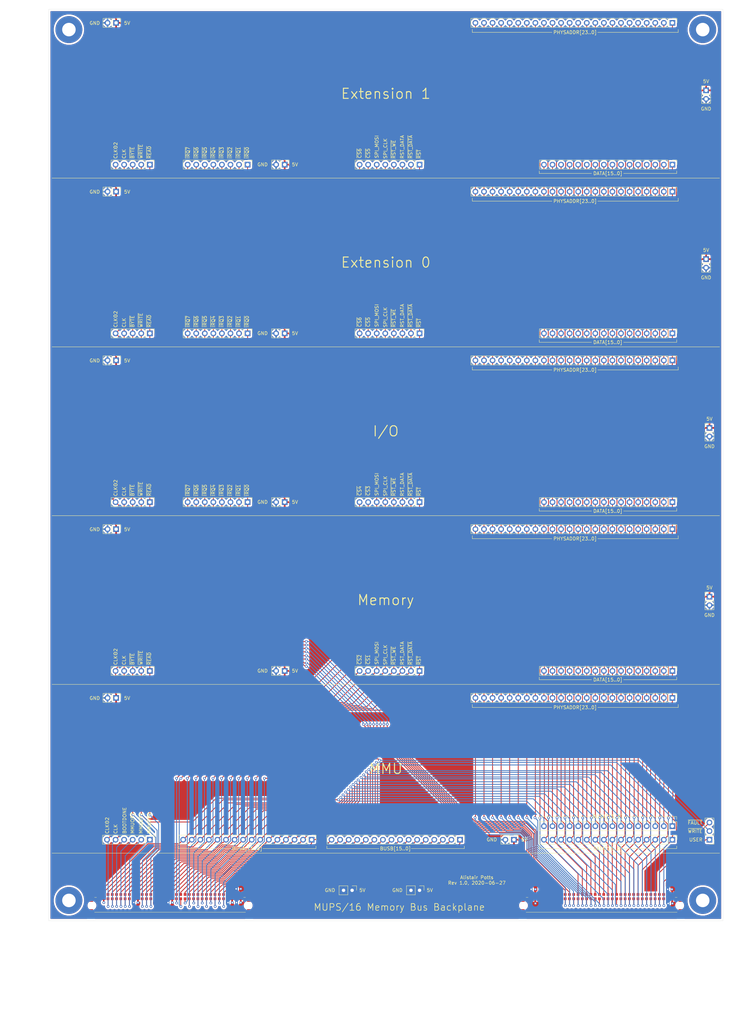
<source format=kicad_pcb>
(kicad_pcb (version 20171130) (host pcbnew "(5.1.4)-1")
  (title_block (date 2020-06-26))
  (layers (0 F.Cu signal) (31 B.Cu signal) (34 B.Paste user) (35 F.Paste user) (36 B.SilkS user) (37 F.SilkS user) (38 B.Mask user) (39 F.Mask user) (44 Edge.Cuts user))
  (net 0 "")
  (net 1 /DATA15)
  (net 2 /DATA14)
  (net 3 /DATA13)
  (net 4 /DATA12)
  (net 5 /DATA11)
  (net 6 /DATA10)
  (net 7 /DATA9)
  (net 8 /DATA8)
  (net 9 /DATA7)
  (net 10 /DATA6)
  (net 11 /DATA5)
  (net 12 /DATA4)
  (net 13 /DATA3)
  (net 14 /DATA2)
  (net 15 /DATA1)
  (net 16 /DATA0)
  (net 17 /~FAULT)
  (net 18 /MMUOP2)
  (net 19 /MMUOP1)
  (net 20 /MMUOP0)
  (net 21 /~BYTE)
  (net 22 /~WRITE)
  (net 23 /~READ)
  (net 24 /BOOTDONE)
  (net 25 /USER)
  (net 26 /CLK2)
  (net 27 /CLK)
  (net 28 /~SPI_CS6)
  (net 29 /~SPI_CS5)
  (net 30 /~SPI_CS4)
  (net 31 /~SPI_CS3)
  (net 32 /~SPI_CS2)
  (net 33 /~SPI_CS1)
  (net 34 /SPI_MOSI)
  (net 35 /SPI_CLK)
  (net 36 /~RST_WE)
  (net 37 /RST_DATA)
  (net 38 /~RST_DATA)
  (net 39 /~RST)
  (net 40 GND)
  (net 41 VCC)
  (net 42 /BUSA15)
  (net 43 /BUSA14)
  (net 44 /BUSA13)
  (net 45 /BUSA12)
  (net 46 /BUSA11)
  (net 47 /BUSA10)
  (net 48 /BUSA9)
  (net 49 /BUSA8)
  (net 50 /BUSA7)
  (net 51 /BUSA6)
  (net 52 /BUSA5)
  (net 53 /BUSA4)
  (net 54 /BUSA3)
  (net 55 /BUSA2)
  (net 56 /BUSA1)
  (net 57 /BUSA0)
  (net 58 /BUSB15)
  (net 59 /BUSB14)
  (net 60 /BUSB13)
  (net 61 /BUSB12)
  (net 62 /BUSB11)
  (net 63 /BUSB10)
  (net 64 /BUSB9)
  (net 65 /BUSB8)
  (net 66 /BUSB7)
  (net 67 /BUSB6)
  (net 68 /BUSB5)
  (net 69 /BUSB4)
  (net 70 /BUSB3)
  (net 71 /BUSB2)
  (net 72 /BUSB1)
  (net 73 /BUSB0)
  (net 74 /PHYSADDR23)
  (net 75 /PHYSADDR22)
  (net 76 /PHYSADDR21)
  (net 77 /PHYSADDR20)
  (net 78 /PHYSADDR19)
  (net 79 /PHYSADDR18)
  (net 80 /PHYSADDR17)
  (net 81 /PHYSADDR16)
  (net 82 /PHYSADDR15)
  (net 83 /PHYSADDR14)
  (net 84 /PHYSADDR13)
  (net 85 /PHYSADDR12)
  (net 86 /PHYSADDR11)
  (net 87 /PHYSADDR10)
  (net 88 /PHYSADDR9)
  (net 89 /PHYSADDR8)
  (net 90 /PHYSADDR7)
  (net 91 /PHYSADDR6)
  (net 92 /PHYSADDR5)
  (net 93 /PHYSADDR4)
  (net 94 /PHYSADDR3)
  (net 95 /PHYSADDR2)
  (net 96 /PHYSADDR1)
  (net 97 /PHYSADDR0)
  (net 98 "Net-(J139-PadMP4)")
  (net 99 "Net-(J139-PadMP3)")
  (net 100 "Net-(J139-PadMP2)")
  (net 101 "Net-(J139-PadMP1)")
  (net 102 "Net-(J139-Pad55)")
  (net 103 "Net-(J139-Pad54)")
  (net 104 "Net-(J139-Pad53)")
  (net 105 "Net-(J140-PadMP4)")
  (net 106 "Net-(J140-PadMP3)")
  (net 107 "Net-(J140-PadMP2)")
  (net 108 "Net-(J140-PadMP1)")
  (net 109 "Net-(J140-Pad66)")
  (net 110 "Net-(J140-Pad65)")
  (net 111 "Net-(J140-Pad64)")
  (net 112 "Net-(J140-Pad63)")
  (net 113 "Net-(J140-Pad62)")
  (net 114 "Net-(J140-Pad61)")
  (net 115 /~IRQ7)
  (net 116 /~IRQ6)
  (net 117 /~IRQ5)
  (net 118 /~IRQ4)
  (net 119 /~IRQ3)
  (net 120 /~IRQ2)
  (net 121 /~IRQ1)
  (net 122 /~IRQ0)
  (net 123 "Net-(J140-Pad24)")
  (net 124 "Net-(J140-Pad7)")
  (net 125 "Net-(J140-Pad6)")
  (net 126 "Net-(J140-Pad5)")
  (net 127 "Net-(J139-Pad68)")
  (net 128 "Net-(J139-Pad67)")
  (net 129 "Net-(J143-Pad1)")
  (net 130 "Net-(J144-Pad1)")
  (net 131 "Net-(J145-Pad1)")
  (net 132 "Net-(J146-Pad1)")
  (module Connector_PinHeader_2.54mm:PinHeader_1x02_P2.54mm_Vertical (layer F.Cu) (at 120 291 270)
    (fp_text reference J148 hide)
    (fp_text value Conn_01x02_Male)
    (pad 2 thru_hole oval (at 0 2.54 270) (size 1.7 1.7) (drill 1) (layers *.Cu *.Mask) (net 40 GND))
    (pad 1 thru_hole rect (at 0 0 270) (size 1.7 1.7) (drill 1) (layers *.Cu *.Mask) (net 41 VCC))
  )
  (module Connector_PinHeader_2.54mm:PinHeader_1x02_P2.54mm_Vertical (layer F.Cu) (at 140 291 270)
    (fp_text reference J147 hide)
    (fp_text value Conn_01x02_Male)
    (pad 2 thru_hole oval (at 0 2.54 270) (size 1.7 1.7) (drill 1) (layers *.Cu *.Mask) (net 40 GND))
    (pad 1 thru_hole rect (at 0 0 270) (size 1.7 1.7) (drill 1) (layers *.Cu *.Mask) (net 41 VCC))
  )
  (module MountingHole:MountingHole_4mm_Pad (layer F.Cu) (at 224 36)
    (fp_text reference J146 hide)
    (fp_text value Conn_01x01_Male)
    (pad 1 thru_hole circle (at 0 0) (size 8 8) (drill 4) (layers *.Cu *.Mask) (net 132 "Net-(J146-Pad1)"))
  )
  (module MountingHole:MountingHole_4mm_Pad (layer F.Cu) (at 36 294)
    (fp_text reference J145 hide)
    (fp_text value Conn_01x01_Male)
    (pad 1 thru_hole circle (at 0 0) (size 8 8) (drill 4) (layers *.Cu *.Mask) (net 131 "Net-(J145-Pad1)"))
  )
  (module MountingHole:MountingHole_4mm_Pad (layer F.Cu) (at 36 36)
    (fp_text reference J144 hide)
    (fp_text value Conn_01x01_Male)
    (pad 1 thru_hole circle (at 0 0) (size 8 8) (drill 4) (layers *.Cu *.Mask) (net 130 "Net-(J144-Pad1)"))
  )
  (module MountingHole:MountingHole_4mm_Pad (layer F.Cu) (at 224 294)
    (fp_text reference J143 hide)
    (fp_text value Conn_01x01_Male)
    (pad 1 thru_hole circle (at 0 0) (size 8 8) (drill 4) (layers *.Cu *.Mask) (net 129 "Net-(J143-Pad1)"))
  )
  (module SamacSys_Parts:M556106842R (layer F.Cu) (at 66 297.2)
    (fp_text reference J139 hide)
    (fp_text value M55-6106842R hide)
    (pad MP4 smd rect (at -23.45 0.75) (size 1.2 2.7) (layers F.Cu F.Paste F.Mask) (net 98 "Net-(J139-PadMP4)"))
    (pad MP3 smd rect (at 23.45 0.75) (size 1.2 2.7) (layers F.Cu F.Paste F.Mask) (net 99 "Net-(J139-PadMP3)"))
    (pad MP2 smd rect (at -23.45 -4.15) (size 1.2 2.7) (layers F.Cu F.Paste F.Mask) (net 100 "Net-(J139-PadMP2)"))
    (pad MP1 smd rect (at 23.45 -4.15) (size 1.2 2.7) (layers F.Cu F.Paste F.Mask) (net 101 "Net-(J139-PadMP1)"))
    (pad MH2 np_thru_hole circle (at -23.165 -1.7) (size 1.65 0) (drill 1.65) (layers *.Cu *.Mask))
    (pad MH1 np_thru_hole circle (at 23.165 -1.7) (size 1.65 0) (drill 1.65) (layers *.Cu *.Mask))
    (pad 68 smd rect (at -20.955 -3.7 90) (size 0.8 0.8) (layers F.Cu F.Paste F.Mask) (net 127 "Net-(J139-Pad68)"))
    (pad 67 smd rect (at -19.685 -3.7 90) (size 0.8 0.8) (layers F.Cu F.Paste F.Mask) (net 128 "Net-(J139-Pad67)"))
    (pad 66 smd rect (at -18.415 -3.7 90) (size 0.8 0.8) (layers F.Cu F.Paste F.Mask) (net 26 /CLK2))
    (pad 65 smd rect (at -17.145 -3.7 90) (size 0.8 0.8) (layers F.Cu F.Paste F.Mask) (net 27 /CLK))
    (pad 64 smd rect (at -15.875 -3.7 90) (size 0.8 0.8) (layers F.Cu F.Paste F.Mask) (net 24 /BOOTDONE))
    (pad 63 smd rect (at -14.605 -3.7 90) (size 0.8 0.8) (layers F.Cu F.Paste F.Mask) (net 18 /MMUOP2))
    (pad 62 smd rect (at -13.335 -3.7 90) (size 0.8 0.8) (layers F.Cu F.Paste F.Mask) (net 19 /MMUOP1))
    (pad 61 smd rect (at -12.065 -3.7 90) (size 0.8 0.8) (layers F.Cu F.Paste F.Mask) (net 20 /MMUOP0))
    (pad 60 smd rect (at -10.795 -3.7 90) (size 0.8 0.8) (layers F.Cu F.Paste F.Mask) (net 40 GND))
    (pad 59 smd rect (at -9.525 -3.7 90) (size 0.8 0.8) (layers F.Cu F.Paste F.Mask) (net 41 VCC))
    (pad 58 smd rect (at -8.255 -3.7 90) (size 0.8 0.8) (layers F.Cu F.Paste F.Mask) (net 21 /~BYTE))
    (pad 57 smd rect (at -6.985 -3.7 90) (size 0.8 0.8) (layers F.Cu F.Paste F.Mask) (net 22 /~WRITE))
    (pad 56 smd rect (at -5.715 -3.7 90) (size 0.8 0.8) (layers F.Cu F.Paste F.Mask) (net 23 /~READ))
    (pad 55 smd rect (at -4.445 -3.7 90) (size 0.8 0.8) (layers F.Cu F.Paste F.Mask) (net 102 "Net-(J139-Pad55)"))
    (pad 54 smd rect (at -3.175 -3.7 90) (size 0.8 0.8) (layers F.Cu F.Paste F.Mask) (net 103 "Net-(J139-Pad54)"))
    (pad 53 smd rect (at -1.905 -3.7 90) (size 0.8 0.8) (layers F.Cu F.Paste F.Mask) (net 104 "Net-(J139-Pad53)"))
    (pad 52 smd rect (at -0.635 -3.7 90) (size 0.8 0.8) (layers F.Cu F.Paste F.Mask) (net 40 GND))
    (pad 51 smd rect (at 0.635 -3.7 90) (size 0.8 0.8) (layers F.Cu F.Paste F.Mask) (net 41 VCC))
    (pad 50 smd rect (at 1.905 -3.7 90) (size 0.8 0.8) (layers F.Cu F.Paste F.Mask) (net 28 /~SPI_CS6))
    (pad 49 smd rect (at 3.175 -3.7 90) (size 0.8 0.8) (layers F.Cu F.Paste F.Mask) (net 29 /~SPI_CS5))
    (pad 48 smd rect (at 4.445 -3.7 90) (size 0.8 0.8) (layers F.Cu F.Paste F.Mask) (net 30 /~SPI_CS4))
    (pad 47 smd rect (at 5.715 -3.7 90) (size 0.8 0.8) (layers F.Cu F.Paste F.Mask) (net 31 /~SPI_CS3))
    (pad 46 smd rect (at 6.985 -3.7 90) (size 0.8 0.8) (layers F.Cu F.Paste F.Mask) (net 32 /~SPI_CS2))
    (pad 45 smd rect (at 8.255 -3.7 90) (size 0.8 0.8) (layers F.Cu F.Paste F.Mask) (net 33 /~SPI_CS1))
    (pad 44 smd rect (at 9.525 -3.7 90) (size 0.8 0.8) (layers F.Cu F.Paste F.Mask) (net 34 /SPI_MOSI))
    (pad 43 smd rect (at 10.795 -3.7 90) (size 0.8 0.8) (layers F.Cu F.Paste F.Mask) (net 35 /SPI_CLK))
    (pad 42 smd rect (at 12.065 -3.7 90) (size 0.8 0.8) (layers F.Cu F.Paste F.Mask) (net 36 /~RST_WE))
    (pad 41 smd rect (at 13.335 -3.7 90) (size 0.8 0.8) (layers F.Cu F.Paste F.Mask) (net 37 /RST_DATA))
    (pad 40 smd rect (at 14.605 -3.7 90) (size 0.8 0.8) (layers F.Cu F.Paste F.Mask) (net 38 /~RST_DATA))
    (pad 39 smd rect (at 15.875 -3.7 90) (size 0.8 0.8) (layers F.Cu F.Paste F.Mask) (net 39 /~RST))
    (pad 38 smd rect (at 17.145 -3.7 90) (size 0.8 0.8) (layers F.Cu F.Paste F.Mask) (net 40 GND))
    (pad 37 smd rect (at 18.415 -3.7 90) (size 0.8 0.8) (layers F.Cu F.Paste F.Mask) (net 41 VCC))
    (pad 36 smd rect (at 19.685 -3.7 90) (size 0.8 0.8) (layers F.Cu F.Paste F.Mask) (net 40 GND))
    (pad 35 smd rect (at 20.955 -3.7 90) (size 0.8 0.8) (layers F.Cu F.Paste F.Mask) (net 41 VCC))
    (pad 34 smd rect (at -20.955 -4.97 90) (size 0.8 0.8) (layers F.Cu F.Paste F.Mask) (net 42 /BUSA15))
    (pad 33 smd rect (at -19.685 -4.97 90) (size 0.8 0.8) (layers F.Cu F.Paste F.Mask) (net 43 /BUSA14))
    (pad 32 smd rect (at -18.415 -4.97 90) (size 0.8 0.8) (layers F.Cu F.Paste F.Mask) (net 44 /BUSA13))
    (pad 31 smd rect (at -17.145 -4.97 90) (size 0.8 0.8) (layers F.Cu F.Paste F.Mask) (net 45 /BUSA12))
    (pad 30 smd rect (at -15.875 -4.97 90) (size 0.8 0.8) (layers F.Cu F.Paste F.Mask) (net 46 /BUSA11))
    (pad 29 smd rect (at -14.605 -4.97 90) (size 0.8 0.8) (layers F.Cu F.Paste F.Mask) (net 47 /BUSA10))
    (pad 28 smd rect (at -13.335 -4.97 90) (size 0.8 0.8) (layers F.Cu F.Paste F.Mask) (net 48 /BUSA9))
    (pad 27 smd rect (at -12.065 -4.97 90) (size 0.8 0.8) (layers F.Cu F.Paste F.Mask) (net 49 /BUSA8))
    (pad 26 smd rect (at -10.795 -4.97 90) (size 0.8 0.8) (layers F.Cu F.Paste F.Mask) (net 50 /BUSA7))
    (pad 25 smd rect (at -9.525 -4.97 90) (size 0.8 0.8) (layers F.Cu F.Paste F.Mask) (net 51 /BUSA6))
    (pad 24 smd rect (at -8.255 -4.97 90) (size 0.8 0.8) (layers F.Cu F.Paste F.Mask) (net 52 /BUSA5))
    (pad 23 smd rect (at -6.985 -4.97 90) (size 0.8 0.8) (layers F.Cu F.Paste F.Mask) (net 53 /BUSA4))
    (pad 22 smd rect (at -5.715 -4.97 90) (size 0.8 0.8) (layers F.Cu F.Paste F.Mask) (net 54 /BUSA3))
    (pad 21 smd rect (at -4.445 -4.97 90) (size 0.8 0.8) (layers F.Cu F.Paste F.Mask) (net 55 /BUSA2))
    (pad 20 smd rect (at -3.175 -4.97 90) (size 0.8 0.8) (layers F.Cu F.Paste F.Mask) (net 56 /BUSA1))
    (pad 19 smd rect (at -1.905 -4.97 90) (size 0.8 0.8) (layers F.Cu F.Paste F.Mask) (net 57 /BUSA0))
    (pad 18 smd rect (at -0.635 -4.97 90) (size 0.8 0.8) (layers F.Cu F.Paste F.Mask) (net 58 /BUSB15))
    (pad 17 smd rect (at 0.635 -4.97 90) (size 0.8 0.8) (layers F.Cu F.Paste F.Mask) (net 59 /BUSB14))
    (pad 16 smd rect (at 1.905 -4.97 90) (size 0.8 0.8) (layers F.Cu F.Paste F.Mask) (net 60 /BUSB13))
    (pad 15 smd rect (at 3.175 -4.97 90) (size 0.8 0.8) (layers F.Cu F.Paste F.Mask) (net 61 /BUSB12))
    (pad 14 smd rect (at 4.445 -4.97 90) (size 0.8 0.8) (layers F.Cu F.Paste F.Mask) (net 62 /BUSB11))
    (pad 13 smd rect (at 5.715 -4.97 90) (size 0.8 0.8) (layers F.Cu F.Paste F.Mask) (net 63 /BUSB10))
    (pad 12 smd rect (at 6.985 -4.97 90) (size 0.8 0.8) (layers F.Cu F.Paste F.Mask) (net 64 /BUSB9))
    (pad 11 smd rect (at 8.255 -4.97 90) (size 0.8 0.8) (layers F.Cu F.Paste F.Mask) (net 65 /BUSB8))
    (pad 10 smd rect (at 9.525 -4.97 90) (size 0.8 0.8) (layers F.Cu F.Paste F.Mask) (net 66 /BUSB7))
    (pad 9 smd rect (at 10.795 -4.97 90) (size 0.8 0.8) (layers F.Cu F.Paste F.Mask) (net 67 /BUSB6))
    (pad 8 smd rect (at 12.065 -4.97 90) (size 0.8 0.8) (layers F.Cu F.Paste F.Mask) (net 68 /BUSB5))
    (pad 7 smd rect (at 13.335 -4.97 90) (size 0.8 0.8) (layers F.Cu F.Paste F.Mask) (net 69 /BUSB4))
    (pad 6 smd rect (at 14.605 -4.97 90) (size 0.8 0.8) (layers F.Cu F.Paste F.Mask) (net 70 /BUSB3))
    (pad 5 smd rect (at 15.875 -4.97 90) (size 0.8 0.8) (layers F.Cu F.Paste F.Mask) (net 71 /BUSB2))
    (pad 4 smd rect (at 17.145 -4.97 90) (size 0.8 0.8) (layers F.Cu F.Paste F.Mask) (net 72 /BUSB1))
    (pad 3 smd rect (at 18.415 -4.97 90) (size 0.8 0.8) (layers F.Cu F.Paste F.Mask) (net 73 /BUSB0))
    (pad 2 smd rect (at 19.685 -4.97 90) (size 0.8 0.8) (layers F.Cu F.Paste F.Mask) (net 40 GND))
    (pad 1 smd rect (at 20.955 -4.97 90) (size 0.8 0.8) (layers F.Cu F.Paste F.Mask) (net 41 VCC))
  )
  (module Connector_PinHeader_2.54mm:PinHeader_1x08_P2.54mm_Vertical (layer F.Cu) (at 89 76 270)
    (fp_text reference J142 hide)
    (fp_text value Conn_01x08_Male)
    (pad 8 thru_hole oval (at 0 17.78 270) (size 1.7 1.7) (drill 1) (layers *.Cu *.Mask) (net 115 /~IRQ7))
    (pad 7 thru_hole oval (at 0 15.24 270) (size 1.7 1.7) (drill 1) (layers *.Cu *.Mask) (net 116 /~IRQ6))
    (pad 6 thru_hole oval (at 0 12.7 270) (size 1.7 1.7) (drill 1) (layers *.Cu *.Mask) (net 117 /~IRQ5))
    (pad 5 thru_hole oval (at 0 10.16 270) (size 1.7 1.7) (drill 1) (layers *.Cu *.Mask) (net 118 /~IRQ4))
    (pad 4 thru_hole oval (at 0 7.62 270) (size 1.7 1.7) (drill 1) (layers *.Cu *.Mask) (net 119 /~IRQ3))
    (pad 3 thru_hole oval (at 0 5.08 270) (size 1.7 1.7) (drill 1) (layers *.Cu *.Mask) (net 120 /~IRQ2))
    (pad 2 thru_hole oval (at 0 2.54 270) (size 1.7 1.7) (drill 1) (layers *.Cu *.Mask) (net 121 /~IRQ1))
    (pad 1 thru_hole rect (at 0 0 270) (size 1.7 1.7) (drill 1) (layers *.Cu *.Mask) (net 122 /~IRQ0))
  )
  (module Connector_PinHeader_2.54mm:PinHeader_1x02_P2.54mm_Vertical (layer F.Cu) (at 225 54)
    (fp_text reference J141 hide)
    (fp_text value Conn_01x02_Male)
    (pad 2 thru_hole oval (at 0 2.54) (size 1.7 1.7) (drill 1) (layers *.Cu *.Mask) (net 40 GND))
    (pad 1 thru_hole rect (at 0 0) (size 1.7 1.7) (drill 1) (layers *.Cu *.Mask) (net 41 VCC))
  )
  (module Connector_PinHeader_2.54mm:PinHeader_1x02_P2.54mm_Vertical (layer F.Cu) (at 100 76 270)
    (fp_text reference J108 hide)
    (fp_text value Conn_01x02_Male)
    (pad 2 thru_hole oval (at 0 2.54 270) (size 1.7 1.7) (drill 1) (layers *.Cu *.Mask) (net 40 GND))
    (pad 1 thru_hole rect (at 0 0 270) (size 1.7 1.7) (drill 1) (layers *.Cu *.Mask) (net 41 VCC))
  )
  (module Connector_PinHeader_2.54mm:PinHeader_1x02_P2.54mm_Vertical (layer F.Cu) (at 50 34 270)
    (fp_text reference J107 hide)
    (fp_text value Conn_01x02_Male)
    (pad 2 thru_hole oval (at 0 2.54 270) (size 1.7 1.7) (drill 1) (layers *.Cu *.Mask) (net 40 GND))
    (pad 1 thru_hole rect (at 0 0 270) (size 1.7 1.7) (drill 1) (layers *.Cu *.Mask) (net 41 VCC))
  )
  (module Connector_PinHeader_2.54mm:PinHeader_1x08_P2.54mm_Vertical (layer F.Cu) (at 140 76 270)
    (fp_text reference J106 hide)
    (fp_text value Conn_01x08_Male)
    (pad 8 thru_hole oval (at 0 17.78 270) (size 1.7 1.7) (drill 1) (layers *.Cu *.Mask) (net 28 /~SPI_CS6))
    (pad 7 thru_hole oval (at 0 15.24 270) (size 1.7 1.7) (drill 1) (layers *.Cu *.Mask) (net 29 /~SPI_CS5))
    (pad 6 thru_hole oval (at 0 12.7 270) (size 1.7 1.7) (drill 1) (layers *.Cu *.Mask) (net 34 /SPI_MOSI))
    (pad 5 thru_hole oval (at 0 10.16 270) (size 1.7 1.7) (drill 1) (layers *.Cu *.Mask) (net 35 /SPI_CLK))
    (pad 4 thru_hole oval (at 0 7.62 270) (size 1.7 1.7) (drill 1) (layers *.Cu *.Mask) (net 36 /~RST_WE))
    (pad 3 thru_hole oval (at 0 5.08 270) (size 1.7 1.7) (drill 1) (layers *.Cu *.Mask) (net 37 /RST_DATA))
    (pad 2 thru_hole oval (at 0 2.54 270) (size 1.7 1.7) (drill 1) (layers *.Cu *.Mask) (net 38 /~RST_DATA))
    (pad 1 thru_hole rect (at 0 0 270) (size 1.7 1.7) (drill 1) (layers *.Cu *.Mask) (net 39 /~RST))
  )
  (module Connector_PinHeader_2.54mm:PinHeader_1x05_P2.54mm_Vertical (layer F.Cu) (at 60 76 270)
    (fp_text reference J105 hide)
    (fp_text value Conn_01x05_Male)
    (pad 5 thru_hole oval (at 0 10.16 270) (size 1.7 1.7) (drill 1) (layers *.Cu *.Mask) (net 26 /CLK2))
    (pad 4 thru_hole oval (at 0 7.62 270) (size 1.7 1.7) (drill 1) (layers *.Cu *.Mask) (net 27 /CLK))
    (pad 3 thru_hole oval (at 0 5.08 270) (size 1.7 1.7) (drill 1) (layers *.Cu *.Mask) (net 21 /~BYTE))
    (pad 2 thru_hole oval (at 0 2.54 270) (size 1.7 1.7) (drill 1) (layers *.Cu *.Mask) (net 22 /~WRITE))
    (pad 1 thru_hole rect (at 0 0 270) (size 1.7 1.7) (drill 1) (layers *.Cu *.Mask) (net 23 /~READ))
  )
  (module Connector_PinHeader_2.54mm:PinHeader_1x24_P2.54mm_Vertical (layer F.Cu) (at 215 34 270)
    (fp_text reference J104 hide)
    (fp_text value Conn_01x24_Male)
    (pad 24 thru_hole oval (at 0 58.42 270) (size 1.7 1.7) (drill 1) (layers *.Cu *.Mask) (net 74 /PHYSADDR23))
    (pad 23 thru_hole oval (at 0 55.88 270) (size 1.7 1.7) (drill 1) (layers *.Cu *.Mask) (net 75 /PHYSADDR22))
    (pad 22 thru_hole oval (at 0 53.34 270) (size 1.7 1.7) (drill 1) (layers *.Cu *.Mask) (net 76 /PHYSADDR21))
    (pad 21 thru_hole oval (at 0 50.8 270) (size 1.7 1.7) (drill 1) (layers *.Cu *.Mask) (net 77 /PHYSADDR20))
    (pad 20 thru_hole oval (at 0 48.26 270) (size 1.7 1.7) (drill 1) (layers *.Cu *.Mask) (net 78 /PHYSADDR19))
    (pad 19 thru_hole oval (at 0 45.72 270) (size 1.7 1.7) (drill 1) (layers *.Cu *.Mask) (net 79 /PHYSADDR18))
    (pad 18 thru_hole oval (at 0 43.18 270) (size 1.7 1.7) (drill 1) (layers *.Cu *.Mask) (net 80 /PHYSADDR17))
    (pad 17 thru_hole oval (at 0 40.64 270) (size 1.7 1.7) (drill 1) (layers *.Cu *.Mask) (net 81 /PHYSADDR16))
    (pad 16 thru_hole oval (at 0 38.1 270) (size 1.7 1.7) (drill 1) (layers *.Cu *.Mask) (net 82 /PHYSADDR15))
    (pad 15 thru_hole oval (at 0 35.56 270) (size 1.7 1.7) (drill 1) (layers *.Cu *.Mask) (net 83 /PHYSADDR14))
    (pad 14 thru_hole oval (at 0 33.02 270) (size 1.7 1.7) (drill 1) (layers *.Cu *.Mask) (net 84 /PHYSADDR13))
    (pad 13 thru_hole oval (at 0 30.48 270) (size 1.7 1.7) (drill 1) (layers *.Cu *.Mask) (net 85 /PHYSADDR12))
    (pad 12 thru_hole oval (at 0 27.94 270) (size 1.7 1.7) (drill 1) (layers *.Cu *.Mask) (net 86 /PHYSADDR11))
    (pad 11 thru_hole oval (at 0 25.4 270) (size 1.7 1.7) (drill 1) (layers *.Cu *.Mask) (net 87 /PHYSADDR10))
    (pad 10 thru_hole oval (at 0 22.86 270) (size 1.7 1.7) (drill 1) (layers *.Cu *.Mask) (net 88 /PHYSADDR9))
    (pad 9 thru_hole oval (at 0 20.32 270) (size 1.7 1.7) (drill 1) (layers *.Cu *.Mask) (net 89 /PHYSADDR8))
    (pad 8 thru_hole oval (at 0 17.78 270) (size 1.7 1.7) (drill 1) (layers *.Cu *.Mask) (net 90 /PHYSADDR7))
    (pad 7 thru_hole oval (at 0 15.24 270) (size 1.7 1.7) (drill 1) (layers *.Cu *.Mask) (net 91 /PHYSADDR6))
    (pad 6 thru_hole oval (at 0 12.7 270) (size 1.7 1.7) (drill 1) (layers *.Cu *.Mask) (net 92 /PHYSADDR5))
    (pad 5 thru_hole oval (at 0 10.16 270) (size 1.7 1.7) (drill 1) (layers *.Cu *.Mask) (net 93 /PHYSADDR4))
    (pad 4 thru_hole oval (at 0 7.62 270) (size 1.7 1.7) (drill 1) (layers *.Cu *.Mask) (net 94 /PHYSADDR3))
    (pad 3 thru_hole oval (at 0 5.08 270) (size 1.7 1.7) (drill 1) (layers *.Cu *.Mask) (net 95 /PHYSADDR2))
    (pad 2 thru_hole oval (at 0 2.54 270) (size 1.7 1.7) (drill 1) (layers *.Cu *.Mask) (net 96 /PHYSADDR1))
    (pad 1 thru_hole rect (at 0 0 270) (size 1.7 1.7) (drill 1) (layers *.Cu *.Mask) (net 97 /PHYSADDR0))
  )
  (module Connector_PinHeader_2.54mm:PinHeader_1x16_P2.54mm_Vertical (layer F.Cu) (at 215 76 270)
    (fp_text reference J103 hide)
    (fp_text value Conn_01x16_Male)
    (pad 16 thru_hole oval (at 0 38.1 270) (size 1.7 1.7) (drill 1) (layers *.Cu *.Mask) (net 1 /DATA15))
    (pad 15 thru_hole oval (at 0 35.56 270) (size 1.7 1.7) (drill 1) (layers *.Cu *.Mask) (net 2 /DATA14))
    (pad 14 thru_hole oval (at 0 33.02 270) (size 1.7 1.7) (drill 1) (layers *.Cu *.Mask) (net 3 /DATA13))
    (pad 13 thru_hole oval (at 0 30.48 270) (size 1.7 1.7) (drill 1) (layers *.Cu *.Mask) (net 4 /DATA12))
    (pad 12 thru_hole oval (at 0 27.94 270) (size 1.7 1.7) (drill 1) (layers *.Cu *.Mask) (net 5 /DATA11))
    (pad 11 thru_hole oval (at 0 25.4 270) (size 1.7 1.7) (drill 1) (layers *.Cu *.Mask) (net 6 /DATA10))
    (pad 10 thru_hole oval (at 0 22.86 270) (size 1.7 1.7) (drill 1) (layers *.Cu *.Mask) (net 7 /DATA9))
    (pad 9 thru_hole oval (at 0 20.32 270) (size 1.7 1.7) (drill 1) (layers *.Cu *.Mask) (net 8 /DATA8))
    (pad 8 thru_hole oval (at 0 17.78 270) (size 1.7 1.7) (drill 1) (layers *.Cu *.Mask) (net 9 /DATA7))
    (pad 7 thru_hole oval (at 0 15.24 270) (size 1.7 1.7) (drill 1) (layers *.Cu *.Mask) (net 10 /DATA6))
    (pad 6 thru_hole oval (at 0 12.7 270) (size 1.7 1.7) (drill 1) (layers *.Cu *.Mask) (net 11 /DATA5))
    (pad 5 thru_hole oval (at 0 10.16 270) (size 1.7 1.7) (drill 1) (layers *.Cu *.Mask) (net 12 /DATA4))
    (pad 4 thru_hole oval (at 0 7.62 270) (size 1.7 1.7) (drill 1) (layers *.Cu *.Mask) (net 13 /DATA3))
    (pad 3 thru_hole oval (at 0 5.08 270) (size 1.7 1.7) (drill 1) (layers *.Cu *.Mask) (net 14 /DATA2))
    (pad 2 thru_hole oval (at 0 2.54 270) (size 1.7 1.7) (drill 1) (layers *.Cu *.Mask) (net 15 /DATA1))
    (pad 1 thru_hole rect (at 0 0 270) (size 1.7 1.7) (drill 1) (layers *.Cu *.Mask) (net 16 /DATA0))
  )
  (module Connector_PinHeader_2.54mm:PinHeader_1x08_P2.54mm_Vertical (layer F.Cu) (at 89 126 270)
    (fp_text reference J102 hide)
    (fp_text value Conn_01x08_Male)
    (pad 8 thru_hole oval (at 0 17.78 270) (size 1.7 1.7) (drill 1) (layers *.Cu *.Mask) (net 115 /~IRQ7))
    (pad 7 thru_hole oval (at 0 15.24 270) (size 1.7 1.7) (drill 1) (layers *.Cu *.Mask) (net 116 /~IRQ6))
    (pad 6 thru_hole oval (at 0 12.7 270) (size 1.7 1.7) (drill 1) (layers *.Cu *.Mask) (net 117 /~IRQ5))
    (pad 5 thru_hole oval (at 0 10.16 270) (size 1.7 1.7) (drill 1) (layers *.Cu *.Mask) (net 118 /~IRQ4))
    (pad 4 thru_hole oval (at 0 7.62 270) (size 1.7 1.7) (drill 1) (layers *.Cu *.Mask) (net 119 /~IRQ3))
    (pad 3 thru_hole oval (at 0 5.08 270) (size 1.7 1.7) (drill 1) (layers *.Cu *.Mask) (net 120 /~IRQ2))
    (pad 2 thru_hole oval (at 0 2.54 270) (size 1.7 1.7) (drill 1) (layers *.Cu *.Mask) (net 121 /~IRQ1))
    (pad 1 thru_hole rect (at 0 0 270) (size 1.7 1.7) (drill 1) (layers *.Cu *.Mask) (net 122 /~IRQ0))
  )
  (module Connector_PinHeader_2.54mm:PinHeader_1x08_P2.54mm_Vertical (layer F.Cu) (at 89 176 270)
    (fp_text reference J101 hide)
    (fp_text value Conn_01x08_Male)
    (pad 8 thru_hole oval (at 0 17.78 270) (size 1.7 1.7) (drill 1) (layers *.Cu *.Mask) (net 115 /~IRQ7))
    (pad 7 thru_hole oval (at 0 15.24 270) (size 1.7 1.7) (drill 1) (layers *.Cu *.Mask) (net 116 /~IRQ6))
    (pad 6 thru_hole oval (at 0 12.7 270) (size 1.7 1.7) (drill 1) (layers *.Cu *.Mask) (net 117 /~IRQ5))
    (pad 5 thru_hole oval (at 0 10.16 270) (size 1.7 1.7) (drill 1) (layers *.Cu *.Mask) (net 118 /~IRQ4))
    (pad 4 thru_hole oval (at 0 7.62 270) (size 1.7 1.7) (drill 1) (layers *.Cu *.Mask) (net 119 /~IRQ3))
    (pad 3 thru_hole oval (at 0 5.08 270) (size 1.7 1.7) (drill 1) (layers *.Cu *.Mask) (net 120 /~IRQ2))
    (pad 2 thru_hole oval (at 0 2.54 270) (size 1.7 1.7) (drill 1) (layers *.Cu *.Mask) (net 121 /~IRQ1))
    (pad 1 thru_hole rect (at 0 0 270) (size 1.7 1.7) (drill 1) (layers *.Cu *.Mask) (net 122 /~IRQ0))
  )
  (module SamacSys_Parts:M556106842R (layer F.Cu) (at 194 297.2)
    (fp_text reference J140 hide)
    (fp_text value M55-6106842R hide)
    (pad MP4 smd rect (at -23.45 0.75) (size 1.2 2.7) (layers F.Cu F.Paste F.Mask) (net 105 "Net-(J140-PadMP4)"))
    (pad MP3 smd rect (at 23.45 0.75) (size 1.2 2.7) (layers F.Cu F.Paste F.Mask) (net 106 "Net-(J140-PadMP3)"))
    (pad MP2 smd rect (at -23.45 -4.15) (size 1.2 2.7) (layers F.Cu F.Paste F.Mask) (net 107 "Net-(J140-PadMP2)"))
    (pad MP1 smd rect (at 23.45 -4.15) (size 1.2 2.7) (layers F.Cu F.Paste F.Mask) (net 108 "Net-(J140-PadMP1)"))
    (pad MH2 np_thru_hole circle (at -23.165 -1.7) (size 1.65 0) (drill 1.65) (layers *.Cu *.Mask))
    (pad MH1 np_thru_hole circle (at 23.165 -1.7) (size 1.65 0) (drill 1.65) (layers *.Cu *.Mask))
    (pad 68 smd rect (at -20.955 -3.7 90) (size 0.8 0.8) (layers F.Cu F.Paste F.Mask) (net 40 GND))
    (pad 67 smd rect (at -19.685 -3.7 90) (size 0.8 0.8) (layers F.Cu F.Paste F.Mask) (net 41 VCC))
    (pad 66 smd rect (at -18.415 -3.7 90) (size 0.8 0.8) (layers F.Cu F.Paste F.Mask) (net 109 "Net-(J140-Pad66)"))
    (pad 65 smd rect (at -17.145 -3.7 90) (size 0.8 0.8) (layers F.Cu F.Paste F.Mask) (net 110 "Net-(J140-Pad65)"))
    (pad 64 smd rect (at -15.875 -3.7 90) (size 0.8 0.8) (layers F.Cu F.Paste F.Mask) (net 111 "Net-(J140-Pad64)"))
    (pad 63 smd rect (at -14.605 -3.7 90) (size 0.8 0.8) (layers F.Cu F.Paste F.Mask) (net 112 "Net-(J140-Pad63)"))
    (pad 62 smd rect (at -13.335 -3.7 90) (size 0.8 0.8) (layers F.Cu F.Paste F.Mask) (net 113 "Net-(J140-Pad62)"))
    (pad 61 smd rect (at -12.065 -3.7 90) (size 0.8 0.8) (layers F.Cu F.Paste F.Mask) (net 114 "Net-(J140-Pad61)"))
    (pad 60 smd rect (at -10.795 -3.7 90) (size 0.8 0.8) (layers F.Cu F.Paste F.Mask) (net 74 /PHYSADDR23))
    (pad 59 smd rect (at -9.525 -3.7 90) (size 0.8 0.8) (layers F.Cu F.Paste F.Mask) (net 75 /PHYSADDR22))
    (pad 58 smd rect (at -8.255 -3.7 90) (size 0.8 0.8) (layers F.Cu F.Paste F.Mask) (net 76 /PHYSADDR21))
    (pad 57 smd rect (at -6.985 -3.7 90) (size 0.8 0.8) (layers F.Cu F.Paste F.Mask) (net 77 /PHYSADDR20))
    (pad 56 smd rect (at -5.715 -3.7 90) (size 0.8 0.8) (layers F.Cu F.Paste F.Mask) (net 78 /PHYSADDR19))
    (pad 55 smd rect (at -4.445 -3.7 90) (size 0.8 0.8) (layers F.Cu F.Paste F.Mask) (net 79 /PHYSADDR18))
    (pad 54 smd rect (at -3.175 -3.7 90) (size 0.8 0.8) (layers F.Cu F.Paste F.Mask) (net 80 /PHYSADDR17))
    (pad 53 smd rect (at -1.905 -3.7 90) (size 0.8 0.8) (layers F.Cu F.Paste F.Mask) (net 81 /PHYSADDR16))
    (pad 52 smd rect (at -0.635 -3.7 90) (size 0.8 0.8) (layers F.Cu F.Paste F.Mask) (net 82 /PHYSADDR15))
    (pad 51 smd rect (at 0.635 -3.7 90) (size 0.8 0.8) (layers F.Cu F.Paste F.Mask) (net 83 /PHYSADDR14))
    (pad 50 smd rect (at 1.905 -3.7 90) (size 0.8 0.8) (layers F.Cu F.Paste F.Mask) (net 84 /PHYSADDR13))
    (pad 49 smd rect (at 3.175 -3.7 90) (size 0.8 0.8) (layers F.Cu F.Paste F.Mask) (net 85 /PHYSADDR12))
    (pad 48 smd rect (at 4.445 -3.7 90) (size 0.8 0.8) (layers F.Cu F.Paste F.Mask) (net 86 /PHYSADDR11))
    (pad 47 smd rect (at 5.715 -3.7 90) (size 0.8 0.8) (layers F.Cu F.Paste F.Mask) (net 87 /PHYSADDR10))
    (pad 46 smd rect (at 6.985 -3.7 90) (size 0.8 0.8) (layers F.Cu F.Paste F.Mask) (net 88 /PHYSADDR9))
    (pad 45 smd rect (at 8.255 -3.7 90) (size 0.8 0.8) (layers F.Cu F.Paste F.Mask) (net 89 /PHYSADDR8))
    (pad 44 smd rect (at 9.525 -3.7 90) (size 0.8 0.8) (layers F.Cu F.Paste F.Mask) (net 90 /PHYSADDR7))
    (pad 43 smd rect (at 10.795 -3.7 90) (size 0.8 0.8) (layers F.Cu F.Paste F.Mask) (net 91 /PHYSADDR6))
    (pad 42 smd rect (at 12.065 -3.7 90) (size 0.8 0.8) (layers F.Cu F.Paste F.Mask) (net 92 /PHYSADDR5))
    (pad 41 smd rect (at 13.335 -3.7 90) (size 0.8 0.8) (layers F.Cu F.Paste F.Mask) (net 93 /PHYSADDR4))
    (pad 40 smd rect (at 14.605 -3.7 90) (size 0.8 0.8) (layers F.Cu F.Paste F.Mask) (net 94 /PHYSADDR3))
    (pad 39 smd rect (at 15.875 -3.7 90) (size 0.8 0.8) (layers F.Cu F.Paste F.Mask) (net 95 /PHYSADDR2))
    (pad 38 smd rect (at 17.145 -3.7 90) (size 0.8 0.8) (layers F.Cu F.Paste F.Mask) (net 96 /PHYSADDR1))
    (pad 37 smd rect (at 18.415 -3.7 90) (size 0.8 0.8) (layers F.Cu F.Paste F.Mask) (net 97 /PHYSADDR0))
    (pad 36 smd rect (at 19.685 -3.7 90) (size 0.8 0.8) (layers F.Cu F.Paste F.Mask) (net 40 GND))
    (pad 35 smd rect (at 20.955 -3.7 90) (size 0.8 0.8) (layers F.Cu F.Paste F.Mask) (net 41 VCC))
    (pad 34 smd rect (at -20.955 -4.97 90) (size 0.8 0.8) (layers F.Cu F.Paste F.Mask) (net 40 GND))
    (pad 33 smd rect (at -19.685 -4.97 90) (size 0.8 0.8) (layers F.Cu F.Paste F.Mask) (net 41 VCC))
    (pad 32 smd rect (at -18.415 -4.97 90) (size 0.8 0.8) (layers F.Cu F.Paste F.Mask) (net 115 /~IRQ7))
    (pad 31 smd rect (at -17.145 -4.97 90) (size 0.8 0.8) (layers F.Cu F.Paste F.Mask) (net 116 /~IRQ6))
    (pad 30 smd rect (at -15.875 -4.97 90) (size 0.8 0.8) (layers F.Cu F.Paste F.Mask) (net 117 /~IRQ5))
    (pad 29 smd rect (at -14.605 -4.97 90) (size 0.8 0.8) (layers F.Cu F.Paste F.Mask) (net 118 /~IRQ4))
    (pad 28 smd rect (at -13.335 -4.97 90) (size 0.8 0.8) (layers F.Cu F.Paste F.Mask) (net 119 /~IRQ3))
    (pad 27 smd rect (at -12.065 -4.97 90) (size 0.8 0.8) (layers F.Cu F.Paste F.Mask) (net 120 /~IRQ2))
    (pad 26 smd rect (at -10.795 -4.97 90) (size 0.8 0.8) (layers F.Cu F.Paste F.Mask) (net 121 /~IRQ1))
    (pad 25 smd rect (at -9.525 -4.97 90) (size 0.8 0.8) (layers F.Cu F.Paste F.Mask) (net 122 /~IRQ0))
    (pad 24 smd rect (at -8.255 -4.97 90) (size 0.8 0.8) (layers F.Cu F.Paste F.Mask) (net 123 "Net-(J140-Pad24)"))
    (pad 23 smd rect (at -6.985 -4.97 90) (size 0.8 0.8) (layers F.Cu F.Paste F.Mask) (net 1 /DATA15))
    (pad 22 smd rect (at -5.715 -4.97 90) (size 0.8 0.8) (layers F.Cu F.Paste F.Mask) (net 2 /DATA14))
    (pad 21 smd rect (at -4.445 -4.97 90) (size 0.8 0.8) (layers F.Cu F.Paste F.Mask) (net 3 /DATA13))
    (pad 20 smd rect (at -3.175 -4.97 90) (size 0.8 0.8) (layers F.Cu F.Paste F.Mask) (net 4 /DATA12))
    (pad 19 smd rect (at -1.905 -4.97 90) (size 0.8 0.8) (layers F.Cu F.Paste F.Mask) (net 5 /DATA11))
    (pad 18 smd rect (at -0.635 -4.97 90) (size 0.8 0.8) (layers F.Cu F.Paste F.Mask) (net 6 /DATA10))
    (pad 17 smd rect (at 0.635 -4.97 90) (size 0.8 0.8) (layers F.Cu F.Paste F.Mask) (net 7 /DATA9))
    (pad 16 smd rect (at 1.905 -4.97 90) (size 0.8 0.8) (layers F.Cu F.Paste F.Mask) (net 8 /DATA8))
    (pad 15 smd rect (at 3.175 -4.97 90) (size 0.8 0.8) (layers F.Cu F.Paste F.Mask) (net 9 /DATA7))
    (pad 14 smd rect (at 4.445 -4.97 90) (size 0.8 0.8) (layers F.Cu F.Paste F.Mask) (net 10 /DATA6))
    (pad 13 smd rect (at 5.715 -4.97 90) (size 0.8 0.8) (layers F.Cu F.Paste F.Mask) (net 11 /DATA5))
    (pad 12 smd rect (at 6.985 -4.97 90) (size 0.8 0.8) (layers F.Cu F.Paste F.Mask) (net 12 /DATA4))
    (pad 11 smd rect (at 8.255 -4.97 90) (size 0.8 0.8) (layers F.Cu F.Paste F.Mask) (net 13 /DATA3))
    (pad 10 smd rect (at 9.525 -4.97 90) (size 0.8 0.8) (layers F.Cu F.Paste F.Mask) (net 14 /DATA2))
    (pad 9 smd rect (at 10.795 -4.97 90) (size 0.8 0.8) (layers F.Cu F.Paste F.Mask) (net 15 /DATA1))
    (pad 8 smd rect (at 12.065 -4.97 90) (size 0.8 0.8) (layers F.Cu F.Paste F.Mask) (net 16 /DATA0))
    (pad 7 smd rect (at 13.335 -4.97 90) (size 0.8 0.8) (layers F.Cu F.Paste F.Mask) (net 124 "Net-(J140-Pad7)"))
    (pad 6 smd rect (at 14.605 -4.97 90) (size 0.8 0.8) (layers F.Cu F.Paste F.Mask) (net 125 "Net-(J140-Pad6)"))
    (pad 5 smd rect (at 15.875 -4.97 90) (size 0.8 0.8) (layers F.Cu F.Paste F.Mask) (net 126 "Net-(J140-Pad5)"))
    (pad 4 smd rect (at 17.145 -4.97 90) (size 0.8 0.8) (layers F.Cu F.Paste F.Mask) (net 17 /~FAULT))
    (pad 3 smd rect (at 18.415 -4.97 90) (size 0.8 0.8) (layers F.Cu F.Paste F.Mask) (net 25 /USER))
    (pad 2 smd rect (at 19.685 -4.97 90) (size 0.8 0.8) (layers F.Cu F.Paste F.Mask) (net 40 GND))
    (pad 1 smd rect (at 20.955 -4.97 90) (size 0.8 0.8) (layers F.Cu F.Paste F.Mask) (net 41 VCC))
  )
  (module Connector_PinHeader_2.54mm:PinHeader_1x02_P2.54mm_Vertical (layer F.Cu) (at 225 104)
    (fp_text reference J138 hide)
    (fp_text value Conn_01x02_Male)
    (pad 2 thru_hole oval (at 0 2.54) (size 1.7 1.7) (drill 1) (layers *.Cu *.Mask) (net 40 GND))
    (pad 1 thru_hole rect (at 0 0) (size 1.7 1.7) (drill 1) (layers *.Cu *.Mask) (net 41 VCC))
  )
  (module Connector_PinHeader_2.54mm:PinHeader_1x02_P2.54mm_Vertical (layer F.Cu) (at 100 126 270)
    (fp_text reference J137 hide)
    (fp_text value Conn_01x02_Male)
    (pad 2 thru_hole oval (at 0 2.54 270) (size 1.7 1.7) (drill 1) (layers *.Cu *.Mask) (net 40 GND))
    (pad 1 thru_hole rect (at 0 0 270) (size 1.7 1.7) (drill 1) (layers *.Cu *.Mask) (net 41 VCC))
  )
  (module Connector_PinHeader_2.54mm:PinHeader_1x02_P2.54mm_Vertical (layer F.Cu) (at 50 84 270)
    (fp_text reference J136 hide)
    (fp_text value Conn_01x02_Male)
    (pad 2 thru_hole oval (at 0 2.54 270) (size 1.7 1.7) (drill 1) (layers *.Cu *.Mask) (net 40 GND))
    (pad 1 thru_hole rect (at 0 0 270) (size 1.7 1.7) (drill 1) (layers *.Cu *.Mask) (net 41 VCC))
  )
  (module Connector_PinHeader_2.54mm:PinHeader_1x08_P2.54mm_Vertical (layer F.Cu) (at 140 126 270)
    (fp_text reference J135 hide)
    (fp_text value Conn_01x08_Male)
    (pad 8 thru_hole oval (at 0 17.78 270) (size 1.7 1.7) (drill 1) (layers *.Cu *.Mask) (net 28 /~SPI_CS6))
    (pad 7 thru_hole oval (at 0 15.24 270) (size 1.7 1.7) (drill 1) (layers *.Cu *.Mask) (net 29 /~SPI_CS5))
    (pad 6 thru_hole oval (at 0 12.7 270) (size 1.7 1.7) (drill 1) (layers *.Cu *.Mask) (net 34 /SPI_MOSI))
    (pad 5 thru_hole oval (at 0 10.16 270) (size 1.7 1.7) (drill 1) (layers *.Cu *.Mask) (net 35 /SPI_CLK))
    (pad 4 thru_hole oval (at 0 7.62 270) (size 1.7 1.7) (drill 1) (layers *.Cu *.Mask) (net 36 /~RST_WE))
    (pad 3 thru_hole oval (at 0 5.08 270) (size 1.7 1.7) (drill 1) (layers *.Cu *.Mask) (net 37 /RST_DATA))
    (pad 2 thru_hole oval (at 0 2.54 270) (size 1.7 1.7) (drill 1) (layers *.Cu *.Mask) (net 38 /~RST_DATA))
    (pad 1 thru_hole rect (at 0 0 270) (size 1.7 1.7) (drill 1) (layers *.Cu *.Mask) (net 39 /~RST))
  )
  (module Connector_PinHeader_2.54mm:PinHeader_1x05_P2.54mm_Vertical (layer F.Cu) (at 60 126 270)
    (fp_text reference J134 hide)
    (fp_text value Conn_01x05_Male)
    (pad 5 thru_hole oval (at 0 10.16 270) (size 1.7 1.7) (drill 1) (layers *.Cu *.Mask) (net 26 /CLK2))
    (pad 4 thru_hole oval (at 0 7.62 270) (size 1.7 1.7) (drill 1) (layers *.Cu *.Mask) (net 27 /CLK))
    (pad 3 thru_hole oval (at 0 5.08 270) (size 1.7 1.7) (drill 1) (layers *.Cu *.Mask) (net 21 /~BYTE))
    (pad 2 thru_hole oval (at 0 2.54 270) (size 1.7 1.7) (drill 1) (layers *.Cu *.Mask) (net 22 /~WRITE))
    (pad 1 thru_hole rect (at 0 0 270) (size 1.7 1.7) (drill 1) (layers *.Cu *.Mask) (net 23 /~READ))
  )
  (module Connector_PinHeader_2.54mm:PinHeader_1x24_P2.54mm_Vertical (layer F.Cu) (at 215 84 270)
    (fp_text reference J133 hide)
    (fp_text value Conn_01x24_Male)
    (pad 24 thru_hole oval (at 0 58.42 270) (size 1.7 1.7) (drill 1) (layers *.Cu *.Mask) (net 74 /PHYSADDR23))
    (pad 23 thru_hole oval (at 0 55.88 270) (size 1.7 1.7) (drill 1) (layers *.Cu *.Mask) (net 75 /PHYSADDR22))
    (pad 22 thru_hole oval (at 0 53.34 270) (size 1.7 1.7) (drill 1) (layers *.Cu *.Mask) (net 76 /PHYSADDR21))
    (pad 21 thru_hole oval (at 0 50.8 270) (size 1.7 1.7) (drill 1) (layers *.Cu *.Mask) (net 77 /PHYSADDR20))
    (pad 20 thru_hole oval (at 0 48.26 270) (size 1.7 1.7) (drill 1) (layers *.Cu *.Mask) (net 78 /PHYSADDR19))
    (pad 19 thru_hole oval (at 0 45.72 270) (size 1.7 1.7) (drill 1) (layers *.Cu *.Mask) (net 79 /PHYSADDR18))
    (pad 18 thru_hole oval (at 0 43.18 270) (size 1.7 1.7) (drill 1) (layers *.Cu *.Mask) (net 80 /PHYSADDR17))
    (pad 17 thru_hole oval (at 0 40.64 270) (size 1.7 1.7) (drill 1) (layers *.Cu *.Mask) (net 81 /PHYSADDR16))
    (pad 16 thru_hole oval (at 0 38.1 270) (size 1.7 1.7) (drill 1) (layers *.Cu *.Mask) (net 82 /PHYSADDR15))
    (pad 15 thru_hole oval (at 0 35.56 270) (size 1.7 1.7) (drill 1) (layers *.Cu *.Mask) (net 83 /PHYSADDR14))
    (pad 14 thru_hole oval (at 0 33.02 270) (size 1.7 1.7) (drill 1) (layers *.Cu *.Mask) (net 84 /PHYSADDR13))
    (pad 13 thru_hole oval (at 0 30.48 270) (size 1.7 1.7) (drill 1) (layers *.Cu *.Mask) (net 85 /PHYSADDR12))
    (pad 12 thru_hole oval (at 0 27.94 270) (size 1.7 1.7) (drill 1) (layers *.Cu *.Mask) (net 86 /PHYSADDR11))
    (pad 11 thru_hole oval (at 0 25.4 270) (size 1.7 1.7) (drill 1) (layers *.Cu *.Mask) (net 87 /PHYSADDR10))
    (pad 10 thru_hole oval (at 0 22.86 270) (size 1.7 1.7) (drill 1) (layers *.Cu *.Mask) (net 88 /PHYSADDR9))
    (pad 9 thru_hole oval (at 0 20.32 270) (size 1.7 1.7) (drill 1) (layers *.Cu *.Mask) (net 89 /PHYSADDR8))
    (pad 8 thru_hole oval (at 0 17.78 270) (size 1.7 1.7) (drill 1) (layers *.Cu *.Mask) (net 90 /PHYSADDR7))
    (pad 7 thru_hole oval (at 0 15.24 270) (size 1.7 1.7) (drill 1) (layers *.Cu *.Mask) (net 91 /PHYSADDR6))
    (pad 6 thru_hole oval (at 0 12.7 270) (size 1.7 1.7) (drill 1) (layers *.Cu *.Mask) (net 92 /PHYSADDR5))
    (pad 5 thru_hole oval (at 0 10.16 270) (size 1.7 1.7) (drill 1) (layers *.Cu *.Mask) (net 93 /PHYSADDR4))
    (pad 4 thru_hole oval (at 0 7.62 270) (size 1.7 1.7) (drill 1) (layers *.Cu *.Mask) (net 94 /PHYSADDR3))
    (pad 3 thru_hole oval (at 0 5.08 270) (size 1.7 1.7) (drill 1) (layers *.Cu *.Mask) (net 95 /PHYSADDR2))
    (pad 2 thru_hole oval (at 0 2.54 270) (size 1.7 1.7) (drill 1) (layers *.Cu *.Mask) (net 96 /PHYSADDR1))
    (pad 1 thru_hole rect (at 0 0 270) (size 1.7 1.7) (drill 1) (layers *.Cu *.Mask) (net 97 /PHYSADDR0))
  )
  (module Connector_PinHeader_2.54mm:PinHeader_1x16_P2.54mm_Vertical (layer F.Cu) (at 215 126 270)
    (fp_text reference J132 hide)
    (fp_text value Conn_01x16_Male)
    (pad 16 thru_hole oval (at 0 38.1 270) (size 1.7 1.7) (drill 1) (layers *.Cu *.Mask) (net 1 /DATA15))
    (pad 15 thru_hole oval (at 0 35.56 270) (size 1.7 1.7) (drill 1) (layers *.Cu *.Mask) (net 2 /DATA14))
    (pad 14 thru_hole oval (at 0 33.02 270) (size 1.7 1.7) (drill 1) (layers *.Cu *.Mask) (net 3 /DATA13))
    (pad 13 thru_hole oval (at 0 30.48 270) (size 1.7 1.7) (drill 1) (layers *.Cu *.Mask) (net 4 /DATA12))
    (pad 12 thru_hole oval (at 0 27.94 270) (size 1.7 1.7) (drill 1) (layers *.Cu *.Mask) (net 5 /DATA11))
    (pad 11 thru_hole oval (at 0 25.4 270) (size 1.7 1.7) (drill 1) (layers *.Cu *.Mask) (net 6 /DATA10))
    (pad 10 thru_hole oval (at 0 22.86 270) (size 1.7 1.7) (drill 1) (layers *.Cu *.Mask) (net 7 /DATA9))
    (pad 9 thru_hole oval (at 0 20.32 270) (size 1.7 1.7) (drill 1) (layers *.Cu *.Mask) (net 8 /DATA8))
    (pad 8 thru_hole oval (at 0 17.78 270) (size 1.7 1.7) (drill 1) (layers *.Cu *.Mask) (net 9 /DATA7))
    (pad 7 thru_hole oval (at 0 15.24 270) (size 1.7 1.7) (drill 1) (layers *.Cu *.Mask) (net 10 /DATA6))
    (pad 6 thru_hole oval (at 0 12.7 270) (size 1.7 1.7) (drill 1) (layers *.Cu *.Mask) (net 11 /DATA5))
    (pad 5 thru_hole oval (at 0 10.16 270) (size 1.7 1.7) (drill 1) (layers *.Cu *.Mask) (net 12 /DATA4))
    (pad 4 thru_hole oval (at 0 7.62 270) (size 1.7 1.7) (drill 1) (layers *.Cu *.Mask) (net 13 /DATA3))
    (pad 3 thru_hole oval (at 0 5.08 270) (size 1.7 1.7) (drill 1) (layers *.Cu *.Mask) (net 14 /DATA2))
    (pad 2 thru_hole oval (at 0 2.54 270) (size 1.7 1.7) (drill 1) (layers *.Cu *.Mask) (net 15 /DATA1))
    (pad 1 thru_hole rect (at 0 0 270) (size 1.7 1.7) (drill 1) (layers *.Cu *.Mask) (net 16 /DATA0))
  )
  (module Connector_PinHeader_2.54mm:PinHeader_1x02_P2.54mm_Vertical (layer F.Cu) (at 226 154)
    (fp_text reference J131 hide)
    (fp_text value Conn_01x02_Male)
    (pad 2 thru_hole oval (at 0 2.54) (size 1.7 1.7) (drill 1) (layers *.Cu *.Mask) (net 40 GND))
    (pad 1 thru_hole rect (at 0 0) (size 1.7 1.7) (drill 1) (layers *.Cu *.Mask) (net 41 VCC))
  )
  (module Connector_PinHeader_2.54mm:PinHeader_1x02_P2.54mm_Vertical (layer F.Cu) (at 100 176 270)
    (fp_text reference J130 hide)
    (fp_text value Conn_01x02_Male)
    (pad 2 thru_hole oval (at 0 2.54 270) (size 1.7 1.7) (drill 1) (layers *.Cu *.Mask) (net 40 GND))
    (pad 1 thru_hole rect (at 0 0 270) (size 1.7 1.7) (drill 1) (layers *.Cu *.Mask) (net 41 VCC))
  )
  (module Connector_PinHeader_2.54mm:PinHeader_1x02_P2.54mm_Vertical (layer F.Cu) (at 50 134 270)
    (fp_text reference J129 hide)
    (fp_text value Conn_01x02_Male)
    (pad 2 thru_hole oval (at 0 2.54 270) (size 1.7 1.7) (drill 1) (layers *.Cu *.Mask) (net 40 GND))
    (pad 1 thru_hole rect (at 0 0 270) (size 1.7 1.7) (drill 1) (layers *.Cu *.Mask) (net 41 VCC))
  )
  (module Connector_PinHeader_2.54mm:PinHeader_1x08_P2.54mm_Vertical (layer F.Cu) (at 140 176 270)
    (fp_text reference J128 hide)
    (fp_text value Conn_01x08_Male)
    (pad 8 thru_hole oval (at 0 17.78 270) (size 1.7 1.7) (drill 1) (layers *.Cu *.Mask) (net 30 /~SPI_CS4))
    (pad 7 thru_hole oval (at 0 15.24 270) (size 1.7 1.7) (drill 1) (layers *.Cu *.Mask) (net 31 /~SPI_CS3))
    (pad 6 thru_hole oval (at 0 12.7 270) (size 1.7 1.7) (drill 1) (layers *.Cu *.Mask) (net 34 /SPI_MOSI))
    (pad 5 thru_hole oval (at 0 10.16 270) (size 1.7 1.7) (drill 1) (layers *.Cu *.Mask) (net 35 /SPI_CLK))
    (pad 4 thru_hole oval (at 0 7.62 270) (size 1.7 1.7) (drill 1) (layers *.Cu *.Mask) (net 36 /~RST_WE))
    (pad 3 thru_hole oval (at 0 5.08 270) (size 1.7 1.7) (drill 1) (layers *.Cu *.Mask) (net 37 /RST_DATA))
    (pad 2 thru_hole oval (at 0 2.54 270) (size 1.7 1.7) (drill 1) (layers *.Cu *.Mask) (net 38 /~RST_DATA))
    (pad 1 thru_hole rect (at 0 0 270) (size 1.7 1.7) (drill 1) (layers *.Cu *.Mask) (net 39 /~RST))
  )
  (module Connector_PinHeader_2.54mm:PinHeader_1x05_P2.54mm_Vertical (layer F.Cu) (at 60 176 270)
    (fp_text reference J127 hide)
    (fp_text value Conn_01x05_Male)
    (pad 5 thru_hole oval (at 0 10.16 270) (size 1.7 1.7) (drill 1) (layers *.Cu *.Mask) (net 26 /CLK2))
    (pad 4 thru_hole oval (at 0 7.62 270) (size 1.7 1.7) (drill 1) (layers *.Cu *.Mask) (net 27 /CLK))
    (pad 3 thru_hole oval (at 0 5.08 270) (size 1.7 1.7) (drill 1) (layers *.Cu *.Mask) (net 21 /~BYTE))
    (pad 2 thru_hole oval (at 0 2.54 270) (size 1.7 1.7) (drill 1) (layers *.Cu *.Mask) (net 22 /~WRITE))
    (pad 1 thru_hole rect (at 0 0 270) (size 1.7 1.7) (drill 1) (layers *.Cu *.Mask) (net 23 /~READ))
  )
  (module Connector_PinHeader_2.54mm:PinHeader_1x24_P2.54mm_Vertical (layer F.Cu) (at 215 134 270)
    (fp_text reference J126 hide)
    (fp_text value Conn_01x24_Male)
    (pad 24 thru_hole oval (at 0 58.42 270) (size 1.7 1.7) (drill 1) (layers *.Cu *.Mask) (net 74 /PHYSADDR23))
    (pad 23 thru_hole oval (at 0 55.88 270) (size 1.7 1.7) (drill 1) (layers *.Cu *.Mask) (net 75 /PHYSADDR22))
    (pad 22 thru_hole oval (at 0 53.34 270) (size 1.7 1.7) (drill 1) (layers *.Cu *.Mask) (net 76 /PHYSADDR21))
    (pad 21 thru_hole oval (at 0 50.8 270) (size 1.7 1.7) (drill 1) (layers *.Cu *.Mask) (net 77 /PHYSADDR20))
    (pad 20 thru_hole oval (at 0 48.26 270) (size 1.7 1.7) (drill 1) (layers *.Cu *.Mask) (net 78 /PHYSADDR19))
    (pad 19 thru_hole oval (at 0 45.72 270) (size 1.7 1.7) (drill 1) (layers *.Cu *.Mask) (net 79 /PHYSADDR18))
    (pad 18 thru_hole oval (at 0 43.18 270) (size 1.7 1.7) (drill 1) (layers *.Cu *.Mask) (net 80 /PHYSADDR17))
    (pad 17 thru_hole oval (at 0 40.64 270) (size 1.7 1.7) (drill 1) (layers *.Cu *.Mask) (net 81 /PHYSADDR16))
    (pad 16 thru_hole oval (at 0 38.1 270) (size 1.7 1.7) (drill 1) (layers *.Cu *.Mask) (net 82 /PHYSADDR15))
    (pad 15 thru_hole oval (at 0 35.56 270) (size 1.7 1.7) (drill 1) (layers *.Cu *.Mask) (net 83 /PHYSADDR14))
    (pad 14 thru_hole oval (at 0 33.02 270) (size 1.7 1.7) (drill 1) (layers *.Cu *.Mask) (net 84 /PHYSADDR13))
    (pad 13 thru_hole oval (at 0 30.48 270) (size 1.7 1.7) (drill 1) (layers *.Cu *.Mask) (net 85 /PHYSADDR12))
    (pad 12 thru_hole oval (at 0 27.94 270) (size 1.7 1.7) (drill 1) (layers *.Cu *.Mask) (net 86 /PHYSADDR11))
    (pad 11 thru_hole oval (at 0 25.4 270) (size 1.7 1.7) (drill 1) (layers *.Cu *.Mask) (net 87 /PHYSADDR10))
    (pad 10 thru_hole oval (at 0 22.86 270) (size 1.7 1.7) (drill 1) (layers *.Cu *.Mask) (net 88 /PHYSADDR9))
    (pad 9 thru_hole oval (at 0 20.32 270) (size 1.7 1.7) (drill 1) (layers *.Cu *.Mask) (net 89 /PHYSADDR8))
    (pad 8 thru_hole oval (at 0 17.78 270) (size 1.7 1.7) (drill 1) (layers *.Cu *.Mask) (net 90 /PHYSADDR7))
    (pad 7 thru_hole oval (at 0 15.24 270) (size 1.7 1.7) (drill 1) (layers *.Cu *.Mask) (net 91 /PHYSADDR6))
    (pad 6 thru_hole oval (at 0 12.7 270) (size 1.7 1.7) (drill 1) (layers *.Cu *.Mask) (net 92 /PHYSADDR5))
    (pad 5 thru_hole oval (at 0 10.16 270) (size 1.7 1.7) (drill 1) (layers *.Cu *.Mask) (net 93 /PHYSADDR4))
    (pad 4 thru_hole oval (at 0 7.62 270) (size 1.7 1.7) (drill 1) (layers *.Cu *.Mask) (net 94 /PHYSADDR3))
    (pad 3 thru_hole oval (at 0 5.08 270) (size 1.7 1.7) (drill 1) (layers *.Cu *.Mask) (net 95 /PHYSADDR2))
    (pad 2 thru_hole oval (at 0 2.54 270) (size 1.7 1.7) (drill 1) (layers *.Cu *.Mask) (net 96 /PHYSADDR1))
    (pad 1 thru_hole rect (at 0 0 270) (size 1.7 1.7) (drill 1) (layers *.Cu *.Mask) (net 97 /PHYSADDR0))
  )
  (module Connector_PinHeader_2.54mm:PinHeader_1x16_P2.54mm_Vertical (layer F.Cu) (at 215 176 270)
    (fp_text reference J125 hide)
    (fp_text value Conn_01x16_Male)
    (pad 16 thru_hole oval (at 0 38.1 270) (size 1.7 1.7) (drill 1) (layers *.Cu *.Mask) (net 1 /DATA15))
    (pad 15 thru_hole oval (at 0 35.56 270) (size 1.7 1.7) (drill 1) (layers *.Cu *.Mask) (net 2 /DATA14))
    (pad 14 thru_hole oval (at 0 33.02 270) (size 1.7 1.7) (drill 1) (layers *.Cu *.Mask) (net 3 /DATA13))
    (pad 13 thru_hole oval (at 0 30.48 270) (size 1.7 1.7) (drill 1) (layers *.Cu *.Mask) (net 4 /DATA12))
    (pad 12 thru_hole oval (at 0 27.94 270) (size 1.7 1.7) (drill 1) (layers *.Cu *.Mask) (net 5 /DATA11))
    (pad 11 thru_hole oval (at 0 25.4 270) (size 1.7 1.7) (drill 1) (layers *.Cu *.Mask) (net 6 /DATA10))
    (pad 10 thru_hole oval (at 0 22.86 270) (size 1.7 1.7) (drill 1) (layers *.Cu *.Mask) (net 7 /DATA9))
    (pad 9 thru_hole oval (at 0 20.32 270) (size 1.7 1.7) (drill 1) (layers *.Cu *.Mask) (net 8 /DATA8))
    (pad 8 thru_hole oval (at 0 17.78 270) (size 1.7 1.7) (drill 1) (layers *.Cu *.Mask) (net 9 /DATA7))
    (pad 7 thru_hole oval (at 0 15.24 270) (size 1.7 1.7) (drill 1) (layers *.Cu *.Mask) (net 10 /DATA6))
    (pad 6 thru_hole oval (at 0 12.7 270) (size 1.7 1.7) (drill 1) (layers *.Cu *.Mask) (net 11 /DATA5))
    (pad 5 thru_hole oval (at 0 10.16 270) (size 1.7 1.7) (drill 1) (layers *.Cu *.Mask) (net 12 /DATA4))
    (pad 4 thru_hole oval (at 0 7.62 270) (size 1.7 1.7) (drill 1) (layers *.Cu *.Mask) (net 13 /DATA3))
    (pad 3 thru_hole oval (at 0 5.08 270) (size 1.7 1.7) (drill 1) (layers *.Cu *.Mask) (net 14 /DATA2))
    (pad 2 thru_hole oval (at 0 2.54 270) (size 1.7 1.7) (drill 1) (layers *.Cu *.Mask) (net 15 /DATA1))
    (pad 1 thru_hole rect (at 0 0 270) (size 1.7 1.7) (drill 1) (layers *.Cu *.Mask) (net 16 /DATA0))
  )
  (module Connector_PinHeader_2.54mm:PinHeader_1x02_P2.54mm_Vertical (layer F.Cu) (at 226 204)
    (fp_text reference J124 hide)
    (fp_text value Conn_01x02_Male)
    (pad 2 thru_hole oval (at 0 2.54) (size 1.7 1.7) (drill 1) (layers *.Cu *.Mask) (net 40 GND))
    (pad 1 thru_hole rect (at 0 0) (size 1.7 1.7) (drill 1) (layers *.Cu *.Mask) (net 41 VCC))
  )
  (module Connector_PinHeader_2.54mm:PinHeader_1x02_P2.54mm_Vertical (layer F.Cu) (at 100 226 270)
    (fp_text reference J123 hide)
    (fp_text value Conn_01x02_Male)
    (pad 2 thru_hole oval (at 0 2.54 270) (size 1.7 1.7) (drill 1) (layers *.Cu *.Mask) (net 40 GND))
    (pad 1 thru_hole rect (at 0 0 270) (size 1.7 1.7) (drill 1) (layers *.Cu *.Mask) (net 41 VCC))
  )
  (module Connector_PinHeader_2.54mm:PinHeader_1x02_P2.54mm_Vertical (layer F.Cu) (at 50 184 270)
    (fp_text reference J122 hide)
    (fp_text value Conn_01x02_Male)
    (pad 2 thru_hole oval (at 0 2.54 270) (size 1.7 1.7) (drill 1) (layers *.Cu *.Mask) (net 40 GND))
    (pad 1 thru_hole rect (at 0 0 270) (size 1.7 1.7) (drill 1) (layers *.Cu *.Mask) (net 41 VCC))
  )
  (module Connector_PinHeader_2.54mm:PinHeader_1x08_P2.54mm_Vertical (layer F.Cu) (at 140 226 270)
    (fp_text reference J121 hide)
    (fp_text value Conn_01x08_Male)
    (pad 8 thru_hole oval (at 0 17.78 270) (size 1.7 1.7) (drill 1) (layers *.Cu *.Mask) (net 32 /~SPI_CS2))
    (pad 7 thru_hole oval (at 0 15.24 270) (size 1.7 1.7) (drill 1) (layers *.Cu *.Mask) (net 33 /~SPI_CS1))
    (pad 6 thru_hole oval (at 0 12.7 270) (size 1.7 1.7) (drill 1) (layers *.Cu *.Mask) (net 34 /SPI_MOSI))
    (pad 5 thru_hole oval (at 0 10.16 270) (size 1.7 1.7) (drill 1) (layers *.Cu *.Mask) (net 35 /SPI_CLK))
    (pad 4 thru_hole oval (at 0 7.62 270) (size 1.7 1.7) (drill 1) (layers *.Cu *.Mask) (net 36 /~RST_WE))
    (pad 3 thru_hole oval (at 0 5.08 270) (size 1.7 1.7) (drill 1) (layers *.Cu *.Mask) (net 37 /RST_DATA))
    (pad 2 thru_hole oval (at 0 2.54 270) (size 1.7 1.7) (drill 1) (layers *.Cu *.Mask) (net 38 /~RST_DATA))
    (pad 1 thru_hole rect (at 0 0 270) (size 1.7 1.7) (drill 1) (layers *.Cu *.Mask) (net 39 /~RST))
  )
  (module Connector_PinHeader_2.54mm:PinHeader_1x05_P2.54mm_Vertical (layer F.Cu) (at 60 226 270)
    (fp_text reference J120 hide)
    (fp_text value Conn_01x05_Male)
    (pad 5 thru_hole oval (at 0 10.16 270) (size 1.7 1.7) (drill 1) (layers *.Cu *.Mask) (net 26 /CLK2))
    (pad 4 thru_hole oval (at 0 7.62 270) (size 1.7 1.7) (drill 1) (layers *.Cu *.Mask) (net 27 /CLK))
    (pad 3 thru_hole oval (at 0 5.08 270) (size 1.7 1.7) (drill 1) (layers *.Cu *.Mask) (net 21 /~BYTE))
    (pad 2 thru_hole oval (at 0 2.54 270) (size 1.7 1.7) (drill 1) (layers *.Cu *.Mask) (net 22 /~WRITE))
    (pad 1 thru_hole rect (at 0 0 270) (size 1.7 1.7) (drill 1) (layers *.Cu *.Mask) (net 23 /~READ))
  )
  (module Connector_PinHeader_2.54mm:PinHeader_1x24_P2.54mm_Vertical (layer F.Cu) (at 215 184 270)
    (fp_text reference J119 hide)
    (fp_text value Conn_01x24_Male)
    (pad 24 thru_hole oval (at 0 58.42 270) (size 1.7 1.7) (drill 1) (layers *.Cu *.Mask) (net 74 /PHYSADDR23))
    (pad 23 thru_hole oval (at 0 55.88 270) (size 1.7 1.7) (drill 1) (layers *.Cu *.Mask) (net 75 /PHYSADDR22))
    (pad 22 thru_hole oval (at 0 53.34 270) (size 1.7 1.7) (drill 1) (layers *.Cu *.Mask) (net 76 /PHYSADDR21))
    (pad 21 thru_hole oval (at 0 50.8 270) (size 1.7 1.7) (drill 1) (layers *.Cu *.Mask) (net 77 /PHYSADDR20))
    (pad 20 thru_hole oval (at 0 48.26 270) (size 1.7 1.7) (drill 1) (layers *.Cu *.Mask) (net 78 /PHYSADDR19))
    (pad 19 thru_hole oval (at 0 45.72 270) (size 1.7 1.7) (drill 1) (layers *.Cu *.Mask) (net 79 /PHYSADDR18))
    (pad 18 thru_hole oval (at 0 43.18 270) (size 1.7 1.7) (drill 1) (layers *.Cu *.Mask) (net 80 /PHYSADDR17))
    (pad 17 thru_hole oval (at 0 40.64 270) (size 1.7 1.7) (drill 1) (layers *.Cu *.Mask) (net 81 /PHYSADDR16))
    (pad 16 thru_hole oval (at 0 38.1 270) (size 1.7 1.7) (drill 1) (layers *.Cu *.Mask) (net 82 /PHYSADDR15))
    (pad 15 thru_hole oval (at 0 35.56 270) (size 1.7 1.7) (drill 1) (layers *.Cu *.Mask) (net 83 /PHYSADDR14))
    (pad 14 thru_hole oval (at 0 33.02 270) (size 1.7 1.7) (drill 1) (layers *.Cu *.Mask) (net 84 /PHYSADDR13))
    (pad 13 thru_hole oval (at 0 30.48 270) (size 1.7 1.7) (drill 1) (layers *.Cu *.Mask) (net 85 /PHYSADDR12))
    (pad 12 thru_hole oval (at 0 27.94 270) (size 1.7 1.7) (drill 1) (layers *.Cu *.Mask) (net 86 /PHYSADDR11))
    (pad 11 thru_hole oval (at 0 25.4 270) (size 1.7 1.7) (drill 1) (layers *.Cu *.Mask) (net 87 /PHYSADDR10))
    (pad 10 thru_hole oval (at 0 22.86 270) (size 1.7 1.7) (drill 1) (layers *.Cu *.Mask) (net 88 /PHYSADDR9))
    (pad 9 thru_hole oval (at 0 20.32 270) (size 1.7 1.7) (drill 1) (layers *.Cu *.Mask) (net 89 /PHYSADDR8))
    (pad 8 thru_hole oval (at 0 17.78 270) (size 1.7 1.7) (drill 1) (layers *.Cu *.Mask) (net 90 /PHYSADDR7))
    (pad 7 thru_hole oval (at 0 15.24 270) (size 1.7 1.7) (drill 1) (layers *.Cu *.Mask) (net 91 /PHYSADDR6))
    (pad 6 thru_hole oval (at 0 12.7 270) (size 1.7 1.7) (drill 1) (layers *.Cu *.Mask) (net 92 /PHYSADDR5))
    (pad 5 thru_hole oval (at 0 10.16 270) (size 1.7 1.7) (drill 1) (layers *.Cu *.Mask) (net 93 /PHYSADDR4))
    (pad 4 thru_hole oval (at 0 7.62 270) (size 1.7 1.7) (drill 1) (layers *.Cu *.Mask) (net 94 /PHYSADDR3))
    (pad 3 thru_hole oval (at 0 5.08 270) (size 1.7 1.7) (drill 1) (layers *.Cu *.Mask) (net 95 /PHYSADDR2))
    (pad 2 thru_hole oval (at 0 2.54 270) (size 1.7 1.7) (drill 1) (layers *.Cu *.Mask) (net 96 /PHYSADDR1))
    (pad 1 thru_hole rect (at 0 0 270) (size 1.7 1.7) (drill 1) (layers *.Cu *.Mask) (net 97 /PHYSADDR0))
  )
  (module Connector_PinHeader_2.54mm:PinHeader_1x16_P2.54mm_Vertical (layer F.Cu) (at 215 226 270)
    (fp_text reference J118 hide)
    (fp_text value Conn_01x16_Male)
    (pad 16 thru_hole oval (at 0 38.1 270) (size 1.7 1.7) (drill 1) (layers *.Cu *.Mask) (net 1 /DATA15))
    (pad 15 thru_hole oval (at 0 35.56 270) (size 1.7 1.7) (drill 1) (layers *.Cu *.Mask) (net 2 /DATA14))
    (pad 14 thru_hole oval (at 0 33.02 270) (size 1.7 1.7) (drill 1) (layers *.Cu *.Mask) (net 3 /DATA13))
    (pad 13 thru_hole oval (at 0 30.48 270) (size 1.7 1.7) (drill 1) (layers *.Cu *.Mask) (net 4 /DATA12))
    (pad 12 thru_hole oval (at 0 27.94 270) (size 1.7 1.7) (drill 1) (layers *.Cu *.Mask) (net 5 /DATA11))
    (pad 11 thru_hole oval (at 0 25.4 270) (size 1.7 1.7) (drill 1) (layers *.Cu *.Mask) (net 6 /DATA10))
    (pad 10 thru_hole oval (at 0 22.86 270) (size 1.7 1.7) (drill 1) (layers *.Cu *.Mask) (net 7 /DATA9))
    (pad 9 thru_hole oval (at 0 20.32 270) (size 1.7 1.7) (drill 1) (layers *.Cu *.Mask) (net 8 /DATA8))
    (pad 8 thru_hole oval (at 0 17.78 270) (size 1.7 1.7) (drill 1) (layers *.Cu *.Mask) (net 9 /DATA7))
    (pad 7 thru_hole oval (at 0 15.24 270) (size 1.7 1.7) (drill 1) (layers *.Cu *.Mask) (net 10 /DATA6))
    (pad 6 thru_hole oval (at 0 12.7 270) (size 1.7 1.7) (drill 1) (layers *.Cu *.Mask) (net 11 /DATA5))
    (pad 5 thru_hole oval (at 0 10.16 270) (size 1.7 1.7) (drill 1) (layers *.Cu *.Mask) (net 12 /DATA4))
    (pad 4 thru_hole oval (at 0 7.62 270) (size 1.7 1.7) (drill 1) (layers *.Cu *.Mask) (net 13 /DATA3))
    (pad 3 thru_hole oval (at 0 5.08 270) (size 1.7 1.7) (drill 1) (layers *.Cu *.Mask) (net 14 /DATA2))
    (pad 2 thru_hole oval (at 0 2.54 270) (size 1.7 1.7) (drill 1) (layers *.Cu *.Mask) (net 15 /DATA1))
    (pad 1 thru_hole rect (at 0 0 270) (size 1.7 1.7) (drill 1) (layers *.Cu *.Mask) (net 16 /DATA0))
  )
  (module Connector_PinHeader_2.54mm:PinHeader_1x02_P2.54mm_Vertical (layer F.Cu) (at 168 276 270)
    (fp_text reference J117 hide)
    (fp_text value Conn_01x02_Male)
    (pad 2 thru_hole oval (at 0 2.54 270) (size 1.7 1.7) (drill 1) (layers *.Cu *.Mask) (net 40 GND))
    (pad 1 thru_hole rect (at 0 0 270) (size 1.7 1.7) (drill 1) (layers *.Cu *.Mask) (net 41 VCC))
  )
  (module Connector_PinHeader_2.54mm:PinHeader_1x02_P2.54mm_Vertical (layer F.Cu) (at 50 234 270)
    (fp_text reference J116 hide)
    (fp_text value Conn_01x02_Male)
    (pad 2 thru_hole oval (at 0 2.54 270) (size 1.7 1.7) (drill 1) (layers *.Cu *.Mask) (net 40 GND))
    (pad 1 thru_hole rect (at 0 0 270) (size 1.7 1.7) (drill 1) (layers *.Cu *.Mask) (net 41 VCC))
  )
  (module Connector_PinHeader_2.54mm:PinHeader_1x16_P2.54mm_Vertical (layer F.Cu) (at 215 272 270)
    (fp_text reference J115 hide)
    (fp_text value Conn_01x16_Male)
    (pad 16 thru_hole oval (at 0 38.1 270) (size 1.7 1.7) (drill 1) (layers *.Cu *.Mask) (net 42 /BUSA15))
    (pad 15 thru_hole oval (at 0 35.56 270) (size 1.7 1.7) (drill 1) (layers *.Cu *.Mask) (net 43 /BUSA14))
    (pad 14 thru_hole oval (at 0 33.02 270) (size 1.7 1.7) (drill 1) (layers *.Cu *.Mask) (net 44 /BUSA13))
    (pad 13 thru_hole oval (at 0 30.48 270) (size 1.7 1.7) (drill 1) (layers *.Cu *.Mask) (net 45 /BUSA12))
    (pad 12 thru_hole oval (at 0 27.94 270) (size 1.7 1.7) (drill 1) (layers *.Cu *.Mask) (net 46 /BUSA11))
    (pad 11 thru_hole oval (at 0 25.4 270) (size 1.7 1.7) (drill 1) (layers *.Cu *.Mask) (net 47 /BUSA10))
    (pad 10 thru_hole oval (at 0 22.86 270) (size 1.7 1.7) (drill 1) (layers *.Cu *.Mask) (net 48 /BUSA9))
    (pad 9 thru_hole oval (at 0 20.32 270) (size 1.7 1.7) (drill 1) (layers *.Cu *.Mask) (net 49 /BUSA8))
    (pad 8 thru_hole oval (at 0 17.78 270) (size 1.7 1.7) (drill 1) (layers *.Cu *.Mask) (net 50 /BUSA7))
    (pad 7 thru_hole oval (at 0 15.24 270) (size 1.7 1.7) (drill 1) (layers *.Cu *.Mask) (net 51 /BUSA6))
    (pad 6 thru_hole oval (at 0 12.7 270) (size 1.7 1.7) (drill 1) (layers *.Cu *.Mask) (net 52 /BUSA5))
    (pad 5 thru_hole oval (at 0 10.16 270) (size 1.7 1.7) (drill 1) (layers *.Cu *.Mask) (net 53 /BUSA4))
    (pad 4 thru_hole oval (at 0 7.62 270) (size 1.7 1.7) (drill 1) (layers *.Cu *.Mask) (net 54 /BUSA3))
    (pad 3 thru_hole oval (at 0 5.08 270) (size 1.7 1.7) (drill 1) (layers *.Cu *.Mask) (net 55 /BUSA2))
    (pad 2 thru_hole oval (at 0 2.54 270) (size 1.7 1.7) (drill 1) (layers *.Cu *.Mask) (net 56 /BUSA1))
    (pad 1 thru_hole rect (at 0 0 270) (size 1.7 1.7) (drill 1) (layers *.Cu *.Mask) (net 57 /BUSA0))
  )
  (module Connector_PinHeader_2.54mm:PinHeader_1x16_P2.54mm_Vertical (layer F.Cu) (at 152 276 270)
    (fp_text reference J114 hide)
    (fp_text value Conn_01x16_Male)
    (pad 16 thru_hole oval (at 0 38.1 270) (size 1.7 1.7) (drill 1) (layers *.Cu *.Mask) (net 58 /BUSB15))
    (pad 15 thru_hole oval (at 0 35.56 270) (size 1.7 1.7) (drill 1) (layers *.Cu *.Mask) (net 59 /BUSB14))
    (pad 14 thru_hole oval (at 0 33.02 270) (size 1.7 1.7) (drill 1) (layers *.Cu *.Mask) (net 60 /BUSB13))
    (pad 13 thru_hole oval (at 0 30.48 270) (size 1.7 1.7) (drill 1) (layers *.Cu *.Mask) (net 61 /BUSB12))
    (pad 12 thru_hole oval (at 0 27.94 270) (size 1.7 1.7) (drill 1) (layers *.Cu *.Mask) (net 62 /BUSB11))
    (pad 11 thru_hole oval (at 0 25.4 270) (size 1.7 1.7) (drill 1) (layers *.Cu *.Mask) (net 63 /BUSB10))
    (pad 10 thru_hole oval (at 0 22.86 270) (size 1.7 1.7) (drill 1) (layers *.Cu *.Mask) (net 64 /BUSB9))
    (pad 9 thru_hole oval (at 0 20.32 270) (size 1.7 1.7) (drill 1) (layers *.Cu *.Mask) (net 65 /BUSB8))
    (pad 8 thru_hole oval (at 0 17.78 270) (size 1.7 1.7) (drill 1) (layers *.Cu *.Mask) (net 66 /BUSB7))
    (pad 7 thru_hole oval (at 0 15.24 270) (size 1.7 1.7) (drill 1) (layers *.Cu *.Mask) (net 67 /BUSB6))
    (pad 6 thru_hole oval (at 0 12.7 270) (size 1.7 1.7) (drill 1) (layers *.Cu *.Mask) (net 68 /BUSB5))
    (pad 5 thru_hole oval (at 0 10.16 270) (size 1.7 1.7) (drill 1) (layers *.Cu *.Mask) (net 69 /BUSB4))
    (pad 4 thru_hole oval (at 0 7.62 270) (size 1.7 1.7) (drill 1) (layers *.Cu *.Mask) (net 70 /BUSB3))
    (pad 3 thru_hole oval (at 0 5.08 270) (size 1.7 1.7) (drill 1) (layers *.Cu *.Mask) (net 71 /BUSB2))
    (pad 2 thru_hole oval (at 0 2.54 270) (size 1.7 1.7) (drill 1) (layers *.Cu *.Mask) (net 72 /BUSB1))
    (pad 1 thru_hole rect (at 0 0 270) (size 1.7 1.7) (drill 1) (layers *.Cu *.Mask) (net 73 /BUSB0))
  )
  (module Connector_PinHeader_2.54mm:PinHeader_1x16_P2.54mm_Vertical (layer F.Cu) (at 108 276 270)
    (fp_text reference J113 hide)
    (fp_text value Conn_01x16_Male)
    (pad 16 thru_hole oval (at 0 38.1 270) (size 1.7 1.7) (drill 1) (layers *.Cu *.Mask) (net 42 /BUSA15))
    (pad 15 thru_hole oval (at 0 35.56 270) (size 1.7 1.7) (drill 1) (layers *.Cu *.Mask) (net 43 /BUSA14))
    (pad 14 thru_hole oval (at 0 33.02 270) (size 1.7 1.7) (drill 1) (layers *.Cu *.Mask) (net 44 /BUSA13))
    (pad 13 thru_hole oval (at 0 30.48 270) (size 1.7 1.7) (drill 1) (layers *.Cu *.Mask) (net 45 /BUSA12))
    (pad 12 thru_hole oval (at 0 27.94 270) (size 1.7 1.7) (drill 1) (layers *.Cu *.Mask) (net 46 /BUSA11))
    (pad 11 thru_hole oval (at 0 25.4 270) (size 1.7 1.7) (drill 1) (layers *.Cu *.Mask) (net 47 /BUSA10))
    (pad 10 thru_hole oval (at 0 22.86 270) (size 1.7 1.7) (drill 1) (layers *.Cu *.Mask) (net 48 /BUSA9))
    (pad 9 thru_hole oval (at 0 20.32 270) (size 1.7 1.7) (drill 1) (layers *.Cu *.Mask) (net 49 /BUSA8))
    (pad 8 thru_hole oval (at 0 17.78 270) (size 1.7 1.7) (drill 1) (layers *.Cu *.Mask) (net 50 /BUSA7))
    (pad 7 thru_hole oval (at 0 15.24 270) (size 1.7 1.7) (drill 1) (layers *.Cu *.Mask) (net 51 /BUSA6))
    (pad 6 thru_hole oval (at 0 12.7 270) (size 1.7 1.7) (drill 1) (layers *.Cu *.Mask) (net 52 /BUSA5))
    (pad 5 thru_hole oval (at 0 10.16 270) (size 1.7 1.7) (drill 1) (layers *.Cu *.Mask) (net 53 /BUSA4))
    (pad 4 thru_hole oval (at 0 7.62 270) (size 1.7 1.7) (drill 1) (layers *.Cu *.Mask) (net 54 /BUSA3))
    (pad 3 thru_hole oval (at 0 5.08 270) (size 1.7 1.7) (drill 1) (layers *.Cu *.Mask) (net 55 /BUSA2))
    (pad 2 thru_hole oval (at 0 2.54 270) (size 1.7 1.7) (drill 1) (layers *.Cu *.Mask) (net 56 /BUSA1))
    (pad 1 thru_hole rect (at 0 0 270) (size 1.7 1.7) (drill 1) (layers *.Cu *.Mask) (net 57 /BUSA0))
  )
  (module Connector_PinHeader_2.54mm:PinHeader_1x03_P2.54mm_Vertical (layer F.Cu) (at 226 276 180)
    (fp_text reference J112 hide)
    (fp_text value Conn_01x03_Male)
    (pad 3 thru_hole oval (at 0 5.08 180) (size 1.7 1.7) (drill 1) (layers *.Cu *.Mask) (net 17 /~FAULT))
    (pad 2 thru_hole oval (at 0 2.54 180) (size 1.7 1.7) (drill 1) (layers *.Cu *.Mask) (net 22 /~WRITE))
    (pad 1 thru_hole rect (at 0 0 180) (size 1.7 1.7) (drill 1) (layers *.Cu *.Mask) (net 25 /USER))
  )
  (module Connector_PinHeader_2.54mm:PinHeader_1x06_P2.54mm_Vertical (layer F.Cu) (at 60 276 270)
    (fp_text reference J111 hide)
    (fp_text value Conn_01x06_Male)
    (pad 6 thru_hole oval (at 0 12.7 270) (size 1.7 1.7) (drill 1) (layers *.Cu *.Mask) (net 26 /CLK2))
    (pad 5 thru_hole oval (at 0 10.16 270) (size 1.7 1.7) (drill 1) (layers *.Cu *.Mask) (net 27 /CLK))
    (pad 4 thru_hole oval (at 0 7.62 270) (size 1.7 1.7) (drill 1) (layers *.Cu *.Mask) (net 24 /BOOTDONE))
    (pad 3 thru_hole oval (at 0 5.08 270) (size 1.7 1.7) (drill 1) (layers *.Cu *.Mask) (net 18 /MMUOP2))
    (pad 2 thru_hole oval (at 0 2.54 270) (size 1.7 1.7) (drill 1) (layers *.Cu *.Mask) (net 19 /MMUOP1))
    (pad 1 thru_hole rect (at 0 0 270) (size 1.7 1.7) (drill 1) (layers *.Cu *.Mask) (net 20 /MMUOP0))
  )
  (module Connector_PinHeader_2.54mm:PinHeader_1x24_P2.54mm_Vertical (layer F.Cu) (at 215 234 270)
    (fp_text reference J110 hide)
    (fp_text value Conn_01x24_Male)
    (pad 24 thru_hole oval (at 0 58.42 270) (size 1.7 1.7) (drill 1) (layers *.Cu *.Mask) (net 74 /PHYSADDR23))
    (pad 23 thru_hole oval (at 0 55.88 270) (size 1.7 1.7) (drill 1) (layers *.Cu *.Mask) (net 75 /PHYSADDR22))
    (pad 22 thru_hole oval (at 0 53.34 270) (size 1.7 1.7) (drill 1) (layers *.Cu *.Mask) (net 76 /PHYSADDR21))
    (pad 21 thru_hole oval (at 0 50.8 270) (size 1.7 1.7) (drill 1) (layers *.Cu *.Mask) (net 77 /PHYSADDR20))
    (pad 20 thru_hole oval (at 0 48.26 270) (size 1.7 1.7) (drill 1) (layers *.Cu *.Mask) (net 78 /PHYSADDR19))
    (pad 19 thru_hole oval (at 0 45.72 270) (size 1.7 1.7) (drill 1) (layers *.Cu *.Mask) (net 79 /PHYSADDR18))
    (pad 18 thru_hole oval (at 0 43.18 270) (size 1.7 1.7) (drill 1) (layers *.Cu *.Mask) (net 80 /PHYSADDR17))
    (pad 17 thru_hole oval (at 0 40.64 270) (size 1.7 1.7) (drill 1) (layers *.Cu *.Mask) (net 81 /PHYSADDR16))
    (pad 16 thru_hole oval (at 0 38.1 270) (size 1.7 1.7) (drill 1) (layers *.Cu *.Mask) (net 82 /PHYSADDR15))
    (pad 15 thru_hole oval (at 0 35.56 270) (size 1.7 1.7) (drill 1) (layers *.Cu *.Mask) (net 83 /PHYSADDR14))
    (pad 14 thru_hole oval (at 0 33.02 270) (size 1.7 1.7) (drill 1) (layers *.Cu *.Mask) (net 84 /PHYSADDR13))
    (pad 13 thru_hole oval (at 0 30.48 270) (size 1.7 1.7) (drill 1) (layers *.Cu *.Mask) (net 85 /PHYSADDR12))
    (pad 12 thru_hole oval (at 0 27.94 270) (size 1.7 1.7) (drill 1) (layers *.Cu *.Mask) (net 86 /PHYSADDR11))
    (pad 11 thru_hole oval (at 0 25.4 270) (size 1.7 1.7) (drill 1) (layers *.Cu *.Mask) (net 87 /PHYSADDR10))
    (pad 10 thru_hole oval (at 0 22.86 270) (size 1.7 1.7) (drill 1) (layers *.Cu *.Mask) (net 88 /PHYSADDR9))
    (pad 9 thru_hole oval (at 0 20.32 270) (size 1.7 1.7) (drill 1) (layers *.Cu *.Mask) (net 89 /PHYSADDR8))
    (pad 8 thru_hole oval (at 0 17.78 270) (size 1.7 1.7) (drill 1) (layers *.Cu *.Mask) (net 90 /PHYSADDR7))
    (pad 7 thru_hole oval (at 0 15.24 270) (size 1.7 1.7) (drill 1) (layers *.Cu *.Mask) (net 91 /PHYSADDR6))
    (pad 6 thru_hole oval (at 0 12.7 270) (size 1.7 1.7) (drill 1) (layers *.Cu *.Mask) (net 92 /PHYSADDR5))
    (pad 5 thru_hole oval (at 0 10.16 270) (size 1.7 1.7) (drill 1) (layers *.Cu *.Mask) (net 93 /PHYSADDR4))
    (pad 4 thru_hole oval (at 0 7.62 270) (size 1.7 1.7) (drill 1) (layers *.Cu *.Mask) (net 94 /PHYSADDR3))
    (pad 3 thru_hole oval (at 0 5.08 270) (size 1.7 1.7) (drill 1) (layers *.Cu *.Mask) (net 95 /PHYSADDR2))
    (pad 2 thru_hole oval (at 0 2.54 270) (size 1.7 1.7) (drill 1) (layers *.Cu *.Mask) (net 96 /PHYSADDR1))
    (pad 1 thru_hole rect (at 0 0 270) (size 1.7 1.7) (drill 1) (layers *.Cu *.Mask) (net 97 /PHYSADDR0))
  )
  (module Connector_PinHeader_2.54mm:PinHeader_1x16_P2.54mm_Vertical (layer F.Cu) (at 215 276 270)
    (fp_text reference J109 hide)
    (fp_text value Conn_01x16_Male)
    (pad 16 thru_hole oval (at 0 38.1 270) (size 1.7 1.7) (drill 1) (layers *.Cu *.Mask) (net 1 /DATA15))
    (pad 15 thru_hole oval (at 0 35.56 270) (size 1.7 1.7) (drill 1) (layers *.Cu *.Mask) (net 2 /DATA14))
    (pad 14 thru_hole oval (at 0 33.02 270) (size 1.7 1.7) (drill 1) (layers *.Cu *.Mask) (net 3 /DATA13))
    (pad 13 thru_hole oval (at 0 30.48 270) (size 1.7 1.7) (drill 1) (layers *.Cu *.Mask) (net 4 /DATA12))
    (pad 12 thru_hole oval (at 0 27.94 270) (size 1.7 1.7) (drill 1) (layers *.Cu *.Mask) (net 5 /DATA11))
    (pad 11 thru_hole oval (at 0 25.4 270) (size 1.7 1.7) (drill 1) (layers *.Cu *.Mask) (net 6 /DATA10))
    (pad 10 thru_hole oval (at 0 22.86 270) (size 1.7 1.7) (drill 1) (layers *.Cu *.Mask) (net 7 /DATA9))
    (pad 9 thru_hole oval (at 0 20.32 270) (size 1.7 1.7) (drill 1) (layers *.Cu *.Mask) (net 8 /DATA8))
    (pad 8 thru_hole oval (at 0 17.78 270) (size 1.7 1.7) (drill 1) (layers *.Cu *.Mask) (net 9 /DATA7))
    (pad 7 thru_hole oval (at 0 15.24 270) (size 1.7 1.7) (drill 1) (layers *.Cu *.Mask) (net 10 /DATA6))
    (pad 6 thru_hole oval (at 0 12.7 270) (size 1.7 1.7) (drill 1) (layers *.Cu *.Mask) (net 11 /DATA5))
    (pad 5 thru_hole oval (at 0 10.16 270) (size 1.7 1.7) (drill 1) (layers *.Cu *.Mask) (net 12 /DATA4))
    (pad 4 thru_hole oval (at 0 7.62 270) (size 1.7 1.7) (drill 1) (layers *.Cu *.Mask) (net 13 /DATA3))
    (pad 3 thru_hole oval (at 0 5.08 270) (size 1.7 1.7) (drill 1) (layers *.Cu *.Mask) (net 14 /DATA2))
    (pad 2 thru_hole oval (at 0 2.54 270) (size 1.7 1.7) (drill 1) (layers *.Cu *.Mask) (net 15 /DATA1))
    (pad 1 thru_hole rect (at 0 0 270) (size 1.7 1.7) (drill 1) (layers *.Cu *.Mask) (net 16 /DATA0))
  )
  (gr_text "MUPS/16 Memory Bus Backplane" (at 134 296) (layer F.SilkS) (effects (font (size 2 2) (thickness 0.2))))
  (gr_text "Alistair Potts\nRev 1.0, 2020-06-27" (at 157 288) (layer F.SilkS) (effects (font (size 1 1))))
  (gr_text 5V (at 122.047 290.984) (layer F.SilkS) (effects (font (size 1 1)) (justify left)))
  (gr_text GND (at 115.062 290.984) (layer F.SilkS) (effects (font (size 1 1)) (justify right)))
  (gr_text 5V (at 142.047 290.984) (layer F.SilkS) (effects (font (size 1 1)) (justify left)))
  (gr_text GND (at 135.062 290.984) (layer F.SilkS) (effects (font (size 1 1)) (justify right)))
  (gr_text "Extension 1" (at 130 55) (layer F.SilkS) (effects (font (size 3 3) (thickness 0.3))))
  (gr_text "Extension 0" (at 130 105) (layer F.SilkS) (effects (font (size 3 3) (thickness 0.3))))
  (gr_text I/O (at 130 155) (layer F.SilkS) (effects (font (size 3 3) (thickness 0.3))))
  (gr_text Memory (at 130 205) (layer F.SilkS) (effects (font (size 3 3) (thickness 0.3))))
  (gr_text MMU (at 130 255) (layer F.SilkS) (effects (font (size 3 3) (thickness 0.3))))
  (gr_text ~IRQ7 (at 71.36 74.333 90) (layer F.SilkS) (effects (font (size 1 1)) (justify left)))
  (gr_text ~IRQ5 (at 76.36 74.333 90) (layer F.SilkS) (effects (font (size 1 1)) (justify left)))
  (gr_text ~IRQ6 (at 73.86 74.333 90) (layer F.SilkS) (effects (font (size 1 1)) (justify left)))
  (gr_text ~IRQ4 (at 78.86 74.333 90) (layer F.SilkS) (effects (font (size 1 1)) (justify left)))
  (gr_text ~IRQ2 (at 83.86 74.333 90) (layer F.SilkS) (effects (font (size 1 1)) (justify left)))
  (gr_text ~IRQ3 (at 81.36 74.333 90) (layer F.SilkS) (effects (font (size 1 1)) (justify left)))
  (gr_text ~IRQ0 (at 88.86 74.333 90) (layer F.SilkS) (effects (font (size 1 1)) (justify left)))
  (gr_text ~IRQ1 (at 86.36 74.333 90) (layer F.SilkS) (effects (font (size 1 1)) (justify left)))
  (gr_text ~IRQ7 (at 71.36 124.333 90) (layer F.SilkS) (effects (font (size 1 1)) (justify left)))
  (gr_text ~IRQ5 (at 76.36 124.333 90) (layer F.SilkS) (effects (font (size 1 1)) (justify left)))
  (gr_text ~IRQ6 (at 73.86 124.333 90) (layer F.SilkS) (effects (font (size 1 1)) (justify left)))
  (gr_text ~IRQ4 (at 78.86 124.333 90) (layer F.SilkS) (effects (font (size 1 1)) (justify left)))
  (gr_text ~IRQ2 (at 83.86 124.333 90) (layer F.SilkS) (effects (font (size 1 1)) (justify left)))
  (gr_text ~IRQ3 (at 81.36 124.333 90) (layer F.SilkS) (effects (font (size 1 1)) (justify left)))
  (gr_text ~IRQ0 (at 88.86 124.333 90) (layer F.SilkS) (effects (font (size 1 1)) (justify left)))
  (gr_text ~IRQ1 (at 86.36 124.333 90) (layer F.SilkS) (effects (font (size 1 1)) (justify left)))
  (gr_text ~IRQ7 (at 71.36 174.333 90) (layer F.SilkS) (effects (font (size 1 1)) (justify left)))
  (gr_text ~IRQ5 (at 76.36 174.333 90) (layer F.SilkS) (effects (font (size 1 1)) (justify left)))
  (gr_text ~IRQ6 (at 73.86 174.333 90) (layer F.SilkS) (effects (font (size 1 1)) (justify left)))
  (gr_text ~IRQ4 (at 78.86 174.333 90) (layer F.SilkS) (effects (font (size 1 1)) (justify left)))
  (gr_text ~IRQ2 (at 83.86 174.333 90) (layer F.SilkS) (effects (font (size 1 1)) (justify left)))
  (gr_text ~IRQ1 (at 86.36 174.333 90) (layer F.SilkS) (effects (font (size 1 1)) (justify left)))
  (gr_text ~IRQ3 (at 81.36 174.333 90) (layer F.SilkS) (effects (font (size 1 1)) (justify left)))
  (gr_text ~IRQ0 (at 88.86 174.333 90) (layer F.SilkS) (effects (font (size 1 1)) (justify left)))
  (gr_text USER (at 224 276) (layer F.SilkS) (effects (font (size 1 1)) (justify right)))
  (gr_text ~WRITE (at 224 273.5) (layer F.SilkS) (effects (font (size 1 1)) (justify right)))
  (gr_text ~FAULT (at 224 271) (layer F.SilkS) (effects (font (size 1 1)) (justify right)))
  (gr_line (start 216.281 269.238) (end 216.281 270) (layer F.SilkS) (width 0.12))
  (gr_line (start 175.514 269.138) (end 191.008 269.138) (layer F.SilkS) (width 0.12))
  (gr_line (start 216.281 269.138) (end 200.533 269.138) (layer F.SilkS) (width 0.12))
  (gr_line (start 175.514 269.238) (end 175.514 270) (layer F.SilkS) (width 0.12))
  (gr_text BUSA[15..0] (at 195.834 269.138) (layer F.SilkS) (effects (font (size 1 1))))
  (gr_line (start 109.281 277.876) (end 109.281 278.638) (layer F.SilkS) (width 0.12))
  (gr_line (start 68.514 278.638) (end 84.008 278.638) (layer F.SilkS) (width 0.12))
  (gr_line (start 109.281 278.638) (end 93.533 278.638) (layer F.SilkS) (width 0.12))
  (gr_line (start 68.514 277.876) (end 68.514 278.638) (layer F.SilkS) (width 0.12))
  (gr_text BUSA[15..0] (at 88.834 278.638) (layer F.SilkS) (effects (font (size 1 1))))
  (gr_line (start 153.281 277.876) (end 153.281 278.638) (layer F.SilkS) (width 0.12))
  (gr_line (start 112.514 278.638) (end 128.008 278.638) (layer F.SilkS) (width 0.12))
  (gr_line (start 153.281 278.638) (end 137.533 278.638) (layer F.SilkS) (width 0.12))
  (gr_line (start 112.514 277.876) (end 112.514 278.638) (layer F.SilkS) (width 0.12))
  (gr_text BUSB[15..0] (at 132.834 278.638) (layer F.SilkS) (effects (font (size 1 1))))
  (gr_text MMUOP1 (at 57.36 274.333 90) (layer F.SilkS) (effects (font (size 1 1)) (justify left)))
  (gr_text MMUOP0 (at 59.86 274.333 90) (layer F.SilkS) (effects (font (size 1 1)) (justify left)))
  (gr_text MMUOP2 (at 54.86 274.333 90) (layer F.SilkS) (effects (font (size 1 1)) (justify left)))
  (gr_text CLK (at 49.86 274.333 90) (layer F.SilkS) (effects (font (size 1 1)) (justify left)))
  (gr_text CLKΘ2 (at 47.36 274.333 90) (layer F.SilkS) (effects (font (size 1 1)) (justify left)))
  (gr_text BOOTDONE (at 52.5 274.333 90) (layer F.SilkS) (effects (font (size 1 1)) (justify left)))
  (gr_text ~WRITE (at 57.36 74.333 90) (layer F.SilkS) (effects (font (size 1 1)) (justify left)))
  (gr_text ~READ (at 59.86 74.333 90) (layer F.SilkS) (effects (font (size 1 1)) (justify left)))
  (gr_text CLK (at 52.36 74.333 90) (layer F.SilkS) (effects (font (size 1 1)) (justify left)))
  (gr_text CLKΘ2 (at 49.86 74.333 90) (layer F.SilkS) (effects (font (size 1 1)) (justify left)))
  (gr_text ~BYTE (at 54.86 74.333 90) (layer F.SilkS) (effects (font (size 1 1)) (justify left)))
  (gr_text ~WRITE (at 57.36 124.333 90) (layer F.SilkS) (effects (font (size 1 1)) (justify left)))
  (gr_text ~READ (at 59.86 124.333 90) (layer F.SilkS) (effects (font (size 1 1)) (justify left)))
  (gr_text CLK (at 52.36 124.333 90) (layer F.SilkS) (effects (font (size 1 1)) (justify left)))
  (gr_text CLKΘ2 (at 49.86 124.333 90) (layer F.SilkS) (effects (font (size 1 1)) (justify left)))
  (gr_text ~BYTE (at 54.86 124.333 90) (layer F.SilkS) (effects (font (size 1 1)) (justify left)))
  (gr_text ~WRITE (at 57.36 174.333 90) (layer F.SilkS) (effects (font (size 1 1)) (justify left)))
  (gr_text ~READ (at 59.86 174.333 90) (layer F.SilkS) (effects (font (size 1 1)) (justify left)))
  (gr_text CLK (at 52.36 174.333 90) (layer F.SilkS) (effects (font (size 1 1)) (justify left)))
  (gr_text CLKΘ2 (at 49.86 174.333 90) (layer F.SilkS) (effects (font (size 1 1)) (justify left)))
  (gr_text ~BYTE (at 54.86 174.333 90) (layer F.SilkS) (effects (font (size 1 1)) (justify left)))
  (gr_text ~WRITE (at 57.36 224.333 90) (layer F.SilkS) (effects (font (size 1 1)) (justify left)))
  (gr_text CLK (at 52.36 224.333 90) (layer F.SilkS) (effects (font (size 1 1)) (justify left)))
  (gr_text CLKΘ2 (at 49.86 224.333 90) (layer F.SilkS) (effects (font (size 1 1)) (justify left)))
  (gr_text ~READ (at 59.86 224.333 90) (layer F.SilkS) (effects (font (size 1 1)) (justify left)))
  (gr_text ~BYTE (at 54.86 224.333 90) (layer F.SilkS) (effects (font (size 1 1)) (justify left)))
  (gr_text ~RST_DATA (at 137.36 74.333 90) (layer F.SilkS) (effects (font (size 1 1)) (justify left)))
  (gr_text ~RST_WE (at 132.36 74.333 90) (layer F.SilkS) (effects (font (size 1 1)) (justify left)))
  (gr_text ~CS5 (at 124.78 74.206 90) (layer F.SilkS) (effects (font (size 1 1)) (justify left)))
  (gr_text SPI_CLK (at 129.86 74.333 90) (layer F.SilkS) (effects (font (size 1 1)) (justify left)))
  (gr_text ~RST (at 139.86 74.333 90) (layer F.SilkS) (effects (font (size 1 1)) (justify left)))
  (gr_text ~CS6 (at 122.24 74.206 90) (layer F.SilkS) (effects (font (size 1 1)) (justify left)))
  (gr_text RST_DATA (at 134.86 74.333 90) (layer F.SilkS) (effects (font (size 1 1)) (justify left)))
  (gr_text SPI_MOSI (at 127.32 74.206 90) (layer F.SilkS) (effects (font (size 1 1)) (justify left)))
  (gr_text ~RST_DATA (at 137.36 124.333 90) (layer F.SilkS) (effects (font (size 1 1)) (justify left)))
  (gr_text ~RST_WE (at 132.36 124.333 90) (layer F.SilkS) (effects (font (size 1 1)) (justify left)))
  (gr_text ~CS5 (at 124.78 124.206 90) (layer F.SilkS) (effects (font (size 1 1)) (justify left)))
  (gr_text SPI_CLK (at 129.86 124.333 90) (layer F.SilkS) (effects (font (size 1 1)) (justify left)))
  (gr_text ~RST (at 139.86 124.333 90) (layer F.SilkS) (effects (font (size 1 1)) (justify left)))
  (gr_text ~CS6 (at 122.24 124.206 90) (layer F.SilkS) (effects (font (size 1 1)) (justify left)))
  (gr_text RST_DATA (at 134.86 124.333 90) (layer F.SilkS) (effects (font (size 1 1)) (justify left)))
  (gr_text SPI_MOSI (at 127.32 124.206 90) (layer F.SilkS) (effects (font (size 1 1)) (justify left)))
  (gr_text ~RST_DATA (at 137.36 174.333 90) (layer F.SilkS) (effects (font (size 1 1)) (justify left)))
  (gr_text ~RST_WE (at 132.36 174.333 90) (layer F.SilkS) (effects (font (size 1 1)) (justify left)))
  (gr_text ~CS3 (at 124.78 174.206 90) (layer F.SilkS) (effects (font (size 1 1)) (justify left)))
  (gr_text SPI_CLK (at 129.86 174.333 90) (layer F.SilkS) (effects (font (size 1 1)) (justify left)))
  (gr_text ~RST (at 139.86 174.333 90) (layer F.SilkS) (effects (font (size 1 1)) (justify left)))
  (gr_text ~CS4 (at 122.24 174.206 90) (layer F.SilkS) (effects (font (size 1 1)) (justify left)))
  (gr_text RST_DATA (at 134.86 174.333 90) (layer F.SilkS) (effects (font (size 1 1)) (justify left)))
  (gr_text SPI_MOSI (at 127.32 174.206 90) (layer F.SilkS) (effects (font (size 1 1)) (justify left)))
  (gr_text ~RST (at 139.86 224.333 90) (layer F.SilkS) (effects (font (size 1 1)) (justify left)))
  (gr_text ~RST_DATA (at 137.36 224.333 90) (layer F.SilkS) (effects (font (size 1 1)) (justify left)))
  (gr_text RST_DATA (at 134.86 224.333 90) (layer F.SilkS) (effects (font (size 1 1)) (justify left)))
  (gr_text ~RST_WE (at 132.36 224.333 90) (layer F.SilkS) (effects (font (size 1 1)) (justify left)))
  (gr_text SPI_MOSI (at 127.32 224.206 90) (layer F.SilkS) (effects (font (size 1 1)) (justify left)))
  (gr_text ~CS2 (at 122.24 224.206 90) (layer F.SilkS) (effects (font (size 1 1)) (justify left)))
  (gr_text ~CS1 (at 124.78 224.206 90) (layer F.SilkS) (effects (font (size 1 1)) (justify left)))
  (gr_text SPI_CLK (at 129.86 224.333 90) (layer F.SilkS) (effects (font (size 1 1)) (justify left)))
  (gr_text 5V (at 170.047 275.984) (layer F.SilkS) (effects (font (size 1 1)) (justify left)))
  (gr_text GND (at 163.062 275.984) (layer F.SilkS) (effects (font (size 1 1)) (justify right)))
  (gr_text 5V (at 102.047 225.984) (layer F.SilkS) (effects (font (size 1 1)) (justify left)))
  (gr_text GND (at 95.062 225.984) (layer F.SilkS) (effects (font (size 1 1)) (justify right)))
  (gr_text 5V (at 102.047 75.984) (layer F.SilkS) (effects (font (size 1 1)) (justify left)))
  (gr_text GND (at 95.062 75.984) (layer F.SilkS) (effects (font (size 1 1)) (justify right)))
  (gr_text 5V (at 102.047 125.984) (layer F.SilkS) (effects (font (size 1 1)) (justify left)))
  (gr_text GND (at 95.062 125.984) (layer F.SilkS) (effects (font (size 1 1)) (justify right)))
  (gr_text 5V (at 102.047 175.984) (layer F.SilkS) (effects (font (size 1 1)) (justify left)))
  (gr_text GND (at 95.062 175.984) (layer F.SilkS) (effects (font (size 1 1)) (justify right)))
  (gr_line (start 155.648 35.934) (end 155.648 36.823) (layer F.SilkS) (width 0.12))
  (gr_line (start 155.648 36.823) (end 179.27 36.823) (layer F.SilkS) (width 0.12))
  (gr_line (start 216.735 36.823) (end 192.859 36.823) (layer F.SilkS) (width 0.12))
  (gr_line (start 216.735 35.934) (end 216.735 36.823) (layer F.SilkS) (width 0.12))
  (gr_text PHYSADDR[23..0] (at 186.128 36.823) (layer F.SilkS) (effects (font (size 1 1))))
  (gr_line (start 155.648 85.934) (end 155.648 86.823) (layer F.SilkS) (width 0.12))
  (gr_line (start 155.648 86.823) (end 179.27 86.823) (layer F.SilkS) (width 0.12))
  (gr_line (start 216.735 86.823) (end 192.859 86.823) (layer F.SilkS) (width 0.12))
  (gr_line (start 216.735 85.934) (end 216.735 86.823) (layer F.SilkS) (width 0.12))
  (gr_text PHYSADDR[23..0] (at 186.128 86.823) (layer F.SilkS) (effects (font (size 1 1))))
  (gr_line (start 155.648 135.934) (end 155.648 136.823) (layer F.SilkS) (width 0.12))
  (gr_line (start 155.648 136.823) (end 179.27 136.823) (layer F.SilkS) (width 0.12))
  (gr_line (start 216.735 136.823) (end 192.859 136.823) (layer F.SilkS) (width 0.12))
  (gr_line (start 216.735 135.934) (end 216.735 136.823) (layer F.SilkS) (width 0.12))
  (gr_text PHYSADDR[23..0] (at 186.128 136.823) (layer F.SilkS) (effects (font (size 1 1))))
  (gr_line (start 155.648 185.934) (end 155.648 186.823) (layer F.SilkS) (width 0.12))
  (gr_line (start 155.648 186.823) (end 179.27 186.823) (layer F.SilkS) (width 0.12))
  (gr_line (start 216.735 186.823) (end 192.859 186.823) (layer F.SilkS) (width 0.12))
  (gr_line (start 216.735 185.934) (end 216.735 186.823) (layer F.SilkS) (width 0.12))
  (gr_text PHYSADDR[23..0] (at 186.128 186.823) (layer F.SilkS) (effects (font (size 1 1))))
  (gr_line (start 155.648 235.934) (end 155.648 236.823) (layer F.SilkS) (width 0.12))
  (gr_line (start 155.648 236.823) (end 179.27 236.823) (layer F.SilkS) (width 0.12))
  (gr_line (start 216.735 236.823) (end 192.859 236.823) (layer F.SilkS) (width 0.12))
  (gr_line (start 216.735 235.934) (end 216.735 236.823) (layer F.SilkS) (width 0.12))
  (gr_text PHYSADDR[23..0] (at 186.128 236.823) (layer F.SilkS) (effects (font (size 1 1))))
  (gr_line (start 216.281 127.876) (end 216.281 128.638) (layer F.SilkS) (width 0.12))
  (gr_line (start 175.514 128.638) (end 191.008 128.638) (layer F.SilkS) (width 0.12))
  (gr_line (start 216.281 128.638) (end 200.533 128.638) (layer F.SilkS) (width 0.12))
  (gr_line (start 175.514 127.876) (end 175.514 128.638) (layer F.SilkS) (width 0.12))
  (gr_text DATA[15..0] (at 195.834 128.638) (layer F.SilkS) (effects (font (size 1 1))))
  (gr_line (start 216.281 177.876) (end 216.281 178.638) (layer F.SilkS) (width 0.12))
  (gr_line (start 175.514 178.638) (end 191.008 178.638) (layer F.SilkS) (width 0.12))
  (gr_line (start 216.281 178.638) (end 200.533 178.638) (layer F.SilkS) (width 0.12))
  (gr_line (start 175.514 177.876) (end 175.514 178.638) (layer F.SilkS) (width 0.12))
  (gr_text DATA[15..0] (at 195.834 178.638) (layer F.SilkS) (effects (font (size 1 1))))
  (gr_text 5V (at 52.263 34.074) (layer F.SilkS) (effects (font (size 1 1)) (justify left)))
  (gr_text GND (at 45.278 34.074) (layer F.SilkS) (effects (font (size 1 1)) (justify right)))
  (gr_text 5V (at 52.263 84.074) (layer F.SilkS) (effects (font (size 1 1)) (justify left)))
  (gr_text GND (at 45.278 84.074) (layer F.SilkS) (effects (font (size 1 1)) (justify right)))
  (gr_text 5V (at 52.263 134.074) (layer F.SilkS) (effects (font (size 1 1)) (justify left)))
  (gr_text GND (at 45.278 134.074) (layer F.SilkS) (effects (font (size 1 1)) (justify right)))
  (gr_text 5V (at 52.263 184.074) (layer F.SilkS) (effects (font (size 1 1)) (justify left)))
  (gr_text GND (at 45.278 184.074) (layer F.SilkS) (effects (font (size 1 1)) (justify right)))
  (gr_text 5V (at 52.263 234.074) (layer F.SilkS) (effects (font (size 1 1)) (justify left)))
  (gr_text GND (at 45.278 234.074) (layer F.SilkS) (effects (font (size 1 1)) (justify right)))
  (gr_text 5V (at 224.999 51.346) (layer F.SilkS) (effects (font (size 1 1))))
  (gr_text GND (at 224.999 59.474) (layer F.SilkS) (effects (font (size 1 1))))
  (gr_text 5V (at 224.999 101.346) (layer F.SilkS) (effects (font (size 1 1))))
  (gr_text GND (at 224.999 109.474) (layer F.SilkS) (effects (font (size 1 1))))
  (gr_text 5V (at 225.999 151.346) (layer F.SilkS) (effects (font (size 1 1))))
  (gr_text GND (at 225.999 159.474) (layer F.SilkS) (effects (font (size 1 1))))
  (gr_text 5V (at 225.999 201.346) (layer F.SilkS) (effects (font (size 1 1))))
  (gr_text GND (at 225.999 209.474) (layer F.SilkS) (effects (font (size 1 1))))
  (gr_line (start 229 130) (end 31 130) (layer F.SilkS) (width 0.12))
  (gr_line (start 229 180) (end 31 180) (layer F.SilkS) (width 0.12))
  (gr_line (start 175.514 77.851) (end 175.514 78.613) (layer F.SilkS) (width 0.12))
  (gr_line (start 175.514 78.613) (end 191.008 78.613) (layer F.SilkS) (width 0.12))
  (gr_line (start 216.281 77.851) (end 216.281 78.613) (layer F.SilkS) (width 0.12))
  (gr_line (start 216.281 78.613) (end 200.533 78.613) (layer F.SilkS) (width 0.12))
  (gr_text DATA[15..0] (at 195.834 78.613) (layer F.SilkS) (effects (font (size 1 1))))
  (gr_line (start 175.514 227.838) (end 175.514 228.6) (layer F.SilkS) (width 0.12))
  (gr_line (start 175.514 228.6) (end 191.008 228.6) (layer F.SilkS) (width 0.12))
  (gr_line (start 216.281 227.838) (end 216.281 228.6) (layer F.SilkS) (width 0.12))
  (gr_line (start 216.281 228.6) (end 200.533 228.6) (layer F.SilkS) (width 0.12))
  (gr_text DATA[15..0] (at 195.834 228.6) (layer F.SilkS) (effects (font (size 1 1))))
  (gr_line (start 175.514 277.876) (end 175.514 278.638) (layer F.SilkS) (width 0.12))
  (gr_line (start 175.514 278.638) (end 191.008 278.638) (layer F.SilkS) (width 0.12))
  (gr_line (start 216.281 277.876) (end 216.281 278.638) (layer F.SilkS) (width 0.12))
  (gr_line (start 216.281 278.638) (end 200.533 278.638) (layer F.SilkS) (width 0.12))
  (gr_text DATA[15..0] (at 195.834 278.638) (layer F.SilkS) (effects (font (size 1 1))))
  (gr_line (start 229 80) (end 31 80) (layer F.SilkS) (width 0.12))
  (gr_line (start 229 230) (end 31 230) (layer F.SilkS) (width 0.12))
  (gr_line (start 229 280) (end 31 280) (layer F.SilkS) (width 0.12))
  (gr_line (start 30 300) (end 30 30) (layer Edge.Cuts) (width 0.05))
  (gr_line (start 230 300) (end 30 300) (layer Edge.Cuts) (width 0.05))
  (gr_line (start 230 30) (end 230 300) (layer Edge.Cuts) (width 0.05))
  (gr_line (start 30 30) (end 230 30) (layer Edge.Cuts) (width 0.05))
  (segment (start 178.17 185.27) (end 178.17 179.936) (width 0.25) (layer F.Cu) (net 1))
  (segment (start 177.027 225.788) (end 177.027 186.413) (width 0.25) (layer F.Cu) (net 1))
  (segment (start 178.17 179.936) (end 176.889 178.655) (width 0.25) (layer F.Cu) (net 1))
  (segment (start 177.027 186.413) (end 178.17 185.27) (width 0.25) (layer F.Cu) (net 1))
  (segment (start 178.17 135.27) (end 178.17 129.936) (width 0.25) (layer F.Cu) (net 1))
  (segment (start 177.027 175.788) (end 177.027 136.413) (width 0.25) (layer F.Cu) (net 1))
  (segment (start 178.17 129.936) (end 176.889 128.655) (width 0.25) (layer F.Cu) (net 1))
  (segment (start 177.027 136.413) (end 178.17 135.27) (width 0.25) (layer F.Cu) (net 1))
  (segment (start 176.9 78.729) (end 176.9 76) (width 0.25) (layer F.Cu) (net 1))
  (segment (start 178.181 80.01) (end 176.9 78.729) (width 0.25) (layer F.Cu) (net 1))
  (segment (start 178.181 85.344) (end 178.181 80.01) (width 0.25) (layer F.Cu) (net 1))
  (segment (start 177.038 86.487) (end 178.181 85.344) (width 0.25) (layer F.Cu) (net 1))
  (segment (start 177.038 125.862) (end 177.038 86.487) (width 0.25) (layer F.Cu) (net 1))
  (segment (start 176.9 128.644) (end 176.9 126) (width 0.25) (layer F.Cu) (net 1))
  (segment (start 176.889 128.655) (end 176.9 128.644) (width 0.25) (layer F.Cu) (net 1))
  (segment (start 176.9 178.644) (end 176.889 178.655) (width 0.25) (layer F.Cu) (net 1))
  (segment (start 176.9 176) (end 176.9 178.644) (width 0.25) (layer F.Cu) (net 1))
  (segment (start 177.027 236.413) (end 178.17 235.27) (width 0.25) (layer F.Cu) (net 1))
  (segment (start 177.027 269.483) (end 177.038 269.494) (width 0.25) (layer F.Cu) (net 1))
  (segment (start 177.027 236.413) (end 177.027 269.483) (width 0.25) (layer F.Cu) (net 1))
  (segment (start 176.889 228.655) (end 176.9 228.644) (width 0.25) (layer F.Cu) (net 1))
  (segment (start 176.9 228.644) (end 176.9 226) (width 0.25) (layer F.Cu) (net 1))
  (segment (start 178.17 229.936) (end 176.889 228.655) (width 0.25) (layer F.Cu) (net 1))
  (segment (start 178.17 235.27) (end 178.17 229.936) (width 0.25) (layer F.Cu) (net 1))
  (segment (start 177.749999 275.150001) (end 176.9 276) (width 0.25) (layer F.Cu) (net 1))
  (segment (start 178.075001 274.824999) (end 177.749999 275.150001) (width 0.25) (layer F.Cu) (net 1))
  (segment (start 178.075001 270.531001) (end 178.075001 274.824999) (width 0.25) (layer F.Cu) (net 1))
  (segment (start 177.027 269.483) (end 178.075001 270.531001) (width 0.25) (layer F.Cu) (net 1))
  (segment (start 187.015 286.115) (end 176.9 276) (width 0.25) (layer F.Cu) (net 1))
  (segment (start 187.015 292.23) (end 187.015 286.115) (width 0.25) (layer F.Cu) (net 1))
  (segment (start 179.429 186.424) (end 179.429 225.926) (width 0.25) (layer F.Cu) (net 2))
  (segment (start 179.429 178.655) (end 180.71 179.936) (width 0.25) (layer F.Cu) (net 2))
  (segment (start 180.71 185.143) (end 179.429 186.424) (width 0.25) (layer F.Cu) (net 2))
  (segment (start 180.71 179.936) (end 180.71 185.143) (width 0.25) (layer F.Cu) (net 2))
  (segment (start 179.429 136.424) (end 179.429 175.926) (width 0.25) (layer F.Cu) (net 2))
  (segment (start 179.429 128.655) (end 180.71 129.936) (width 0.25) (layer F.Cu) (net 2))
  (segment (start 180.71 135.143) (end 179.429 136.424) (width 0.25) (layer F.Cu) (net 2))
  (segment (start 180.71 129.936) (end 180.71 135.143) (width 0.25) (layer F.Cu) (net 2))
  (segment (start 179.44 86.498) (end 179.44 126) (width 0.25) (layer F.Cu) (net 2))
  (segment (start 180.721 85.217) (end 179.44 86.498) (width 0.25) (layer F.Cu) (net 2))
  (segment (start 180.721 80.01) (end 180.721 85.217) (width 0.25) (layer F.Cu) (net 2))
  (segment (start 179.44 76) (end 179.44 78.729) (width 0.25) (layer F.Cu) (net 2))
  (segment (start 179.44 78.729) (end 180.721 80.01) (width 0.25) (layer F.Cu) (net 2))
  (segment (start 179.429 127.213081) (end 179.429 128.655) (width 0.25) (layer F.Cu) (net 2))
  (segment (start 179.44 127.202081) (end 179.429 127.213081) (width 0.25) (layer F.Cu) (net 2))
  (segment (start 179.44 126) (end 179.44 127.202081) (width 0.25) (layer F.Cu) (net 2))
  (segment (start 179.44 178.644) (end 179.429 178.655) (width 0.25) (layer F.Cu) (net 2))
  (segment (start 179.44 176) (end 179.44 178.644) (width 0.25) (layer F.Cu) (net 2))
  (segment (start 180.289999 275.150001) (end 179.44 276) (width 0.25) (layer F.Cu) (net 2))
  (segment (start 180.615001 271.435999) (end 180.615001 274.824999) (width 0.25) (layer F.Cu) (net 2))
  (segment (start 180.615001 274.824999) (end 180.289999 275.150001) (width 0.25) (layer F.Cu) (net 2))
  (segment (start 179.429 270.249998) (end 180.615001 271.435999) (width 0.25) (layer F.Cu) (net 2))
  (segment (start 179.44 228.644) (end 179.429 228.655) (width 0.25) (layer F.Cu) (net 2))
  (segment (start 179.429 228.655) (end 180.71 229.936) (width 0.25) (layer F.Cu) (net 2))
  (segment (start 179.44 226) (end 179.44 228.644) (width 0.25) (layer F.Cu) (net 2))
  (segment (start 180.71 229.936) (end 180.71 235.143) (width 0.25) (layer F.Cu) (net 2))
  (segment (start 180.71 235.143) (end 179.429 236.424) (width 0.25) (layer F.Cu) (net 2))
  (segment (start 179.429 236.424) (end 179.429 270.249998) (width 0.25) (layer F.Cu) (net 2))
  (segment (start 188.285 284.845) (end 179.44 276) (width 0.25) (layer F.Cu) (net 2))
  (segment (start 188.285 292.23) (end 188.285 284.845) (width 0.25) (layer F.Cu) (net 2))
  (segment (start 183.25 179.936) (end 183.25 185.27) (width 0.25) (layer F.Cu) (net 3))
  (segment (start 183.25 185.27) (end 181.969 186.551) (width 0.25) (layer F.Cu) (net 3))
  (segment (start 181.969 186.551) (end 181.969 225.926) (width 0.25) (layer F.Cu) (net 3))
  (segment (start 181.969 178.655) (end 183.25 179.936) (width 0.25) (layer F.Cu) (net 3))
  (segment (start 183.25 129.936) (end 183.25 135.27) (width 0.25) (layer F.Cu) (net 3))
  (segment (start 183.25 135.27) (end 181.969 136.551) (width 0.25) (layer F.Cu) (net 3))
  (segment (start 181.969 136.551) (end 181.969 175.926) (width 0.25) (layer F.Cu) (net 3))
  (segment (start 181.969 128.655) (end 183.25 129.936) (width 0.25) (layer F.Cu) (net 3))
  (segment (start 181.98 86.625) (end 181.98 126) (width 0.25) (layer F.Cu) (net 3))
  (segment (start 183.261 85.344) (end 181.98 86.625) (width 0.25) (layer F.Cu) (net 3))
  (segment (start 183.261 80.01) (end 183.261 85.344) (width 0.25) (layer F.Cu) (net 3))
  (segment (start 181.98 76) (end 181.98 78.729) (width 0.25) (layer F.Cu) (net 3))
  (segment (start 181.98 78.729) (end 183.261 80.01) (width 0.25) (layer F.Cu) (net 3))
  (segment (start 181.98 128.644) (end 181.98 126) (width 0.25) (layer F.Cu) (net 3))
  (segment (start 181.969 128.655) (end 181.98 128.644) (width 0.25) (layer F.Cu) (net 3))
  (segment (start 181.969 177.213081) (end 181.969 178.655) (width 0.25) (layer F.Cu) (net 3))
  (segment (start 181.98 177.202081) (end 181.969 177.213081) (width 0.25) (layer F.Cu) (net 3))
  (segment (start 181.98 176) (end 181.98 177.202081) (width 0.25) (layer F.Cu) (net 3))
  (segment (start 182.829999 275.150001) (end 181.98 276) (width 0.25) (layer F.Cu) (net 3))
  (segment (start 183.155001 271.435999) (end 183.155001 274.824999) (width 0.25) (layer F.Cu) (net 3))
  (segment (start 183.155001 274.824999) (end 182.829999 275.150001) (width 0.25) (layer F.Cu) (net 3))
  (segment (start 181.991 270.271998) (end 183.155001 271.435999) (width 0.25) (layer F.Cu) (net 3))
  (segment (start 181.991 236.573) (end 181.991 270.271998) (width 0.25) (layer F.Cu) (net 3))
  (segment (start 181.98 226) (end 181.98 228.644) (width 0.25) (layer F.Cu) (net 3))
  (segment (start 181.98 228.644) (end 181.969 228.655) (width 0.25) (layer F.Cu) (net 3))
  (segment (start 181.969 228.655) (end 183.25 229.936) (width 0.25) (layer F.Cu) (net 3))
  (segment (start 183.25 229.936) (end 183.25 235.27) (width 0.25) (layer F.Cu) (net 3))
  (segment (start 183.25 235.27) (end 181.969 236.551) (width 0.25) (layer F.Cu) (net 3))
  (segment (start 181.969 236.551) (end 181.991 236.573) (width 0.25) (layer F.Cu) (net 3))
  (segment (start 189.555 283.575) (end 181.98 276) (width 0.25) (layer F.Cu) (net 3))
  (segment (start 189.555 292.23) (end 189.555 283.575) (width 0.25) (layer F.Cu) (net 3))
  (segment (start 185.79 179.936) (end 184.509 178.655) (width 0.25) (layer F.Cu) (net 4))
  (segment (start 184.509 225.926) (end 184.509 186.424) (width 0.25) (layer F.Cu) (net 4))
  (segment (start 184.509 186.424) (end 185.79 185.143) (width 0.25) (layer F.Cu) (net 4))
  (segment (start 185.79 185.143) (end 185.79 179.936) (width 0.25) (layer F.Cu) (net 4))
  (segment (start 185.79 129.936) (end 184.509 128.655) (width 0.25) (layer F.Cu) (net 4))
  (segment (start 184.509 175.926) (end 184.509 136.424) (width 0.25) (layer F.Cu) (net 4))
  (segment (start 184.509 136.424) (end 185.79 135.143) (width 0.25) (layer F.Cu) (net 4))
  (segment (start 185.79 135.143) (end 185.79 129.936) (width 0.25) (layer F.Cu) (net 4))
  (segment (start 184.52 78.729) (end 184.52 76) (width 0.25) (layer F.Cu) (net 4))
  (segment (start 185.801 80.01) (end 184.52 78.729) (width 0.25) (layer F.Cu) (net 4))
  (segment (start 185.801 85.217) (end 185.801 80.01) (width 0.25) (layer F.Cu) (net 4))
  (segment (start 184.52 126) (end 184.52 86.498) (width 0.25) (layer F.Cu) (net 4))
  (segment (start 184.52 86.498) (end 185.801 85.217) (width 0.25) (layer F.Cu) (net 4))
  (segment (start 184.52 128.644) (end 184.52 126) (width 0.25) (layer F.Cu) (net 4))
  (segment (start 184.509 128.655) (end 184.52 128.644) (width 0.25) (layer F.Cu) (net 4))
  (segment (start 184.509 177.213081) (end 184.509 178.655) (width 0.25) (layer F.Cu) (net 4))
  (segment (start 184.52 177.202081) (end 184.509 177.213081) (width 0.25) (layer F.Cu) (net 4))
  (segment (start 184.52 176) (end 184.52 177.202081) (width 0.25) (layer F.Cu) (net 4))
  (segment (start 185.695001 274.824999) (end 185.369999 275.150001) (width 0.25) (layer F.Cu) (net 4))
  (segment (start 185.695001 271.435999) (end 185.695001 274.824999) (width 0.25) (layer F.Cu) (net 4))
  (segment (start 185.369999 275.150001) (end 184.52 276) (width 0.25) (layer F.Cu) (net 4))
  (segment (start 184.531 268.928315) (end 184.531 270.271998) (width 0.25) (layer F.Cu) (net 4))
  (segment (start 184.509 268.906315) (end 184.531 268.928315) (width 0.25) (layer F.Cu) (net 4))
  (segment (start 184.52 226) (end 184.52 228.644) (width 0.25) (layer F.Cu) (net 4))
  (segment (start 184.52 228.644) (end 184.509 228.655) (width 0.25) (layer F.Cu) (net 4))
  (segment (start 184.509 228.655) (end 185.79 229.936) (width 0.25) (layer F.Cu) (net 4))
  (segment (start 185.79 229.936) (end 185.79 235.143) (width 0.25) (layer F.Cu) (net 4))
  (segment (start 184.531 270.271998) (end 185.695001 271.435999) (width 0.25) (layer F.Cu) (net 4))
  (segment (start 185.79 235.143) (end 184.509 236.424) (width 0.25) (layer F.Cu) (net 4))
  (segment (start 184.509 236.424) (end 184.509 268.906315) (width 0.25) (layer F.Cu) (net 4))
  (segment (start 190.825 282.305) (end 184.52 276) (width 0.25) (layer F.Cu) (net 4))
  (segment (start 190.825 292.23) (end 190.825 282.305) (width 0.25) (layer F.Cu) (net 4))
  (segment (start 187.049 178.655) (end 188.33 179.936) (width 0.25) (layer F.Cu) (net 5))
  (segment (start 188.33 185.207205) (end 187.049 186.488205) (width 0.25) (layer F.Cu) (net 5))
  (segment (start 187.049 186.488205) (end 187.049 225.926) (width 0.25) (layer F.Cu) (net 5))
  (segment (start 188.33 179.936) (end 188.33 185.207205) (width 0.25) (layer F.Cu) (net 5))
  (segment (start 187.049 128.655) (end 188.33 129.936) (width 0.25) (layer F.Cu) (net 5))
  (segment (start 188.33 135.207205) (end 187.049 136.488205) (width 0.25) (layer F.Cu) (net 5))
  (segment (start 187.049 136.488205) (end 187.049 175.926) (width 0.25) (layer F.Cu) (net 5))
  (segment (start 188.33 129.936) (end 188.33 135.207205) (width 0.25) (layer F.Cu) (net 5))
  (segment (start 187.06 86.562205) (end 187.06 126) (width 0.25) (layer F.Cu) (net 5))
  (segment (start 188.341 85.281205) (end 187.06 86.562205) (width 0.25) (layer F.Cu) (net 5))
  (segment (start 188.341 80.01) (end 188.341 85.281205) (width 0.25) (layer F.Cu) (net 5))
  (segment (start 187.06 76) (end 187.06 78.729) (width 0.25) (layer F.Cu) (net 5))
  (segment (start 187.06 78.729) (end 188.341 80.01) (width 0.25) (layer F.Cu) (net 5))
  (segment (start 187.06 128.644) (end 187.06 126) (width 0.25) (layer F.Cu) (net 5))
  (segment (start 187.049 128.655) (end 187.06 128.644) (width 0.25) (layer F.Cu) (net 5))
  (segment (start 187.06 178.644) (end 187.06 176) (width 0.25) (layer F.Cu) (net 5))
  (segment (start 187.049 178.655) (end 187.06 178.644) (width 0.25) (layer F.Cu) (net 5))
  (segment (start 188.235001 274.824999) (end 187.909999 275.150001) (width 0.25) (layer F.Cu) (net 5))
  (segment (start 188.235001 271.435999) (end 188.235001 274.824999) (width 0.25) (layer F.Cu) (net 5))
  (segment (start 187.071 270.271998) (end 188.235001 271.435999) (width 0.25) (layer F.Cu) (net 5))
  (segment (start 187.071 236.510205) (end 187.071 270.271998) (width 0.25) (layer F.Cu) (net 5))
  (segment (start 187.06 226) (end 187.06 228.644) (width 0.25) (layer F.Cu) (net 5))
  (segment (start 187.909999 275.150001) (end 187.06 276) (width 0.25) (layer F.Cu) (net 5))
  (segment (start 187.06 228.644) (end 187.049 228.655) (width 0.25) (layer F.Cu) (net 5))
  (segment (start 187.049 228.655) (end 188.33 229.936) (width 0.25) (layer F.Cu) (net 5))
  (segment (start 188.33 229.936) (end 188.33 235.207205) (width 0.25) (layer F.Cu) (net 5))
  (segment (start 188.33 235.207205) (end 187.049 236.488205) (width 0.25) (layer F.Cu) (net 5))
  (segment (start 187.049 236.488205) (end 187.071 236.510205) (width 0.25) (layer F.Cu) (net 5))
  (segment (start 192.095 281.035) (end 187.06 276) (width 0.25) (layer F.Cu) (net 5))
  (segment (start 192.095 292.23) (end 192.095 281.035) (width 0.25) (layer F.Cu) (net 5))
  (segment (start 189.589 186.424705) (end 190.87 185.143705) (width 0.25) (layer F.Cu) (net 6))
  (segment (start 190.87 179.936) (end 189.589 178.655) (width 0.25) (layer F.Cu) (net 6))
  (segment (start 189.589 225.926) (end 189.589 186.424705) (width 0.25) (layer F.Cu) (net 6))
  (segment (start 190.87 185.143705) (end 190.87 179.936) (width 0.25) (layer F.Cu) (net 6))
  (segment (start 189.589 136.424705) (end 190.87 135.143705) (width 0.25) (layer F.Cu) (net 6))
  (segment (start 190.87 129.936) (end 189.589 128.655) (width 0.25) (layer F.Cu) (net 6))
  (segment (start 189.589 175.926) (end 189.589 136.424705) (width 0.25) (layer F.Cu) (net 6))
  (segment (start 190.87 135.143705) (end 190.87 129.936) (width 0.25) (layer F.Cu) (net 6))
  (segment (start 189.6 78.729) (end 189.6 76) (width 0.25) (layer F.Cu) (net 6))
  (segment (start 190.881 80.01) (end 189.6 78.729) (width 0.25) (layer F.Cu) (net 6))
  (segment (start 190.881 85.217705) (end 190.881 80.01) (width 0.25) (layer F.Cu) (net 6))
  (segment (start 189.6 126) (end 189.6 86.498705) (width 0.25) (layer F.Cu) (net 6))
  (segment (start 189.6 86.498705) (end 190.881 85.217705) (width 0.25) (layer F.Cu) (net 6))
  (segment (start 189.6 128.644) (end 189.6 126) (width 0.25) (layer F.Cu) (net 6))
  (segment (start 189.589 128.655) (end 189.6 128.644) (width 0.25) (layer F.Cu) (net 6))
  (segment (start 189.589 177.213081) (end 189.589 178.655) (width 0.25) (layer F.Cu) (net 6))
  (segment (start 189.6 177.202081) (end 189.589 177.213081) (width 0.25) (layer F.Cu) (net 6))
  (segment (start 189.6 176) (end 189.6 177.202081) (width 0.25) (layer F.Cu) (net 6))
  (segment (start 190.775001 271.435999) (end 190.775001 274.824999) (width 0.25) (layer F.Cu) (net 6))
  (segment (start 190.775001 274.824999) (end 190.449999 275.150001) (width 0.25) (layer F.Cu) (net 6))
  (segment (start 189.611 236.446705) (end 189.611 270.271998) (width 0.25) (layer F.Cu) (net 6))
  (segment (start 189.6 226) (end 189.6 228.644) (width 0.25) (layer F.Cu) (net 6))
  (segment (start 189.6 228.644) (end 189.589 228.655) (width 0.25) (layer F.Cu) (net 6))
  (segment (start 189.589 228.655) (end 190.87 229.936) (width 0.25) (layer F.Cu) (net 6))
  (segment (start 190.449999 275.150001) (end 189.6 276) (width 0.25) (layer F.Cu) (net 6))
  (segment (start 190.87 229.936) (end 190.87 235.143705) (width 0.25) (layer F.Cu) (net 6))
  (segment (start 190.87 235.143705) (end 189.589 236.424705) (width 0.25) (layer F.Cu) (net 6))
  (segment (start 189.611 270.271998) (end 190.775001 271.435999) (width 0.25) (layer F.Cu) (net 6))
  (segment (start 189.589 236.424705) (end 189.611 236.446705) (width 0.25) (layer F.Cu) (net 6))
  (segment (start 193.365 279.765) (end 189.6 276) (width 0.25) (layer F.Cu) (net 6))
  (segment (start 193.365 292.23) (end 193.365 279.765) (width 0.25) (layer F.Cu) (net 6))
  (segment (start 192.129 136.424) (end 192.129 175.926) (width 0.25) (layer F.Cu) (net 7))
  (segment (start 193.41 129.936) (end 193.41 135.143) (width 0.25) (layer F.Cu) (net 7))
  (segment (start 192.129 128.655) (end 193.41 129.936) (width 0.25) (layer F.Cu) (net 7))
  (segment (start 193.41 135.143) (end 192.129 136.424) (width 0.25) (layer F.Cu) (net 7))
  (segment (start 192.14 86.498) (end 192.14 126) (width 0.25) (layer F.Cu) (net 7))
  (segment (start 193.421 85.217) (end 192.14 86.498) (width 0.25) (layer F.Cu) (net 7))
  (segment (start 193.421 80.01) (end 193.421 85.217) (width 0.25) (layer F.Cu) (net 7))
  (segment (start 192.14 76) (end 192.14 78.729) (width 0.25) (layer F.Cu) (net 7))
  (segment (start 192.14 78.729) (end 193.421 80.01) (width 0.25) (layer F.Cu) (net 7))
  (segment (start 192.14 128.644) (end 192.129 128.655) (width 0.25) (layer F.Cu) (net 7))
  (segment (start 192.14 126) (end 192.14 128.644) (width 0.25) (layer F.Cu) (net 7))
  (segment (start 192.129 186.424) (end 192.129 225.926) (width 0.25) (layer F.Cu) (net 7))
  (segment (start 193.41 185.143) (end 192.129 186.424) (width 0.25) (layer F.Cu) (net 7))
  (segment (start 193.41 179.936) (end 193.41 185.143) (width 0.25) (layer F.Cu) (net 7))
  (segment (start 192.129 178.655) (end 193.41 179.936) (width 0.25) (layer F.Cu) (net 7))
  (segment (start 192.129 177.213081) (end 192.129 178.655) (width 0.25) (layer F.Cu) (net 7))
  (segment (start 192.14 177.202081) (end 192.129 177.213081) (width 0.25) (layer F.Cu) (net 7))
  (segment (start 192.14 176) (end 192.14 177.202081) (width 0.25) (layer F.Cu) (net 7))
  (segment (start 193.3575 274.7825) (end 192.989999 275.150001) (width 0.25) (layer F.Cu) (net 7))
  (segment (start 193.3575 271.49425) (end 193.3575 274.7825) (width 0.25) (layer F.Cu) (net 7))
  (segment (start 192.151 236.446) (end 192.151 270.28775) (width 0.25) (layer F.Cu) (net 7))
  (segment (start 192.151 270.28775) (end 193.3575 271.49425) (width 0.25) (layer F.Cu) (net 7))
  (segment (start 192.14 228.644) (end 192.129 228.655) (width 0.25) (layer F.Cu) (net 7))
  (segment (start 192.14 226) (end 192.14 228.644) (width 0.25) (layer F.Cu) (net 7))
  (segment (start 192.989999 275.150001) (end 192.14 276) (width 0.25) (layer F.Cu) (net 7))
  (segment (start 192.129 228.655) (end 193.41 229.936) (width 0.25) (layer F.Cu) (net 7))
  (segment (start 193.41 229.936) (end 193.41 235.143) (width 0.25) (layer F.Cu) (net 7))
  (segment (start 193.41 235.143) (end 192.129 236.424) (width 0.25) (layer F.Cu) (net 7))
  (segment (start 192.129 236.424) (end 192.151 236.446) (width 0.25) (layer F.Cu) (net 7))
  (segment (start 194.635 278.495) (end 192.14 276) (width 0.25) (layer F.Cu) (net 7))
  (segment (start 194.635 292.23) (end 194.635 278.495) (width 0.25) (layer F.Cu) (net 7))
  (segment (start 195.95 129.809) (end 194.669 128.528) (width 0.25) (layer F.Cu) (net 8))
  (segment (start 194.807 175.788) (end 194.807 136.286) (width 0.25) (layer F.Cu) (net 8))
  (segment (start 194.807 136.286) (end 195.95 135.143) (width 0.25) (layer F.Cu) (net 8))
  (segment (start 195.95 135.143) (end 195.95 129.809) (width 0.25) (layer F.Cu) (net 8))
  (segment (start 194.68 78.602) (end 194.68 76) (width 0.25) (layer F.Cu) (net 8))
  (segment (start 195.961 79.883) (end 194.68 78.602) (width 0.25) (layer F.Cu) (net 8))
  (segment (start 195.961 85.217) (end 195.961 79.883) (width 0.25) (layer F.Cu) (net 8))
  (segment (start 194.818 86.36) (end 195.961 85.217) (width 0.25) (layer F.Cu) (net 8))
  (segment (start 194.818 125.862) (end 194.818 86.36) (width 0.25) (layer F.Cu) (net 8))
  (segment (start 194.68 128.517) (end 194.68 126) (width 0.25) (layer F.Cu) (net 8))
  (segment (start 194.669 128.528) (end 194.68 128.517) (width 0.25) (layer F.Cu) (net 8))
  (segment (start 194.691 176.011) (end 194.68 176) (width 0.25) (layer F.Cu) (net 8))
  (segment (start 194.691 178.7465) (end 194.691 176.011) (width 0.25) (layer F.Cu) (net 8))
  (segment (start 195.95 180.0055) (end 194.691 178.7465) (width 0.25) (layer F.Cu) (net 8))
  (segment (start 195.95 185.143) (end 195.95 180.0055) (width 0.25) (layer F.Cu) (net 8))
  (segment (start 194.807 225.788) (end 194.807 186.286) (width 0.25) (layer F.Cu) (net 8))
  (segment (start 194.807 186.286) (end 195.95 185.143) (width 0.25) (layer F.Cu) (net 8))
  (segment (start 195.529999 275.150001) (end 194.68 276) (width 0.25) (layer F.Cu) (net 8))
  (segment (start 195.855001 274.824999) (end 195.529999 275.150001) (width 0.25) (layer F.Cu) (net 8))
  (segment (start 194.807 236.286) (end 194.807 270.387998) (width 0.25) (layer F.Cu) (net 8))
  (segment (start 194.807 270.387998) (end 195.855001 271.435999) (width 0.25) (layer F.Cu) (net 8))
  (segment (start 194.68 226) (end 194.68 227.202081) (width 0.25) (layer F.Cu) (net 8))
  (segment (start 194.68 227.202081) (end 194.669 227.213081) (width 0.25) (layer F.Cu) (net 8))
  (segment (start 194.669 227.213081) (end 194.669 228.528) (width 0.25) (layer F.Cu) (net 8))
  (segment (start 194.669 228.528) (end 195.95 229.809) (width 0.25) (layer F.Cu) (net 8))
  (segment (start 195.95 229.809) (end 195.95 235.143) (width 0.25) (layer F.Cu) (net 8))
  (segment (start 195.855001 271.435999) (end 195.855001 274.824999) (width 0.25) (layer F.Cu) (net 8))
  (segment (start 195.95 235.143) (end 194.807 236.286) (width 0.25) (layer F.Cu) (net 8))
  (segment (start 195.905 277.225) (end 194.68 276) (width 0.25) (layer F.Cu) (net 8))
  (segment (start 195.905 292.23) (end 195.905 277.225) (width 0.25) (layer F.Cu) (net 8))
  (segment (start 197.209 136.424) (end 197.209 175.926) (width 0.25) (layer F.Cu) (net 9))
  (segment (start 198.49 130.063) (end 198.49 135.143) (width 0.25) (layer F.Cu) (net 9))
  (segment (start 198.49 135.143) (end 197.209 136.424) (width 0.25) (layer F.Cu) (net 9))
  (segment (start 197.209 128.782) (end 198.49 130.063) (width 0.25) (layer F.Cu) (net 9))
  (segment (start 197.22 86.498) (end 197.22 126) (width 0.25) (layer F.Cu) (net 9))
  (segment (start 198.501 85.217) (end 197.22 86.498) (width 0.25) (layer F.Cu) (net 9))
  (segment (start 198.501 80.137) (end 198.501 85.217) (width 0.25) (layer F.Cu) (net 9))
  (segment (start 197.22 76) (end 197.22 78.856) (width 0.25) (layer F.Cu) (net 9))
  (segment (start 197.22 78.856) (end 198.501 80.137) (width 0.25) (layer F.Cu) (net 9))
  (segment (start 197.22 128.771) (end 197.22 126) (width 0.25) (layer F.Cu) (net 9))
  (segment (start 197.209 128.782) (end 197.22 128.771) (width 0.25) (layer F.Cu) (net 9))
  (segment (start 197.209 186.424) (end 197.209 225.926) (width 0.25) (layer F.Cu) (net 9))
  (segment (start 198.49 185.143) (end 197.209 186.424) (width 0.25) (layer F.Cu) (net 9))
  (segment (start 198.49 180.063) (end 198.49 185.143) (width 0.25) (layer F.Cu) (net 9))
  (segment (start 197.231 178.804) (end 198.49 180.063) (width 0.25) (layer F.Cu) (net 9))
  (segment (start 197.22 176) (end 197.231 176.011) (width 0.25) (layer F.Cu) (net 9))
  (segment (start 197.231 176.011) (end 197.231 178.804) (width 0.25) (layer F.Cu) (net 9))
  (segment (start 198.069999 275.150001) (end 197.22 276) (width 0.25) (layer F.Cu) (net 9))
  (segment (start 198.395001 274.824999) (end 198.069999 275.150001) (width 0.25) (layer F.Cu) (net 9))
  (segment (start 197.231 270.271998) (end 198.395001 271.435999) (width 0.25) (layer F.Cu) (net 9))
  (segment (start 198.395001 271.435999) (end 198.395001 274.824999) (width 0.25) (layer F.Cu) (net 9))
  (segment (start 197.22 226) (end 197.22 227.202081) (width 0.25) (layer F.Cu) (net 9))
  (segment (start 197.231 236.446) (end 197.231 270.271998) (width 0.25) (layer F.Cu) (net 9))
  (segment (start 197.22 227.202081) (end 197.209 227.213081) (width 0.25) (layer F.Cu) (net 9))
  (segment (start 197.209 227.213081) (end 197.209 228.782) (width 0.25) (layer F.Cu) (net 9))
  (segment (start 197.209 228.782) (end 198.49 230.063) (width 0.25) (layer F.Cu) (net 9))
  (segment (start 198.49 230.063) (end 198.49 235.143) (width 0.25) (layer F.Cu) (net 9))
  (segment (start 197.209 236.424) (end 197.231 236.446) (width 0.25) (layer F.Cu) (net 9))
  (segment (start 198.49 235.143) (end 197.209 236.424) (width 0.25) (layer F.Cu) (net 9))
  (segment (start 197.175 276.045) (end 197.22 276) (width 0.25) (layer F.Cu) (net 9))
  (segment (start 197.175 292.23) (end 197.175 276.045) (width 0.25) (layer F.Cu) (net 9))
  (segment (start 199.749 128.761) (end 201.03 130.042) (width 0.25) (layer F.Cu) (net 10))
  (segment (start 199.749 136.551) (end 199.749 175.926) (width 0.25) (layer F.Cu) (net 10))
  (segment (start 201.03 135.27) (end 199.749 136.551) (width 0.25) (layer F.Cu) (net 10))
  (segment (start 201.03 130.042) (end 201.03 135.27) (width 0.25) (layer F.Cu) (net 10))
  (segment (start 199.76 86.625) (end 199.76 126) (width 0.25) (layer F.Cu) (net 10))
  (segment (start 201.041 85.344) (end 199.76 86.625) (width 0.25) (layer F.Cu) (net 10))
  (segment (start 201.041 80.116) (end 201.041 85.344) (width 0.25) (layer F.Cu) (net 10))
  (segment (start 199.76 76) (end 199.76 78.835) (width 0.25) (layer F.Cu) (net 10))
  (segment (start 199.76 78.835) (end 201.041 80.116) (width 0.25) (layer F.Cu) (net 10))
  (segment (start 199.76 128.75) (end 199.76 126) (width 0.25) (layer F.Cu) (net 10))
  (segment (start 199.749 128.761) (end 199.76 128.75) (width 0.25) (layer F.Cu) (net 10))
  (segment (start 199.749 186.551) (end 199.749 225.926) (width 0.25) (layer F.Cu) (net 10))
  (segment (start 201.03 185.27) (end 199.749 186.551) (width 0.25) (layer F.Cu) (net 10))
  (segment (start 201.03 180.042) (end 201.03 185.27) (width 0.25) (layer F.Cu) (net 10))
  (segment (start 199.771 178.783) (end 201.03 180.042) (width 0.25) (layer F.Cu) (net 10))
  (segment (start 199.76 176) (end 199.771 176.011) (width 0.25) (layer F.Cu) (net 10))
  (segment (start 199.771 176.011) (end 199.771 178.783) (width 0.25) (layer F.Cu) (net 10))
  (segment (start 200.935001 274.824999) (end 200.609999 275.150001) (width 0.25) (layer F.Cu) (net 10))
  (segment (start 200.935001 271.435999) (end 200.935001 274.824999) (width 0.25) (layer F.Cu) (net 10))
  (segment (start 199.771 236.573) (end 199.771 270.271998) (width 0.25) (layer F.Cu) (net 10))
  (segment (start 199.749 236.551) (end 199.771 236.573) (width 0.25) (layer F.Cu) (net 10))
  (segment (start 199.771 270.271998) (end 200.935001 271.435999) (width 0.25) (layer F.Cu) (net 10))
  (segment (start 199.76 226) (end 199.76 227.202081) (width 0.25) (layer F.Cu) (net 10))
  (segment (start 199.76 227.202081) (end 199.749 227.213081) (width 0.25) (layer F.Cu) (net 10))
  (segment (start 199.749 227.213081) (end 199.749 228.761) (width 0.25) (layer F.Cu) (net 10))
  (segment (start 200.609999 275.150001) (end 199.76 276) (width 0.25) (layer F.Cu) (net 10))
  (segment (start 199.749 228.761) (end 201.03 230.042) (width 0.25) (layer F.Cu) (net 10))
  (segment (start 201.03 230.042) (end 201.03 235.27) (width 0.25) (layer F.Cu) (net 10))
  (segment (start 201.03 235.27) (end 199.749 236.551) (width 0.25) (layer F.Cu) (net 10))
  (segment (start 198.445 277.315) (end 198.445 292.23) (width 0.25) (layer F.Cu) (net 10))
  (segment (start 199.76 276) (end 198.445 277.315) (width 0.25) (layer F.Cu) (net 10))
  (segment (start 202.289 136.424) (end 202.289 175.926) (width 0.25) (layer F.Cu) (net 11))
  (segment (start 202.289 128.655) (end 203.57 129.936) (width 0.25) (layer F.Cu) (net 11))
  (segment (start 203.57 129.936) (end 203.57 135.143) (width 0.25) (layer F.Cu) (net 11))
  (segment (start 203.57 135.143) (end 202.289 136.424) (width 0.25) (layer F.Cu) (net 11))
  (segment (start 202.3 86.498) (end 202.3 126) (width 0.25) (layer F.Cu) (net 11))
  (segment (start 203.581 85.217) (end 202.3 86.498) (width 0.25) (layer F.Cu) (net 11))
  (segment (start 203.581 80.01) (end 203.581 85.217) (width 0.25) (layer F.Cu) (net 11))
  (segment (start 202.3 76) (end 202.3 78.729) (width 0.25) (layer F.Cu) (net 11))
  (segment (start 202.3 78.729) (end 203.581 80.01) (width 0.25) (layer F.Cu) (net 11))
  (segment (start 202.3 128.644) (end 202.3 126) (width 0.25) (layer F.Cu) (net 11))
  (segment (start 202.289 128.655) (end 202.3 128.644) (width 0.25) (layer F.Cu) (net 11))
  (segment (start 202.289 186.424) (end 202.289 225.926) (width 0.25) (layer F.Cu) (net 11))
  (segment (start 203.57 185.143) (end 202.289 186.424) (width 0.25) (layer F.Cu) (net 11))
  (segment (start 203.57 179.936) (end 203.57 185.143) (width 0.25) (layer F.Cu) (net 11))
  (segment (start 202.289 178.655) (end 203.57 179.936) (width 0.25) (layer F.Cu) (net 11))
  (segment (start 202.3 178.644) (end 202.3 176) (width 0.25) (layer F.Cu) (net 11))
  (segment (start 202.289 178.655) (end 202.3 178.644) (width 0.25) (layer F.Cu) (net 11))
  (segment (start 203.149999 275.150001) (end 202.3 276) (width 0.25) (layer F.Cu) (net 11))
  (segment (start 203.475001 274.824999) (end 203.149999 275.150001) (width 0.25) (layer F.Cu) (net 11))
  (segment (start 202.311 270.271998) (end 203.475001 271.435999) (width 0.25) (layer F.Cu) (net 11))
  (segment (start 202.311 236.446) (end 202.311 270.271998) (width 0.25) (layer F.Cu) (net 11))
  (segment (start 203.475001 271.435999) (end 203.475001 274.824999) (width 0.25) (layer F.Cu) (net 11))
  (segment (start 202.3 228.644) (end 202.289 228.655) (width 0.25) (layer F.Cu) (net 11))
  (segment (start 202.3 226) (end 202.3 228.644) (width 0.25) (layer F.Cu) (net 11))
  (segment (start 202.289 228.655) (end 203.57 229.936) (width 0.25) (layer F.Cu) (net 11))
  (segment (start 203.57 229.936) (end 203.57 235.143) (width 0.25) (layer F.Cu) (net 11))
  (segment (start 203.57 235.143) (end 202.289 236.424) (width 0.25) (layer F.Cu) (net 11))
  (segment (start 202.289 236.424) (end 202.311 236.446) (width 0.25) (layer F.Cu) (net 11))
  (segment (start 199.715 278.585) (end 199.715 292.23) (width 0.25) (layer F.Cu) (net 11))
  (segment (start 202.3 276) (end 199.715 278.585) (width 0.25) (layer F.Cu) (net 11))
  (segment (start 204.84 86.498) (end 204.84 126) (width 0.25) (layer F.Cu) (net 12))
  (segment (start 206.015001 85.322999) (end 204.84 86.498) (width 0.25) (layer F.Cu) (net 12))
  (segment (start 206.015001 80.01) (end 206.015001 85.322999) (width 0.25) (layer F.Cu) (net 12))
  (segment (start 204.84 76) (end 204.84 78.834999) (width 0.25) (layer F.Cu) (net 12))
  (segment (start 204.84 78.834999) (end 206.015001 80.01) (width 0.25) (layer F.Cu) (net 12))
  (segment (start 200.985 279.855) (end 204.84 276) (width 0.25) (layer F.Cu) (net 12))
  (segment (start 200.985 292.23) (end 200.985 279.855) (width 0.25) (layer F.Cu) (net 12))
  (segment (start 204.829 136.424) (end 204.829 175.926) (width 0.25) (layer F.Cu) (net 12))
  (segment (start 206.121 135.132) (end 204.829 136.424) (width 0.25) (layer F.Cu) (net 12))
  (segment (start 206.121 130.052999) (end 206.121 135.132) (width 0.25) (layer F.Cu) (net 12))
  (segment (start 204.829 128.760999) (end 206.121 130.052999) (width 0.25) (layer F.Cu) (net 12))
  (segment (start 204.84 126) (end 204.84 128.749999) (width 0.25) (layer F.Cu) (net 12))
  (segment (start 204.84 128.749999) (end 204.829 128.760999) (width 0.25) (layer F.Cu) (net 12))
  (segment (start 204.829 186.424) (end 204.829 225.926) (width 0.25) (layer F.Cu) (net 12))
  (segment (start 206.121 185.132) (end 204.829 186.424) (width 0.25) (layer F.Cu) (net 12))
  (segment (start 206.121 180.052999) (end 206.121 185.132) (width 0.25) (layer F.Cu) (net 12))
  (segment (start 204.829 178.760999) (end 206.121 180.052999) (width 0.25) (layer F.Cu) (net 12))
  (segment (start 204.84 176) (end 204.84 178.749999) (width 0.25) (layer F.Cu) (net 12))
  (segment (start 204.84 178.749999) (end 204.829 178.760999) (width 0.25) (layer F.Cu) (net 12))
  (segment (start 206.015001 274.824999) (end 205.689999 275.150001) (width 0.25) (layer F.Cu) (net 12))
  (segment (start 204.851 270.271998) (end 206.015001 271.435999) (width 0.25) (layer F.Cu) (net 12))
  (segment (start 206.015001 271.435999) (end 206.015001 274.824999) (width 0.25) (layer F.Cu) (net 12))
  (segment (start 204.851 236.446) (end 204.851 270.271998) (width 0.25) (layer F.Cu) (net 12))
  (segment (start 205.689999 275.150001) (end 204.84 276) (width 0.25) (layer F.Cu) (net 12))
  (segment (start 204.829 236.424) (end 204.851 236.446) (width 0.25) (layer F.Cu) (net 12))
  (segment (start 204.84 226) (end 204.84 227.202081) (width 0.25) (layer F.Cu) (net 12))
  (segment (start 204.84 227.202081) (end 204.829 227.213081) (width 0.25) (layer F.Cu) (net 12))
  (segment (start 204.829 227.213081) (end 204.829 228.760999) (width 0.25) (layer F.Cu) (net 12))
  (segment (start 204.829 228.760999) (end 206.121 230.052999) (width 0.25) (layer F.Cu) (net 12))
  (segment (start 206.121 230.052999) (end 206.121 235.132) (width 0.25) (layer F.Cu) (net 12))
  (segment (start 206.121 235.132) (end 204.829 236.424) (width 0.25) (layer F.Cu) (net 12))
  (segment (start 207.38 86.498) (end 207.38 126) (width 0.25) (layer F.Cu) (net 13))
  (segment (start 208.555001 85.322999) (end 207.38 86.498) (width 0.25) (layer F.Cu) (net 13))
  (segment (start 208.555001 80.01) (end 208.555001 85.322999) (width 0.25) (layer F.Cu) (net 13))
  (segment (start 207.38 76) (end 207.38 78.834999) (width 0.25) (layer F.Cu) (net 13))
  (segment (start 207.38 78.834999) (end 208.555001 80.01) (width 0.25) (layer F.Cu) (net 13))
  (segment (start 208.229999 275.150001) (end 207.38 276) (width 0.25) (layer F.Cu) (net 13))
  (segment (start 208.555001 271.356501) (end 208.555001 274.824999) (width 0.25) (layer F.Cu) (net 13))
  (segment (start 207.391 270.1925) (end 208.555001 271.356501) (width 0.25) (layer F.Cu) (net 13))
  (segment (start 207.391 236.446) (end 207.391 270.1925) (width 0.25) (layer F.Cu) (net 13))
  (segment (start 208.544001 235.248999) (end 207.369 236.424) (width 0.25) (layer F.Cu) (net 13))
  (segment (start 208.555001 274.824999) (end 208.229999 275.150001) (width 0.25) (layer F.Cu) (net 13))
  (segment (start 208.555001 234.564001) (end 208.544001 234.575001) (width 0.25) (layer F.Cu) (net 13))
  (segment (start 207.391 226.011) (end 207.391 228.782998) (width 0.25) (layer F.Cu) (net 13))
  (segment (start 207.38 226) (end 207.391 226.011) (width 0.25) (layer F.Cu) (net 13))
  (segment (start 207.391 228.782998) (end 208.544001 229.935999) (width 0.25) (layer F.Cu) (net 13))
  (segment (start 208.544001 229.935999) (end 208.544001 233.424999) (width 0.25) (layer F.Cu) (net 13))
  (segment (start 207.369 236.424) (end 207.391 236.446) (width 0.25) (layer F.Cu) (net 13))
  (segment (start 208.544001 234.575001) (end 208.544001 235.248999) (width 0.25) (layer F.Cu) (net 13))
  (segment (start 208.544001 233.424999) (end 208.555001 233.435999) (width 0.25) (layer F.Cu) (net 13))
  (segment (start 208.555001 233.435999) (end 208.555001 234.564001) (width 0.25) (layer F.Cu) (net 13))
  (segment (start 202.255 281.125) (end 202.255 292.23) (width 0.25) (layer F.Cu) (net 13))
  (segment (start 207.38 276) (end 202.255 281.125) (width 0.25) (layer F.Cu) (net 13))
  (segment (start 207.369 136.424) (end 207.369 175.926) (width 0.25) (layer F.Cu) (net 13))
  (segment (start 208.661 135.132) (end 207.369 136.424) (width 0.25) (layer F.Cu) (net 13))
  (segment (start 208.661 130.052999) (end 208.661 135.132) (width 0.25) (layer F.Cu) (net 13))
  (segment (start 207.369 128.760999) (end 208.661 130.052999) (width 0.25) (layer F.Cu) (net 13))
  (segment (start 207.38 126) (end 207.38 128.749999) (width 0.25) (layer F.Cu) (net 13))
  (segment (start 207.38 128.749999) (end 207.369 128.760999) (width 0.25) (layer F.Cu) (net 13))
  (segment (start 207.369 186.424) (end 207.369 225.926) (width 0.25) (layer F.Cu) (net 13))
  (segment (start 208.661 185.132) (end 207.369 186.424) (width 0.25) (layer F.Cu) (net 13))
  (segment (start 208.661 180.052999) (end 208.661 185.132) (width 0.25) (layer F.Cu) (net 13))
  (segment (start 207.369 178.760999) (end 208.661 180.052999) (width 0.25) (layer F.Cu) (net 13))
  (segment (start 207.38 176) (end 207.38 178.749999) (width 0.25) (layer F.Cu) (net 13))
  (segment (start 207.38 178.749999) (end 207.369 178.760999) (width 0.25) (layer F.Cu) (net 13))
  (segment (start 209.92 86.497295) (end 209.92 126) (width 0.25) (layer F.Cu) (net 14))
  (segment (start 211.095001 85.322294) (end 209.92 86.497295) (width 0.25) (layer F.Cu) (net 14))
  (segment (start 211.095001 79.988999) (end 211.095001 85.322294) (width 0.25) (layer F.Cu) (net 14))
  (segment (start 209.92 76) (end 209.92 78.813998) (width 0.25) (layer F.Cu) (net 14))
  (segment (start 209.92 78.813998) (end 211.095001 79.988999) (width 0.25) (layer F.Cu) (net 14))
  (segment (start 203.525 291.58) (end 203.525 292.23) (width 0.25) (layer F.Cu) (net 14))
  (segment (start 203.525 282.375) (end 203.525 291.58) (width 0.25) (layer F.Cu) (net 14))
  (segment (start 209.92 276) (end 209.9 276) (width 0.25) (layer F.Cu) (net 14))
  (segment (start 209.9 276) (end 203.525 282.375) (width 0.25) (layer F.Cu) (net 14))
  (segment (start 209.909 136.423295) (end 209.909 175.926) (width 0.25) (layer F.Cu) (net 14))
  (segment (start 209.92 127.202081) (end 209.909 127.213081) (width 0.25) (layer F.Cu) (net 14))
  (segment (start 209.92 126) (end 209.92 127.202081) (width 0.25) (layer F.Cu) (net 14))
  (segment (start 209.909 127.213081) (end 209.909 128.739998) (width 0.25) (layer F.Cu) (net 14))
  (segment (start 209.909 128.739998) (end 211.201 130.031998) (width 0.25) (layer F.Cu) (net 14))
  (segment (start 211.201 130.031998) (end 211.201 135.131295) (width 0.25) (layer F.Cu) (net 14))
  (segment (start 211.201 135.131295) (end 209.909 136.423295) (width 0.25) (layer F.Cu) (net 14))
  (segment (start 209.909 186.423295) (end 209.909 225.926) (width 0.25) (layer F.Cu) (net 14))
  (segment (start 211.201 185.131295) (end 209.909 186.423295) (width 0.25) (layer F.Cu) (net 14))
  (segment (start 211.201 180.031998) (end 211.201 185.131295) (width 0.25) (layer F.Cu) (net 14))
  (segment (start 209.909 178.739998) (end 211.201 180.031998) (width 0.25) (layer F.Cu) (net 14))
  (segment (start 209.92 176) (end 209.92 178.728998) (width 0.25) (layer F.Cu) (net 14))
  (segment (start 209.92 178.728998) (end 209.909 178.739998) (width 0.25) (layer F.Cu) (net 14))
  (segment (start 211.095001 274.824999) (end 210.769999 275.150001) (width 0.25) (layer F.Cu) (net 14))
  (segment (start 209.931 270.271998) (end 211.095001 271.435999) (width 0.25) (layer F.Cu) (net 14))
  (segment (start 211.095001 271.435999) (end 211.095001 274.824999) (width 0.25) (layer F.Cu) (net 14))
  (segment (start 209.931 236.445295) (end 209.931 270.271998) (width 0.25) (layer F.Cu) (net 14))
  (segment (start 209.92 227.202081) (end 209.909 227.213081) (width 0.25) (layer F.Cu) (net 14))
  (segment (start 209.909 236.423295) (end 209.931 236.445295) (width 0.25) (layer F.Cu) (net 14))
  (segment (start 209.92 226) (end 209.92 227.202081) (width 0.25) (layer F.Cu) (net 14))
  (segment (start 209.909 227.213081) (end 209.909 228.739998) (width 0.25) (layer F.Cu) (net 14))
  (segment (start 210.769999 275.150001) (end 209.92 276) (width 0.25) (layer F.Cu) (net 14))
  (segment (start 209.909 228.739998) (end 211.201 230.031998) (width 0.25) (layer F.Cu) (net 14))
  (segment (start 211.201 230.031998) (end 211.201 235.131295) (width 0.25) (layer F.Cu) (net 14))
  (segment (start 211.201 235.131295) (end 209.909 236.423295) (width 0.25) (layer F.Cu) (net 14))
  (segment (start 212.46 86.625) (end 212.46 126) (width 0.25) (layer F.Cu) (net 15))
  (segment (start 213.635001 85.449999) (end 212.46 86.625) (width 0.25) (layer F.Cu) (net 15))
  (segment (start 213.635001 80.031001) (end 213.635001 85.449999) (width 0.25) (layer F.Cu) (net 15))
  (segment (start 212.46 76) (end 212.46 78.856) (width 0.25) (layer F.Cu) (net 15))
  (segment (start 212.46 78.856) (end 213.635001 80.031001) (width 0.25) (layer F.Cu) (net 15))
  (segment (start 213.635001 271.435999) (end 213.635001 274.824999) (width 0.25) (layer F.Cu) (net 15))
  (segment (start 213.635001 274.824999) (end 213.309999 275.150001) (width 0.25) (layer F.Cu) (net 15))
  (segment (start 212.471 236.573) (end 212.471 270.271998) (width 0.25) (layer F.Cu) (net 15))
  (segment (start 212.449 236.551) (end 212.471 236.573) (width 0.25) (layer F.Cu) (net 15))
  (segment (start 213.309999 275.150001) (end 212.46 276) (width 0.25) (layer F.Cu) (net 15))
  (segment (start 213.624001 235.375999) (end 212.449 236.551) (width 0.25) (layer F.Cu) (net 15))
  (segment (start 213.624001 234.575001) (end 213.624001 235.375999) (width 0.25) (layer F.Cu) (net 15))
  (segment (start 213.635001 234.564001) (end 213.624001 234.575001) (width 0.25) (layer F.Cu) (net 15))
  (segment (start 212.471 270.271998) (end 213.635001 271.435999) (width 0.25) (layer F.Cu) (net 15))
  (segment (start 212.46 226) (end 212.471 226.011) (width 0.25) (layer F.Cu) (net 15))
  (segment (start 212.471 226.011) (end 212.471 228.804) (width 0.25) (layer F.Cu) (net 15))
  (segment (start 212.471 228.804) (end 213.624001 229.957001) (width 0.25) (layer F.Cu) (net 15))
  (segment (start 213.624001 229.957001) (end 213.624001 233.424999) (width 0.25) (layer F.Cu) (net 15))
  (segment (start 213.624001 233.424999) (end 213.635001 233.435999) (width 0.25) (layer F.Cu) (net 15))
  (segment (start 213.635001 233.435999) (end 213.635001 234.564001) (width 0.25) (layer F.Cu) (net 15))
  (segment (start 211.610001 276.849999) (end 212.46 276) (width 0.25) (layer F.Cu) (net 15))
  (segment (start 204.795 292.23) (end 204.795 283.665) (width 0.25) (layer F.Cu) (net 15))
  (segment (start 204.795 283.665) (end 211.610001 276.849999) (width 0.25) (layer F.Cu) (net 15))
  (segment (start 212.449 136.551) (end 212.449 175.926) (width 0.25) (layer F.Cu) (net 15))
  (segment (start 213.741 135.259) (end 212.449 136.551) (width 0.25) (layer F.Cu) (net 15))
  (segment (start 213.741 130.074) (end 213.741 135.259) (width 0.25) (layer F.Cu) (net 15))
  (segment (start 212.449 128.782) (end 213.741 130.074) (width 0.25) (layer F.Cu) (net 15))
  (segment (start 212.46 126) (end 212.46 128.771) (width 0.25) (layer F.Cu) (net 15))
  (segment (start 212.46 128.771) (end 212.449 128.782) (width 0.25) (layer F.Cu) (net 15))
  (segment (start 212.449 186.551) (end 212.449 225.926) (width 0.25) (layer F.Cu) (net 15))
  (segment (start 213.741 185.259) (end 212.449 186.551) (width 0.25) (layer F.Cu) (net 15))
  (segment (start 213.741 180.074) (end 213.741 185.259) (width 0.25) (layer F.Cu) (net 15))
  (segment (start 212.449 178.782) (end 213.741 180.074) (width 0.25) (layer F.Cu) (net 15))
  (segment (start 212.46 176) (end 212.46 178.771) (width 0.25) (layer F.Cu) (net 15))
  (segment (start 212.46 178.771) (end 212.449 178.782) (width 0.25) (layer F.Cu) (net 15))
  (segment (start 206.065 291.58) (end 206.065 292.23) (width 0.25) (layer F.Cu) (net 16))
  (segment (start 215 276) (end 206.065 284.935) (width 0.25) (layer F.Cu) (net 16))
  (segment (start 206.065 284.935) (end 206.065 291.58) (width 0.25) (layer F.Cu) (net 16))
  (segment (start 215 78.613) (end 215 76) (width 0.25) (layer F.Cu) (net 16))
  (segment (start 216.175001 79.788001) (end 215 78.613) (width 0.25) (layer F.Cu) (net 16))
  (segment (start 216.175001 85.449999) (end 216.175001 79.788001) (width 0.25) (layer F.Cu) (net 16))
  (segment (start 215 126) (end 215 86.625) (width 0.25) (layer F.Cu) (net 16))
  (segment (start 215 86.625) (end 216.175001 85.449999) (width 0.25) (layer F.Cu) (net 16))
  (segment (start 215 128.386) (end 215 126) (width 0.25) (layer F.Cu) (net 16))
  (segment (start 216.175001 129.561001) (end 215 128.386) (width 0.25) (layer F.Cu) (net 16))
  (segment (start 216.175001 135.360999) (end 216.175001 129.561001) (width 0.25) (layer F.Cu) (net 16))
  (segment (start 215 176) (end 215 136.536) (width 0.25) (layer F.Cu) (net 16))
  (segment (start 215 136.536) (end 216.175001 135.360999) (width 0.25) (layer F.Cu) (net 16))
  (segment (start 215 178.551) (end 215 176) (width 0.25) (layer F.Cu) (net 16))
  (segment (start 216.175001 179.726001) (end 215 178.551) (width 0.25) (layer F.Cu) (net 16))
  (segment (start 216.175001 185.398999) (end 216.175001 179.726001) (width 0.25) (layer F.Cu) (net 16))
  (segment (start 215 226) (end 215 186.574) (width 0.25) (layer F.Cu) (net 16))
  (segment (start 215 186.574) (end 216.175001 185.398999) (width 0.25) (layer F.Cu) (net 16))
  (segment (start 215.138 236.474) (end 216.535 235.077) (width 0.25) (layer F.Cu) (net 16))
  (segment (start 215.138 269.875) (end 215.138 236.474) (width 0.25) (layer F.Cu) (net 16))
  (segment (start 215 274.9) (end 216.175001 273.724999) (width 0.25) (layer F.Cu) (net 16))
  (segment (start 215 228.67) (end 215 226) (width 0.25) (layer F.Cu) (net 16))
  (segment (start 215 276) (end 215 274.9) (width 0.25) (layer F.Cu) (net 16))
  (segment (start 216.175001 273.724999) (end 216.175001 270.889999) (width 0.25) (layer F.Cu) (net 16))
  (segment (start 216.175001 270.889999) (end 215.287002 270.002) (width 0.25) (layer F.Cu) (net 16))
  (segment (start 216.535 230.205) (end 215 228.67) (width 0.25) (layer F.Cu) (net 16))
  (segment (start 216.535 235.077) (end 216.535 230.205) (width 0.25) (layer F.Cu) (net 16))
  (segment (start 215.287002 270.002) (end 215.265 270.002) (width 0.25) (layer F.Cu) (net 16))
  (segment (start 215.265 270.002) (end 215.138 269.875) (width 0.25) (layer F.Cu) (net 16))
  (segment (start 211.145 285.775) (end 226 270.92) (width 0.25) (layer F.Cu) (net 17))
  (segment (start 211.145 292.23) (end 211.145 285.775) (width 0.25) (layer F.Cu) (net 17))
  (via (at 51.435 295.783) (size 0.8) (drill 0.4) (layers F.Cu B.Cu) (net 18))
  (segment (start 51.395 293.5) (end 51.395 295.743) (width 0.25) (layer F.Cu) (net 18))
  (segment (start 51.395 295.743) (end 51.435 295.783) (width 0.25) (layer F.Cu) (net 18))
  (segment (start 54.835 276) (end 54.92 276) (width 0.25) (layer B.Cu) (net 18))
  (segment (start 51.435 295.783) (end 51.435 279.4) (width 0.25) (layer B.Cu) (net 18))
  (segment (start 51.435 279.4) (end 54.835 276) (width 0.25) (layer B.Cu) (net 18))
  (via (at 52.705 295.783) (size 0.8) (drill 0.4) (layers F.Cu B.Cu) (net 19))
  (segment (start 52.665 293.5) (end 52.665 295.743) (width 0.25) (layer F.Cu) (net 19))
  (segment (start 52.665 295.743) (end 52.705 295.783) (width 0.25) (layer F.Cu) (net 19))
  (segment (start 57.46 276.042) (end 57.46 276) (width 0.25) (layer B.Cu) (net 19))
  (segment (start 52.705 295.783) (end 52.705 280.797) (width 0.25) (layer B.Cu) (net 19))
  (segment (start 52.705 280.797) (end 57.46 276.042) (width 0.25) (layer B.Cu) (net 19))
  (via (at 53.975 295.783) (size 0.8) (drill 0.4) (layers F.Cu B.Cu) (net 20))
  (segment (start 53.935 293.5) (end 53.935 295.743) (width 0.25) (layer F.Cu) (net 20))
  (segment (start 53.935 295.743) (end 53.975 295.783) (width 0.25) (layer F.Cu) (net 20))
  (segment (start 53.975 282.025) (end 60 276) (width 0.25) (layer B.Cu) (net 20))
  (segment (start 53.975 295.783) (end 53.975 282.025) (width 0.25) (layer B.Cu) (net 20))
  (segment (start 54.92 267.645) (end 54.92 226) (width 0.25) (layer F.Cu) (net 21))
  (segment (start 54.92 226) (end 54.92 176) (width 0.25) (layer F.Cu) (net 21))
  (segment (start 54.92 174.797919) (end 54.92 126) (width 0.25) (layer F.Cu) (net 21))
  (segment (start 54.92 176) (end 54.92 174.797919) (width 0.25) (layer F.Cu) (net 21))
  (segment (start 54.92 77.202081) (end 54.92 126) (width 0.25) (layer F.Cu) (net 21))
  (segment (start 54.92 76) (end 54.92 77.202081) (width 0.25) (layer F.Cu) (net 21))
  (via (at 54.991 268.605) (size 0.8) (drill 0.4) (layers F.Cu B.Cu) (net 21))
  (segment (start 54.92 267.645) (end 54.92 268.534) (width 0.25) (layer F.Cu) (net 21))
  (segment (start 54.92 268.534) (end 54.991 268.605) (width 0.25) (layer F.Cu) (net 21))
  (via (at 57.785 295.783) (size 0.8) (drill 0.4) (layers F.Cu B.Cu) (net 21))
  (segment (start 57.785 293.54) (end 57.745 293.5) (width 0.25) (layer F.Cu) (net 21))
  (segment (start 57.785 295.783) (end 57.785 293.54) (width 0.25) (layer F.Cu) (net 21))
  (segment (start 61.722 278.257) (end 57.785 282.194) (width 0.25) (layer B.Cu) (net 21))
  (segment (start 54.991 268.605) (end 61.722 275.336) (width 0.25) (layer B.Cu) (net 21))
  (segment (start 57.785 282.194) (end 57.785 295.783) (width 0.25) (layer B.Cu) (net 21))
  (segment (start 61.722 275.336) (end 61.722 278.257) (width 0.25) (layer B.Cu) (net 21))
  (segment (start 57.46 226) (end 57.46 268.153) (width 0.25) (layer F.Cu) (net 22))
  (segment (start 57.46 176) (end 57.46 226) (width 0.25) (layer F.Cu) (net 22))
  (segment (start 57.46 126) (end 57.46 176) (width 0.25) (layer F.Cu) (net 22))
  (segment (start 57.46 126) (end 57.46 76) (width 0.25) (layer F.Cu) (net 22))
  (via (at 57.531 268.605) (size 0.8) (drill 0.4) (layers F.Cu B.Cu) (net 22))
  (segment (start 57.46 268.153) (end 57.46 268.534) (width 0.25) (layer F.Cu) (net 22))
  (segment (start 57.46 268.534) (end 57.531 268.605) (width 0.25) (layer F.Cu) (net 22))
  (via (at 59.055 295.783) (size 0.8) (drill 0.4) (layers F.Cu B.Cu) (net 22))
  (segment (start 59.015 293.5) (end 59.015 295.743) (width 0.25) (layer F.Cu) (net 22))
  (segment (start 59.015 295.743) (end 59.055 295.783) (width 0.25) (layer F.Cu) (net 22))
  (segment (start 57.930999 269.004999) (end 57.531 268.605) (width 0.25) (layer B.Cu) (net 22))
  (segment (start 62.172011 273.246011) (end 57.930999 269.004999) (width 0.25) (layer B.Cu) (net 22))
  (segment (start 62.172011 278.695989) (end 62.172011 273.246011) (width 0.25) (layer B.Cu) (net 22))
  (segment (start 59.055 295.783) (end 59.055 281.813) (width 0.25) (layer B.Cu) (net 22))
  (segment (start 59.055 281.813) (end 62.172011 278.695989) (width 0.25) (layer B.Cu) (net 22))
  (segment (start 114.692353 263.709962) (end 126.326314 252.076001) (width 0.25) (layer F.Cu) (net 22))
  (segment (start 127.743001 252.076001) (end 128.143 252.476) (width 0.25) (layer F.Cu) (net 22))
  (via (at 128.143 252.476) (size 0.8) (drill 0.4) (layers F.Cu B.Cu) (net 22))
  (segment (start 79.698038 263.709962) (end 114.692353 263.709962) (width 0.25) (layer F.Cu) (net 22))
  (segment (start 57.531 268.605) (end 59.69 270.764) (width 0.25) (layer F.Cu) (net 22))
  (segment (start 205.016 252.476) (end 128.708685 252.476) (width 0.25) (layer B.Cu) (net 22))
  (segment (start 59.69 270.764) (end 72.644 270.764) (width 0.25) (layer F.Cu) (net 22))
  (segment (start 126.326314 252.076001) (end 127.743001 252.076001) (width 0.25) (layer F.Cu) (net 22))
  (segment (start 72.644 270.764) (end 79.698038 263.709962) (width 0.25) (layer F.Cu) (net 22))
  (segment (start 128.708685 252.476) (end 128.143 252.476) (width 0.25) (layer B.Cu) (net 22))
  (segment (start 226 273.46) (end 205.016 252.476) (width 0.25) (layer B.Cu) (net 22))
  (segment (start 60 268.661) (end 60 226) (width 0.25) (layer F.Cu) (net 23))
  (segment (start 60 226) (end 60 176) (width 0.25) (layer F.Cu) (net 23))
  (segment (start 60 176) (end 60 126) (width 0.25) (layer F.Cu) (net 23))
  (segment (start 60 77.1) (end 60 126) (width 0.25) (layer F.Cu) (net 23))
  (segment (start 60 76) (end 60 77.1) (width 0.25) (layer F.Cu) (net 23))
  (via (at 60 268.661) (size 0.8) (drill 0.4) (layers F.Cu B.Cu) (net 23))
  (via (at 60.325 295.783) (size 0.8) (drill 0.4) (layers F.Cu B.Cu) (net 23))
  (segment (start 60.285 293.5) (end 60.285 295.743) (width 0.25) (layer F.Cu) (net 23))
  (segment (start 60.285 295.743) (end 60.325 295.783) (width 0.25) (layer F.Cu) (net 23))
  (segment (start 60.399999 269.060999) (end 60 268.661) (width 0.25) (layer B.Cu) (net 23))
  (segment (start 62.622021 271.283021) (end 60.399999 269.060999) (width 0.25) (layer B.Cu) (net 23))
  (segment (start 62.622021 278.882389) (end 62.622021 271.283021) (width 0.25) (layer B.Cu) (net 23))
  (segment (start 60.325 281.17941) (end 62.622021 278.882389) (width 0.25) (layer B.Cu) (net 23))
  (segment (start 60.325 295.783) (end 60.325 281.17941) (width 0.25) (layer B.Cu) (net 23))
  (via (at 50.165 295.783) (size 0.8) (drill 0.4) (layers F.Cu B.Cu) (net 24))
  (segment (start 50.125 293.5) (end 50.125 295.743) (width 0.25) (layer F.Cu) (net 24))
  (segment (start 50.125 295.743) (end 50.165 295.783) (width 0.25) (layer F.Cu) (net 24))
  (segment (start 52.38 276.042) (end 52.38 276) (width 0.25) (layer B.Cu) (net 24))
  (segment (start 50.165 278.257) (end 52.38 276.042) (width 0.25) (layer B.Cu) (net 24))
  (segment (start 50.165 295.783) (end 50.165 278.257) (width 0.25) (layer B.Cu) (net 24))
  (segment (start 224.9 276) (end 226 276) (width 0.25) (layer F.Cu) (net 25))
  (segment (start 212.415 288.485) (end 224.9 276) (width 0.25) (layer F.Cu) (net 25))
  (segment (start 212.415 292.23) (end 212.415 288.485) (width 0.25) (layer F.Cu) (net 25))
  (via (at 47.625 295.783) (size 0.8) (drill 0.4) (layers F.Cu B.Cu) (net 26))
  (segment (start 47.585 293.5) (end 47.585 295.743) (width 0.25) (layer F.Cu) (net 26))
  (segment (start 47.585 295.743) (end 47.625 295.783) (width 0.25) (layer F.Cu) (net 26))
  (segment (start 47.625 279.458412) (end 47.625 295.783) (width 0.25) (layer B.Cu) (net 26))
  (segment (start 47.3 276) (end 47.625 276.325) (width 0.25) (layer B.Cu) (net 26))
  (segment (start 47.625 276.325) (end 47.625 279.458412) (width 0.25) (layer B.Cu) (net 26))
  (segment (start 47.2865 276.0135) (end 47.3 276) (width 0.25) (layer F.Cu) (net 26))
  (segment (start 51.816 271.484) (end 47.2865 276.0135) (width 0.25) (layer F.Cu) (net 26))
  (segment (start 51.816 229.178081) (end 51.816 271.484) (width 0.25) (layer F.Cu) (net 26))
  (segment (start 49.84 226) (end 49.84 227.202081) (width 0.25) (layer F.Cu) (net 26))
  (segment (start 49.84 227.202081) (end 51.816 229.178081) (width 0.25) (layer F.Cu) (net 26))
  (segment (start 48.990001 175.150001) (end 49.84 176) (width 0.25) (layer F.Cu) (net 26))
  (segment (start 51.689 172.451002) (end 48.990001 175.150001) (width 0.25) (layer F.Cu) (net 26))
  (segment (start 49.84 126) (end 51.689 127.849) (width 0.25) (layer F.Cu) (net 26))
  (segment (start 51.689 127.849) (end 51.689 172.451002) (width 0.25) (layer F.Cu) (net 26))
  (segment (start 49.911 76.071) (end 49.84 76) (width 0.25) (layer F.Cu) (net 26))
  (segment (start 49.911 77.770998) (end 49.911 76.071) (width 0.25) (layer F.Cu) (net 26))
  (segment (start 51.689 79.548998) (end 49.911 77.770998) (width 0.25) (layer F.Cu) (net 26))
  (segment (start 49.84 126) (end 51.689 124.151) (width 0.25) (layer F.Cu) (net 26))
  (segment (start 51.689 124.151) (end 51.689 79.548998) (width 0.25) (layer F.Cu) (net 26))
  (segment (start 49.84 225.496) (end 49.84 226) (width 0.25) (layer F.Cu) (net 26))
  (segment (start 51.816 223.52) (end 49.84 225.496) (width 0.25) (layer F.Cu) (net 26))
  (segment (start 49.84 176) (end 51.816 177.976) (width 0.25) (layer F.Cu) (net 26))
  (segment (start 51.816 177.976) (end 51.816 223.52) (width 0.25) (layer F.Cu) (net 26))
  (segment (start 52.38 273.46) (end 52.38 226) (width 0.25) (layer F.Cu) (net 27))
  (segment (start 49.84 276) (end 52.38 273.46) (width 0.25) (layer F.Cu) (net 27))
  (segment (start 52.38 126) (end 52.38 176) (width 0.25) (layer F.Cu) (net 27))
  (segment (start 52.38 226) (end 52.38 176) (width 0.25) (layer F.Cu) (net 27))
  (segment (start 52.38 126) (end 52.38 76) (width 0.25) (layer F.Cu) (net 27))
  (via (at 48.895 295.783) (size 0.8) (drill 0.4) (layers F.Cu B.Cu) (net 27))
  (segment (start 48.895 293.54) (end 48.855 293.5) (width 0.25) (layer F.Cu) (net 27))
  (segment (start 48.895 295.783) (end 48.895 293.54) (width 0.25) (layer F.Cu) (net 27))
  (segment (start 49.84 276) (end 48.895 276.945) (width 0.25) (layer B.Cu) (net 27))
  (segment (start 48.895 295.217315) (end 48.895 295.783) (width 0.25) (layer B.Cu) (net 27))
  (segment (start 48.895 276.945) (end 48.895 295.217315) (width 0.25) (layer B.Cu) (net 27))
  (segment (start 122.22 76) (end 122.22 126) (width 0.25) (layer F.Cu) (net 28))
  (via (at 67.945 294.767) (size 0.8) (drill 0.4) (layers F.Cu B.Cu) (net 28))
  (segment (start 67.905 293.5) (end 67.905 294.727) (width 0.25) (layer F.Cu) (net 28))
  (segment (start 67.905 294.727) (end 67.945 294.767) (width 0.25) (layer F.Cu) (net 28))
  (via (at 67.945 257.81) (size 0.8) (drill 0.4) (layers F.Cu B.Cu) (net 28))
  (segment (start 67.945 294.767) (end 67.945 257.81) (width 0.25) (layer B.Cu) (net 28))
  (segment (start 68.344999 257.410001) (end 67.945 257.81) (width 0.25) (layer F.Cu) (net 28))
  (segment (start 122.22 166.832) (end 116.586 172.466) (width 0.25) (layer F.Cu) (net 28))
  (segment (start 122.22 126) (end 122.22 166.832) (width 0.25) (layer F.Cu) (net 28))
  (segment (start 116.586 172.466) (end 116.586 220.218) (width 0.25) (layer F.Cu) (net 28))
  (segment (start 116.586 220.218) (end 100.78001 236.02399) (width 0.25) (layer F.Cu) (net 28))
  (segment (start 100.78001 236.02399) (end 89.73101 236.02399) (width 0.25) (layer F.Cu) (net 28))
  (segment (start 89.73101 236.02399) (end 68.344999 257.410001) (width 0.25) (layer F.Cu) (net 28))
  (via (at 69.215 295.783) (size 0.8) (drill 0.4) (layers F.Cu B.Cu) (net 29))
  (segment (start 69.175 293.5) (end 69.175 295.743) (width 0.25) (layer F.Cu) (net 29))
  (segment (start 69.175 295.743) (end 69.215 295.783) (width 0.25) (layer F.Cu) (net 29))
  (via (at 69.215 257.81) (size 0.8) (drill 0.4) (layers F.Cu B.Cu) (net 29))
  (segment (start 68.724999 258.300001) (end 69.215 257.81) (width 0.25) (layer B.Cu) (net 29))
  (segment (start 69.215 295.783) (end 68.724999 295.292999) (width 0.25) (layer B.Cu) (net 29))
  (segment (start 68.724999 295.292999) (end 68.724999 258.300001) (width 0.25) (layer B.Cu) (net 29))
  (segment (start 124.76 124.381919) (end 124.76 76) (width 0.25) (layer F.Cu) (net 29))
  (segment (start 124.76 126) (end 124.76 124.381919) (width 0.25) (layer F.Cu) (net 29))
  (segment (start 124.714 126.046) (end 124.76 126) (width 0.25) (layer F.Cu) (net 29))
  (segment (start 90.551 236.474) (end 103.124 236.474) (width 0.25) (layer F.Cu) (net 29))
  (segment (start 69.215 257.81) (end 90.551 236.474) (width 0.25) (layer F.Cu) (net 29))
  (segment (start 103.124 236.474) (end 119.507 220.091) (width 0.25) (layer F.Cu) (net 29))
  (segment (start 119.507 220.091) (end 119.507 173.736) (width 0.25) (layer F.Cu) (net 29))
  (segment (start 119.507 173.736) (end 124.714 168.529) (width 0.25) (layer F.Cu) (net 29))
  (segment (start 124.714 168.529) (end 124.714 126.046) (width 0.25) (layer F.Cu) (net 29))
  (via (at 70.485 294.767) (size 0.8) (drill 0.4) (layers F.Cu B.Cu) (net 30))
  (segment (start 70.445 293.5) (end 70.445 294.727) (width 0.25) (layer F.Cu) (net 30))
  (segment (start 70.445 294.727) (end 70.485 294.767) (width 0.25) (layer F.Cu) (net 30))
  (via (at 71.12 257.81) (size 0.8) (drill 0.4) (layers F.Cu B.Cu) (net 30))
  (segment (start 71.12 294.132) (end 71.12 258.375685) (width 0.25) (layer B.Cu) (net 30))
  (segment (start 71.12 258.375685) (end 71.12 257.81) (width 0.25) (layer B.Cu) (net 30))
  (segment (start 70.485 294.767) (end 71.12 294.132) (width 0.25) (layer B.Cu) (net 30))
  (segment (start 122.22 220.172) (end 122.22 176) (width 0.25) (layer F.Cu) (net 30))
  (segment (start 105.42102 236.97098) (end 122.22 220.172) (width 0.25) (layer F.Cu) (net 30))
  (segment (start 71.12 257.81) (end 91.95902 236.97098) (width 0.25) (layer F.Cu) (net 30))
  (segment (start 91.95902 236.97098) (end 105.42102 236.97098) (width 0.25) (layer F.Cu) (net 30))
  (via (at 71.755 295.783) (size 0.8) (drill 0.4) (layers F.Cu B.Cu) (net 31))
  (segment (start 71.715 293.5) (end 71.715 295.743) (width 0.25) (layer F.Cu) (net 31))
  (segment (start 71.715 295.743) (end 71.755 295.783) (width 0.25) (layer F.Cu) (net 31))
  (segment (start 73.66 258.375685) (end 73.66 257.81) (width 0.25) (layer B.Cu) (net 31))
  (segment (start 73.66 276.519002) (end 73.66 258.375685) (width 0.25) (layer B.Cu) (net 31))
  (segment (start 71.755 278.424002) (end 73.66 276.519002) (width 0.25) (layer B.Cu) (net 31))
  (segment (start 71.755 295.783) (end 71.755 278.424002) (width 0.25) (layer B.Cu) (net 31))
  (via (at 73.66 257.81) (size 0.8) (drill 0.4) (layers F.Cu B.Cu) (net 31))
  (segment (start 124.76 220.553) (end 124.76 176) (width 0.25) (layer F.Cu) (net 31))
  (segment (start 107.89201 237.42099) (end 124.76 220.553) (width 0.25) (layer F.Cu) (net 31))
  (segment (start 73.66 257.81) (end 94.04901 237.42099) (width 0.25) (layer F.Cu) (net 31))
  (segment (start 94.04901 237.42099) (end 107.89201 237.42099) (width 0.25) (layer F.Cu) (net 31))
  (via (at 73.025 294.767) (size 0.8) (drill 0.4) (layers F.Cu B.Cu) (net 32))
  (segment (start 72.985 293.5) (end 72.985 294.727) (width 0.25) (layer F.Cu) (net 32))
  (segment (start 72.985 294.727) (end 73.025 294.767) (width 0.25) (layer F.Cu) (net 32))
  (via (at 76.2 257.81) (size 0.8) (drill 0.4) (layers F.Cu B.Cu) (net 32))
  (segment (start 76.2 276.733) (end 76.2 257.81) (width 0.25) (layer B.Cu) (net 32))
  (segment (start 73.025 294.767) (end 73.025 279.908) (width 0.25) (layer B.Cu) (net 32))
  (segment (start 73.025 279.908) (end 76.2 276.733) (width 0.25) (layer B.Cu) (net 32))
  (segment (start 76.599999 257.410001) (end 76.2 257.81) (width 0.25) (layer F.Cu) (net 32))
  (segment (start 96.139 237.871) (end 76.599999 257.410001) (width 0.25) (layer F.Cu) (net 32))
  (segment (start 110.349 237.871) (end 96.139 237.871) (width 0.25) (layer F.Cu) (net 32))
  (segment (start 122.22 226) (end 110.349 237.871) (width 0.25) (layer F.Cu) (net 32))
  (via (at 74.295 295.783) (size 0.8) (drill 0.4) (layers F.Cu B.Cu) (net 33))
  (segment (start 74.255 293.5) (end 74.255 295.743) (width 0.25) (layer F.Cu) (net 33))
  (segment (start 74.255 295.743) (end 74.295 295.783) (width 0.25) (layer F.Cu) (net 33))
  (via (at 78.74 257.81) (size 0.8) (drill 0.4) (layers F.Cu B.Cu) (net 33))
  (segment (start 78.74 276.519002) (end 78.74 257.81) (width 0.25) (layer B.Cu) (net 33))
  (segment (start 74.295 295.783) (end 74.295 280.964002) (width 0.25) (layer B.Cu) (net 33))
  (segment (start 74.295 280.964002) (end 78.74 276.519002) (width 0.25) (layer B.Cu) (net 33))
  (segment (start 98.228989 238.321011) (end 79.139999 257.410001) (width 0.25) (layer F.Cu) (net 33))
  (segment (start 124.76 226) (end 115.843066 234.916934) (width 0.25) (layer F.Cu) (net 33))
  (segment (start 115.843066 234.916934) (end 113.939476 234.916934) (width 0.25) (layer F.Cu) (net 33))
  (segment (start 110.5354 238.321011) (end 98.228989 238.321011) (width 0.25) (layer F.Cu) (net 33))
  (segment (start 79.139999 257.410001) (end 78.74 257.81) (width 0.25) (layer F.Cu) (net 33))
  (segment (start 113.939476 234.916934) (end 110.5354 238.321011) (width 0.25) (layer F.Cu) (net 33))
  (segment (start 127.3 76) (end 127.3 126) (width 0.25) (layer F.Cu) (net 34))
  (segment (start 127.3 127.202081) (end 127.3 176) (width 0.25) (layer F.Cu) (net 34))
  (segment (start 127.3 126) (end 127.3 127.202081) (width 0.25) (layer F.Cu) (net 34))
  (segment (start 127.3 177.202081) (end 127.3 226) (width 0.25) (layer F.Cu) (net 34))
  (segment (start 127.3 176) (end 127.3 177.202081) (width 0.25) (layer F.Cu) (net 34))
  (via (at 75.565 294.767) (size 0.8) (drill 0.4) (layers F.Cu B.Cu) (net 34))
  (segment (start 75.525 293.5) (end 75.525 294.727) (width 0.25) (layer F.Cu) (net 34))
  (segment (start 75.525 294.727) (end 75.565 294.767) (width 0.25) (layer F.Cu) (net 34))
  (via (at 81.28 257.81) (size 0.8) (drill 0.4) (layers F.Cu B.Cu) (net 34))
  (segment (start 81.28 276.606) (end 81.28 257.81) (width 0.25) (layer B.Cu) (net 34))
  (segment (start 75.565 294.767) (end 75.565 282.321) (width 0.25) (layer B.Cu) (net 34))
  (segment (start 75.565 282.321) (end 81.28 276.606) (width 0.25) (layer B.Cu) (net 34))
  (segment (start 100.318978 238.771022) (end 110.7218 238.771022) (width 0.25) (layer F.Cu) (net 34))
  (segment (start 81.28 257.81) (end 100.318978 238.771022) (width 0.25) (layer F.Cu) (net 34))
  (segment (start 110.7218 238.771022) (end 114.125876 235.366945) (width 0.25) (layer F.Cu) (net 34))
  (segment (start 126.450001 226.849999) (end 127.3 226) (width 0.25) (layer F.Cu) (net 34))
  (segment (start 117.933055 235.366945) (end 126.450001 226.849999) (width 0.25) (layer F.Cu) (net 34))
  (segment (start 114.125876 235.366945) (end 117.933055 235.366945) (width 0.25) (layer F.Cu) (net 34))
  (segment (start 129.84 126) (end 129.84 76) (width 0.25) (layer F.Cu) (net 35))
  (segment (start 129.84 174.797919) (end 129.84 126) (width 0.25) (layer F.Cu) (net 35))
  (segment (start 129.84 176) (end 129.84 174.797919) (width 0.25) (layer F.Cu) (net 35))
  (segment (start 129.84 226) (end 129.84 176) (width 0.25) (layer F.Cu) (net 35))
  (via (at 76.835 295.783) (size 0.8) (drill 0.4) (layers F.Cu B.Cu) (net 35))
  (segment (start 76.795 293.5) (end 76.795 295.743) (width 0.25) (layer F.Cu) (net 35))
  (segment (start 76.795 295.743) (end 76.835 295.783) (width 0.25) (layer F.Cu) (net 35))
  (via (at 83.947 257.81) (size 0.8) (drill 0.4) (layers F.Cu B.Cu) (net 35))
  (segment (start 83.947 276.392002) (end 83.947 257.81) (width 0.25) (layer B.Cu) (net 35))
  (segment (start 76.835 295.783) (end 76.835 283.504002) (width 0.25) (layer B.Cu) (net 35))
  (segment (start 76.835 283.504002) (end 83.947 276.392002) (width 0.25) (layer B.Cu) (net 35))
  (segment (start 114.312276 235.816956) (end 110.861232 239.268) (width 0.25) (layer F.Cu) (net 35))
  (segment (start 120.023044 235.816956) (end 114.312276 235.816956) (width 0.25) (layer F.Cu) (net 35))
  (segment (start 84.346999 257.410001) (end 83.947 257.81) (width 0.25) (layer F.Cu) (net 35))
  (segment (start 102.489 239.268) (end 84.346999 257.410001) (width 0.25) (layer F.Cu) (net 35))
  (segment (start 110.861232 239.268) (end 102.489 239.268) (width 0.25) (layer F.Cu) (net 35))
  (segment (start 129.84 226) (end 120.023044 235.816956) (width 0.25) (layer F.Cu) (net 35))
  (segment (start 132.38 76) (end 132.38 126) (width 0.25) (layer F.Cu) (net 36))
  (segment (start 132.38 126) (end 132.38 176) (width 0.25) (layer F.Cu) (net 36))
  (segment (start 132.38 176) (end 132.38 226) (width 0.25) (layer F.Cu) (net 36))
  (via (at 78.105 294.767) (size 0.8) (drill 0.4) (layers F.Cu B.Cu) (net 36))
  (segment (start 78.065 293.5) (end 78.065 294.727) (width 0.25) (layer F.Cu) (net 36))
  (segment (start 78.065 294.727) (end 78.105 294.767) (width 0.25) (layer F.Cu) (net 36))
  (via (at 86.36 257.81) (size 0.8) (drill 0.4) (layers F.Cu B.Cu) (net 36))
  (segment (start 86.36 276.479) (end 86.36 257.81) (width 0.25) (layer B.Cu) (net 36))
  (segment (start 78.105 294.767) (end 78.105 284.734) (width 0.25) (layer B.Cu) (net 36))
  (segment (start 78.105 284.734) (end 86.36 276.479) (width 0.25) (layer B.Cu) (net 36))
  (segment (start 86.759999 257.410001) (end 86.36 257.81) (width 0.25) (layer F.Cu) (net 36))
  (segment (start 111.047632 239.718011) (end 104.451989 239.718011) (width 0.25) (layer F.Cu) (net 36))
  (segment (start 104.451989 239.718011) (end 86.759999 257.410001) (width 0.25) (layer F.Cu) (net 36))
  (segment (start 114.498676 236.266967) (end 111.047632 239.718011) (width 0.25) (layer F.Cu) (net 36))
  (segment (start 122.113033 236.266967) (end 114.498676 236.266967) (width 0.25) (layer F.Cu) (net 36))
  (segment (start 132.38 226) (end 122.113033 236.266967) (width 0.25) (layer F.Cu) (net 36))
  (segment (start 134.92 126) (end 134.92 76) (width 0.25) (layer F.Cu) (net 37))
  (segment (start 134.92 174.797919) (end 134.92 126) (width 0.25) (layer F.Cu) (net 37))
  (segment (start 134.92 176) (end 134.92 174.797919) (width 0.25) (layer F.Cu) (net 37))
  (segment (start 134.92 224.797919) (end 134.92 176) (width 0.25) (layer F.Cu) (net 37))
  (segment (start 134.92 226) (end 134.92 224.797919) (width 0.25) (layer F.Cu) (net 37))
  (via (at 79.375 295.783) (size 0.8) (drill 0.4) (layers F.Cu B.Cu) (net 37))
  (segment (start 79.335 293.5) (end 79.335 295.743) (width 0.25) (layer F.Cu) (net 37))
  (segment (start 79.335 295.743) (end 79.375 295.783) (width 0.25) (layer F.Cu) (net 37))
  (via (at 88.9 257.81) (size 0.8) (drill 0.4) (layers F.Cu B.Cu) (net 37))
  (segment (start 88.9 276.519002) (end 88.9 257.81) (width 0.25) (layer B.Cu) (net 37))
  (segment (start 79.375 295.783) (end 79.375 286.044002) (width 0.25) (layer B.Cu) (net 37))
  (segment (start 79.375 286.044002) (end 88.9 276.519002) (width 0.25) (layer B.Cu) (net 37))
  (segment (start 106.541978 240.168022) (end 111.234032 240.168022) (width 0.25) (layer F.Cu) (net 37))
  (segment (start 88.9 257.81) (end 106.541978 240.168022) (width 0.25) (layer F.Cu) (net 37))
  (segment (start 111.234032 240.168022) (end 114.685076 236.716978) (width 0.25) (layer F.Cu) (net 37))
  (segment (start 124.203022 236.716978) (end 134.070001 226.849999) (width 0.25) (layer F.Cu) (net 37))
  (segment (start 134.070001 226.849999) (end 134.92 226) (width 0.25) (layer F.Cu) (net 37))
  (segment (start 114.685076 236.716978) (end 124.203022 236.716978) (width 0.25) (layer F.Cu) (net 37))
  (segment (start 137.46 76) (end 137.46 126) (width 0.25) (layer F.Cu) (net 38))
  (segment (start 137.46 176) (end 137.46 126) (width 0.25) (layer F.Cu) (net 38))
  (segment (start 137.46 177.202081) (end 137.46 226) (width 0.25) (layer F.Cu) (net 38))
  (segment (start 137.46 176) (end 137.46 177.202081) (width 0.25) (layer F.Cu) (net 38))
  (via (at 80.645 294.767) (size 0.8) (drill 0.4) (layers F.Cu B.Cu) (net 38))
  (segment (start 80.605 293.5) (end 80.605 294.727) (width 0.25) (layer F.Cu) (net 38))
  (segment (start 80.605 294.727) (end 80.645 294.767) (width 0.25) (layer F.Cu) (net 38))
  (via (at 91.44 257.81) (size 0.8) (drill 0.4) (layers F.Cu B.Cu) (net 38))
  (segment (start 91.44 276.733) (end 91.44 257.81) (width 0.25) (layer B.Cu) (net 38))
  (segment (start 80.645 294.767) (end 80.645 287.528) (width 0.25) (layer B.Cu) (net 38))
  (segment (start 80.645 287.528) (end 91.44 276.733) (width 0.25) (layer B.Cu) (net 38))
  (segment (start 111.405476 240.632989) (end 108.617011 240.632989) (width 0.25) (layer F.Cu) (net 38))
  (segment (start 91.839999 257.410001) (end 91.44 257.81) (width 0.25) (layer F.Cu) (net 38))
  (segment (start 137.46 226) (end 126.293011 237.166989) (width 0.25) (layer F.Cu) (net 38))
  (segment (start 108.617011 240.632989) (end 91.839999 257.410001) (width 0.25) (layer F.Cu) (net 38))
  (segment (start 114.871476 237.166989) (end 111.405476 240.632989) (width 0.25) (layer F.Cu) (net 38))
  (segment (start 126.293011 237.166989) (end 114.871476 237.166989) (width 0.25) (layer F.Cu) (net 38))
  (segment (start 140 124.9) (end 140 76) (width 0.25) (layer F.Cu) (net 39))
  (segment (start 140 126) (end 140 124.9) (width 0.25) (layer F.Cu) (net 39))
  (segment (start 140 127.1) (end 140 176) (width 0.25) (layer F.Cu) (net 39))
  (segment (start 140 126) (end 140 127.1) (width 0.25) (layer F.Cu) (net 39))
  (segment (start 140 226) (end 140 176) (width 0.25) (layer F.Cu) (net 39))
  (via (at 81.915 295.783) (size 0.8) (drill 0.4) (layers F.Cu B.Cu) (net 39))
  (segment (start 81.875 293.5) (end 81.875 295.743) (width 0.25) (layer F.Cu) (net 39))
  (segment (start 81.875 295.743) (end 81.915 295.783) (width 0.25) (layer F.Cu) (net 39))
  (via (at 93.98 257.81) (size 0.8) (drill 0.4) (layers F.Cu B.Cu) (net 39))
  (segment (start 93.98 276.519002) (end 93.98 257.81) (width 0.25) (layer B.Cu) (net 39))
  (segment (start 81.915 295.783) (end 81.915 288.584002) (width 0.25) (layer B.Cu) (net 39))
  (segment (start 81.915 288.584002) (end 93.98 276.519002) (width 0.25) (layer B.Cu) (net 39))
  (segment (start 140 227.1) (end 140 226) (width 0.25) (layer F.Cu) (net 39))
  (segment (start 129.483 237.617) (end 140 227.1) (width 0.25) (layer F.Cu) (net 39))
  (segment (start 93.98 257.81) (end 94.864877 257.81) (width 0.25) (layer F.Cu) (net 39))
  (segment (start 94.864877 257.81) (end 115.057876 237.617) (width 0.25) (layer F.Cu) (net 39))
  (segment (start 115.057876 237.617) (end 129.483 237.617) (width 0.25) (layer F.Cu) (net 39))
  (segment (start 85.685 292.23) (end 85.685 293.5) (width 0.4) (layer F.Cu) (net 40))
  (via (at 85.725 294.64) (size 0.8) (drill 0.4) (layers F.Cu B.Cu) (net 40))
  (segment (start 85.685 293.5) (end 85.685 294.6) (width 0.4) (layer F.Cu) (net 40))
  (segment (start 85.685 294.6) (end 85.725 294.64) (width 0.4) (layer F.Cu) (net 40))
  (segment (start 173.045 292.23) (end 173.045 293.5) (width 0.4) (layer F.Cu) (net 40))
  (via (at 173.101 290.703) (size 0.8) (drill 0.4) (layers F.Cu B.Cu) (net 40))
  (segment (start 173.045 292.23) (end 173.045 290.759) (width 0.4) (layer F.Cu) (net 40))
  (segment (start 173.045 290.759) (end 173.101 290.703) (width 0.4) (layer F.Cu) (net 40))
  (segment (start 213.685 293.5) (end 213.685 292.23) (width 0.4) (layer F.Cu) (net 40))
  (via (at 213.741 294.894) (size 0.8) (drill 0.4) (layers F.Cu B.Cu) (net 40))
  (segment (start 213.685 293.5) (end 213.685 294.838) (width 0.4) (layer F.Cu) (net 40))
  (segment (start 213.685 294.838) (end 213.741 294.894) (width 0.4) (layer F.Cu) (net 40))
  (via (at 213.614 290.703) (size 0.8) (drill 0.4) (layers F.Cu B.Cu) (net 40))
  (segment (start 213.685 292.23) (end 213.685 290.774) (width 0.4) (layer F.Cu) (net 40))
  (segment (start 213.685 290.774) (end 213.614 290.703) (width 0.4) (layer F.Cu) (net 40))
  (via (at 65.405 294.64) (size 0.8) (drill 0.4) (layers F.Cu B.Cu) (net 40))
  (segment (start 65.365 293.5) (end 65.365 294.6) (width 0.4) (layer F.Cu) (net 40))
  (segment (start 65.365 294.6) (end 65.405 294.64) (width 0.4) (layer F.Cu) (net 40))
  (via (at 55.245 294.64) (size 0.8) (drill 0.4) (layers F.Cu B.Cu) (net 40))
  (segment (start 55.205 293.5) (end 55.205 294.6) (width 0.4) (layer F.Cu) (net 40))
  (segment (start 55.205 294.6) (end 55.245 294.64) (width 0.4) (layer F.Cu) (net 40))
  (via (at 83.185 294.64) (size 0.8) (drill 0.4) (layers F.Cu B.Cu) (net 40))
  (segment (start 83.145 293.5) (end 83.145 294.6) (width 0.4) (layer F.Cu) (net 40))
  (segment (start 83.145 294.6) (end 83.185 294.64) (width 0.4) (layer F.Cu) (net 40))
  (via (at 85.598 290.576) (size 0.8) (drill 0.4) (layers F.Cu B.Cu) (net 40))
  (segment (start 85.685 292.23) (end 85.685 290.663) (width 0.4) (layer F.Cu) (net 40))
  (segment (start 85.685 290.663) (end 85.598 290.576) (width 0.4) (layer F.Cu) (net 40))
  (segment (start 86.955 292.23) (end 86.955 293.5) (width 0.4) (layer F.Cu) (net 41))
  (via (at 86.995 294.64) (size 0.8) (drill 0.4) (layers F.Cu B.Cu) (net 41))
  (segment (start 86.955 293.5) (end 86.955 294.6) (width 0.4) (layer F.Cu) (net 41))
  (segment (start 86.955 294.6) (end 86.995 294.64) (width 0.4) (layer F.Cu) (net 41))
  (segment (start 174.315 292.23) (end 174.315 293.5) (width 0.4) (layer F.Cu) (net 41))
  (via (at 174.371 294.894) (size 0.8) (drill 0.4) (layers F.Cu B.Cu) (net 41))
  (segment (start 174.315 293.5) (end 174.315 294.838) (width 0.4) (layer F.Cu) (net 41))
  (segment (start 174.315 294.838) (end 174.371 294.894) (width 0.4) (layer F.Cu) (net 41))
  (via (at 174.371 290.703) (size 0.8) (drill 0.4) (layers F.Cu B.Cu) (net 41))
  (segment (start 174.315 292.23) (end 174.315 290.759) (width 0.4) (layer F.Cu) (net 41))
  (segment (start 174.315 290.759) (end 174.371 290.703) (width 0.4) (layer F.Cu) (net 41))
  (segment (start 214.955 293.5) (end 214.955 292.23) (width 0.4) (layer F.Cu) (net 41))
  (via (at 215.011 294.894) (size 0.8) (drill 0.4) (layers F.Cu B.Cu) (net 41))
  (segment (start 214.955 293.5) (end 214.955 294.838) (width 0.4) (layer F.Cu) (net 41))
  (segment (start 214.955 294.838) (end 215.011 294.894) (width 0.4) (layer F.Cu) (net 41))
  (via (at 214.884 290.703) (size 0.8) (drill 0.4) (layers F.Cu B.Cu) (net 41))
  (segment (start 214.955 292.23) (end 214.955 290.774) (width 0.4) (layer F.Cu) (net 41))
  (segment (start 214.955 290.774) (end 214.884 290.703) (width 0.4) (layer F.Cu) (net 41))
  (via (at 66.675 294.64) (size 0.8) (drill 0.4) (layers F.Cu B.Cu) (net 41))
  (segment (start 66.635 293.5) (end 66.635 294.6) (width 0.4) (layer F.Cu) (net 41))
  (segment (start 66.635 294.6) (end 66.675 294.64) (width 0.4) (layer F.Cu) (net 41))
  (via (at 56.515 294.64) (size 0.8) (drill 0.4) (layers F.Cu B.Cu) (net 41))
  (segment (start 56.475 293.5) (end 56.475 294.6) (width 0.4) (layer F.Cu) (net 41))
  (segment (start 56.475 294.6) (end 56.515 294.64) (width 0.4) (layer F.Cu) (net 41))
  (via (at 84.455 294.64) (size 0.8) (drill 0.4) (layers F.Cu B.Cu) (net 41))
  (segment (start 84.415 293.5) (end 84.415 294.6) (width 0.4) (layer F.Cu) (net 41))
  (segment (start 84.415 294.6) (end 84.455 294.64) (width 0.4) (layer F.Cu) (net 41))
  (via (at 86.995 290.576) (size 0.8) (drill 0.4) (layers F.Cu B.Cu) (net 41))
  (segment (start 86.955 292.23) (end 86.955 290.616) (width 0.4) (layer F.Cu) (net 41))
  (segment (start 86.955 290.616) (end 86.995 290.576) (width 0.4) (layer F.Cu) (net 41))
  (segment (start 69.050001 276.849999) (end 69.9 276) (width 0.25) (layer F.Cu) (net 42))
  (segment (start 68.724999 277.175001) (end 69.050001 276.849999) (width 0.25) (layer F.Cu) (net 42))
  (segment (start 59.449999 277.175001) (end 68.724999 277.175001) (width 0.25) (layer F.Cu) (net 42))
  (segment (start 45.045 291.58) (end 59.449999 277.175001) (width 0.25) (layer F.Cu) (net 42))
  (segment (start 45.045 292.23) (end 45.045 291.58) (width 0.25) (layer F.Cu) (net 42))
  (segment (start 81.719577 264.180423) (end 115.364751 264.180423) (width 0.25) (layer F.Cu) (net 42))
  (segment (start 116.330435 264.580422) (end 115.930436 264.180423) (width 0.25) (layer B.Cu) (net 42))
  (segment (start 176.9 269.679998) (end 171.800424 264.580422) (width 0.25) (layer B.Cu) (net 42))
  (segment (start 69.9 276) (end 81.719577 264.180423) (width 0.25) (layer F.Cu) (net 42))
  (segment (start 171.800424 264.580422) (end 116.330435 264.580422) (width 0.25) (layer B.Cu) (net 42))
  (segment (start 115.364751 264.180423) (end 115.930436 264.180423) (width 0.25) (layer F.Cu) (net 42))
  (segment (start 176.9 272) (end 176.9 269.679998) (width 0.25) (layer B.Cu) (net 42))
  (via (at 115.930436 264.180423) (size 0.8) (drill 0.4) (layers F.Cu B.Cu) (net 42))
  (segment (start 71.590001 276.849999) (end 72.44 276) (width 0.25) (layer F.Cu) (net 43))
  (segment (start 70.814989 277.625011) (end 71.590001 276.849999) (width 0.25) (layer F.Cu) (net 43))
  (segment (start 60.269989 277.625011) (end 70.814989 277.625011) (width 0.25) (layer F.Cu) (net 43))
  (segment (start 46.315 291.58) (end 60.269989 277.625011) (width 0.25) (layer F.Cu) (net 43))
  (segment (start 46.315 292.23) (end 46.315 291.58) (width 0.25) (layer F.Cu) (net 43))
  (segment (start 117.039981 263.875747) (end 116.639982 263.475748) (width 0.25) (layer F.Cu) (net 43))
  (segment (start 83.341154 265.098846) (end 116.122829 265.098846) (width 0.25) (layer F.Cu) (net 43))
  (segment (start 116.122829 265.098846) (end 117.039981 264.181694) (width 0.25) (layer F.Cu) (net 43))
  (segment (start 179.44 269.5975) (end 173.718247 263.875747) (width 0.25) (layer B.Cu) (net 43))
  (segment (start 117.039981 264.181694) (end 117.039981 263.875747) (width 0.25) (layer F.Cu) (net 43))
  (segment (start 117.039981 263.875747) (end 116.639982 263.475748) (width 0.25) (layer B.Cu) (net 43))
  (segment (start 179.44 272) (end 179.44 269.5975) (width 0.25) (layer B.Cu) (net 43))
  (segment (start 173.718247 263.875747) (end 117.039981 263.875747) (width 0.25) (layer B.Cu) (net 43))
  (segment (start 72.44 276) (end 83.341154 265.098846) (width 0.25) (layer F.Cu) (net 43))
  (via (at 116.639982 263.475748) (size 0.8) (drill 0.4) (layers F.Cu B.Cu) (net 43))
  (segment (start 74.130001 276.849999) (end 74.98 276) (width 0.25) (layer F.Cu) (net 44))
  (segment (start 72.904979 278.075021) (end 74.130001 276.849999) (width 0.25) (layer F.Cu) (net 44))
  (segment (start 61.089979 278.075021) (end 72.904979 278.075021) (width 0.25) (layer F.Cu) (net 44))
  (segment (start 47.585 291.58) (end 61.089979 278.075021) (width 0.25) (layer F.Cu) (net 44))
  (segment (start 47.585 292.23) (end 47.585 291.58) (width 0.25) (layer F.Cu) (net 44))
  (segment (start 181.98 269.5975) (end 175.545499 263.162999) (width 0.25) (layer B.Cu) (net 44))
  (segment (start 117.724068 264.222617) (end 117.724068 263.146331) (width 0.25) (layer F.Cu) (net 44))
  (segment (start 117.724068 263.146331) (end 117.324069 262.746332) (width 0.25) (layer B.Cu) (net 44))
  (segment (start 74.98 276) (end 85.431143 265.548857) (width 0.25) (layer F.Cu) (net 44))
  (via (at 117.324069 262.746332) (size 0.8) (drill 0.4) (layers F.Cu B.Cu) (net 44))
  (segment (start 116.397828 265.548857) (end 117.724068 264.222617) (width 0.25) (layer F.Cu) (net 44))
  (segment (start 181.98 272) (end 181.98 269.5975) (width 0.25) (layer B.Cu) (net 44))
  (segment (start 85.431143 265.548857) (end 116.397828 265.548857) (width 0.25) (layer F.Cu) (net 44))
  (segment (start 117.724068 263.146331) (end 117.324069 262.746332) (width 0.25) (layer F.Cu) (net 44))
  (segment (start 175.545499 263.162999) (end 117.740736 263.162999) (width 0.25) (layer B.Cu) (net 44))
  (segment (start 117.740736 263.162999) (end 117.724068 263.146331) (width 0.25) (layer B.Cu) (net 44))
  (segment (start 76.670001 276.849999) (end 77.52 276) (width 0.25) (layer F.Cu) (net 45))
  (segment (start 74.994969 278.525031) (end 76.670001 276.849999) (width 0.25) (layer F.Cu) (net 45))
  (segment (start 61.909969 278.525031) (end 74.994969 278.525031) (width 0.25) (layer F.Cu) (net 45))
  (segment (start 48.855 291.58) (end 61.909969 278.525031) (width 0.25) (layer F.Cu) (net 45))
  (segment (start 48.855 292.23) (end 48.855 291.58) (width 0.25) (layer F.Cu) (net 45))
  (segment (start 177.114001 262.400999) (end 118.625576 262.400999) (width 0.25) (layer B.Cu) (net 45))
  (segment (start 118.504807 264.203878) (end 118.504807 262.28023) (width 0.25) (layer F.Cu) (net 45))
  (segment (start 116.709817 265.998868) (end 118.504807 264.203878) (width 0.25) (layer F.Cu) (net 45))
  (segment (start 87.521132 265.998868) (end 116.709817 265.998868) (width 0.25) (layer F.Cu) (net 45))
  (segment (start 118.504807 262.28023) (end 118.104808 261.880231) (width 0.25) (layer B.Cu) (net 45))
  (segment (start 184.52 272) (end 184.52 269.806998) (width 0.25) (layer B.Cu) (net 45))
  (segment (start 118.625576 262.400999) (end 118.504807 262.28023) (width 0.25) (layer B.Cu) (net 45))
  (segment (start 118.504807 262.28023) (end 118.104808 261.880231) (width 0.25) (layer F.Cu) (net 45))
  (segment (start 77.52 276) (end 87.521132 265.998868) (width 0.25) (layer F.Cu) (net 45))
  (via (at 118.104808 261.880231) (size 0.8) (drill 0.4) (layers F.Cu B.Cu) (net 45))
  (segment (start 184.52 269.806998) (end 177.114001 262.400999) (width 0.25) (layer B.Cu) (net 45))
  (segment (start 79.210001 276.849999) (end 80.06 276) (width 0.25) (layer F.Cu) (net 46))
  (segment (start 77.084959 278.975041) (end 79.210001 276.849999) (width 0.25) (layer F.Cu) (net 46))
  (segment (start 62.729959 278.975041) (end 77.084959 278.975041) (width 0.25) (layer F.Cu) (net 46))
  (segment (start 50.125 291.58) (end 62.729959 278.975041) (width 0.25) (layer F.Cu) (net 46))
  (segment (start 50.125 292.23) (end 50.125 291.58) (width 0.25) (layer F.Cu) (net 46))
  (segment (start 187.06 272) (end 187.06 269.743498) (width 0.25) (layer B.Cu) (net 46))
  (segment (start 117.021806 266.448879) (end 119.26577 264.204915) (width 0.25) (layer F.Cu) (net 46))
  (segment (start 80.06 276) (end 89.611121 266.448879) (width 0.25) (layer F.Cu) (net 46))
  (segment (start 178.955501 261.638999) (end 119.387576 261.638999) (width 0.25) (layer B.Cu) (net 46))
  (segment (start 89.611121 266.448879) (end 117.021806 266.448879) (width 0.25) (layer F.Cu) (net 46))
  (segment (start 119.26577 261.517193) (end 118.865771 261.117194) (width 0.25) (layer B.Cu) (net 46))
  (segment (start 119.26577 264.204915) (end 119.26577 261.517193) (width 0.25) (layer F.Cu) (net 46))
  (segment (start 119.387576 261.638999) (end 119.26577 261.517193) (width 0.25) (layer B.Cu) (net 46))
  (segment (start 187.06 269.743498) (end 178.955501 261.638999) (width 0.25) (layer B.Cu) (net 46))
  (via (at 118.865771 261.117194) (size 0.8) (drill 0.4) (layers F.Cu B.Cu) (net 46))
  (segment (start 119.26577 261.517193) (end 118.865771 261.117194) (width 0.25) (layer F.Cu) (net 46))
  (segment (start 189.6 269.661) (end 180.815999 260.876999) (width 0.25) (layer B.Cu) (net 47))
  (segment (start 117.333795 266.89889) (end 120.011373 264.221312) (width 0.25) (layer F.Cu) (net 47))
  (segment (start 91.70111 266.89889) (end 117.333795 266.89889) (width 0.25) (layer F.Cu) (net 47))
  (segment (start 120.011373 264.221312) (end 120.011373 260.771928) (width 0.25) (layer F.Cu) (net 47))
  (segment (start 180.815999 260.876999) (end 120.116444 260.876999) (width 0.25) (layer B.Cu) (net 47))
  (segment (start 189.6 272) (end 189.6 269.661) (width 0.25) (layer B.Cu) (net 47))
  (segment (start 120.116444 260.876999) (end 120.011373 260.771928) (width 0.25) (layer B.Cu) (net 47))
  (segment (start 82.6 276) (end 91.70111 266.89889) (width 0.25) (layer F.Cu) (net 47))
  (segment (start 120.011373 260.771928) (end 119.611374 260.371929) (width 0.25) (layer F.Cu) (net 47))
  (segment (start 120.011373 260.771928) (end 119.611374 260.371929) (width 0.25) (layer B.Cu) (net 47))
  (via (at 119.611374 260.371929) (size 0.8) (drill 0.4) (layers F.Cu B.Cu) (net 47))
  (segment (start 81.750001 276.849999) (end 82.6 276) (width 0.25) (layer F.Cu) (net 47))
  (segment (start 81.507318 276.849999) (end 81.750001 276.849999) (width 0.25) (layer F.Cu) (net 47))
  (segment (start 63.549949 279.425051) (end 78.932266 279.425051) (width 0.25) (layer F.Cu) (net 47))
  (segment (start 51.395 291.58) (end 63.549949 279.425051) (width 0.25) (layer F.Cu) (net 47))
  (segment (start 51.395 292.23) (end 51.395 291.58) (width 0.25) (layer F.Cu) (net 47))
  (segment (start 78.932266 279.425051) (end 81.507318 276.849999) (width 0.25) (layer F.Cu) (net 47))
  (segment (start 121.022599 260.368999) (end 120.711163 260.057563) (width 0.25) (layer B.Cu) (net 48))
  (segment (start 192.14 272) (end 192.14 269.616498) (width 0.25) (layer B.Cu) (net 48))
  (segment (start 182.892501 260.368999) (end 121.022599 260.368999) (width 0.25) (layer B.Cu) (net 48))
  (segment (start 120.711163 260.057563) (end 120.311164 259.657564) (width 0.25) (layer F.Cu) (net 48))
  (segment (start 120.711163 260.057563) (end 120.311164 259.657564) (width 0.25) (layer B.Cu) (net 48))
  (segment (start 117.645784 267.348901) (end 120.711163 264.283522) (width 0.25) (layer F.Cu) (net 48))
  (segment (start 85.14 276) (end 93.791099 267.348901) (width 0.25) (layer F.Cu) (net 48))
  (segment (start 192.14 269.616498) (end 182.892501 260.368999) (width 0.25) (layer B.Cu) (net 48))
  (via (at 120.311164 259.657564) (size 0.8) (drill 0.4) (layers F.Cu B.Cu) (net 48))
  (segment (start 120.711163 264.283522) (end 120.711163 260.057563) (width 0.25) (layer F.Cu) (net 48))
  (segment (start 93.791099 267.348901) (end 117.645784 267.348901) (width 0.25) (layer F.Cu) (net 48))
  (segment (start 52.665 291.58) (end 64.369939 279.875061) (width 0.25) (layer F.Cu) (net 48))
  (segment (start 52.665 292.23) (end 52.665 291.58) (width 0.25) (layer F.Cu) (net 48))
  (segment (start 64.369939 279.875061) (end 79.118667 279.875061) (width 0.25) (layer F.Cu) (net 48))
  (segment (start 83.719275 277.420725) (end 84.290001 276.849999) (width 0.25) (layer F.Cu) (net 48))
  (segment (start 81.573 277.420725) (end 83.719275 277.420725) (width 0.25) (layer F.Cu) (net 48))
  (segment (start 79.118667 279.875061) (end 81.573 277.420725) (width 0.25) (layer F.Cu) (net 48))
  (segment (start 84.290001 276.849999) (end 85.14 276) (width 0.25) (layer F.Cu) (net 48))
  (via (at 121.085312 259.024541) (size 0.8) (drill 0.4) (layers F.Cu B.Cu) (net 49))
  (segment (start 118.101068 267.798912) (end 121.485311 264.414669) (width 0.25) (layer F.Cu) (net 49))
  (segment (start 194.68 269.552998) (end 184.734001 259.606999) (width 0.25) (layer B.Cu) (net 49))
  (segment (start 121.485311 259.42454) (end 121.085312 259.024541) (width 0.25) (layer B.Cu) (net 49))
  (segment (start 121.485311 264.414669) (end 121.485311 259.42454) (width 0.25) (layer F.Cu) (net 49))
  (segment (start 87.68 276) (end 95.881088 267.798912) (width 0.25) (layer F.Cu) (net 49))
  (segment (start 95.881088 267.798912) (end 118.101068 267.798912) (width 0.25) (layer F.Cu) (net 49))
  (segment (start 121.485311 259.42454) (end 121.085312 259.024541) (width 0.25) (layer F.Cu) (net 49))
  (segment (start 121.66777 259.606999) (end 121.485311 259.42454) (width 0.25) (layer B.Cu) (net 49))
  (segment (start 184.734001 259.606999) (end 121.66777 259.606999) (width 0.25) (layer B.Cu) (net 49))
  (segment (start 194.68 272) (end 194.68 269.552998) (width 0.25) (layer B.Cu) (net 49))
  (segment (start 81.7594 277.870736) (end 85.809264 277.870736) (width 0.25) (layer F.Cu) (net 49))
  (segment (start 85.809264 277.870736) (end 86.830001 276.849999) (width 0.25) (layer F.Cu) (net 49))
  (segment (start 86.830001 276.849999) (end 87.68 276) (width 0.25) (layer F.Cu) (net 49))
  (segment (start 65.189929 280.325071) (end 79.305068 280.325071) (width 0.25) (layer F.Cu) (net 49))
  (segment (start 79.305068 280.325071) (end 81.7594 277.870736) (width 0.25) (layer F.Cu) (net 49))
  (segment (start 53.935 291.58) (end 65.189929 280.325071) (width 0.25) (layer F.Cu) (net 49))
  (segment (start 53.935 292.23) (end 53.935 291.58) (width 0.25) (layer F.Cu) (net 49))
  (segment (start 118.507732 268.248923) (end 122.192999 264.563656) (width 0.25) (layer F.Cu) (net 50))
  (via (at 121.793 258.318) (size 0.8) (drill 0.4) (layers F.Cu B.Cu) (net 50))
  (segment (start 197.22 272) (end 197.22 269.5975) (width 0.25) (layer B.Cu) (net 50))
  (segment (start 90.22 276) (end 97.971077 268.248923) (width 0.25) (layer F.Cu) (net 50))
  (segment (start 122.192999 258.717999) (end 121.793 258.318) (width 0.25) (layer F.Cu) (net 50))
  (segment (start 122.319999 258.844999) (end 122.192999 258.717999) (width 0.25) (layer B.Cu) (net 50))
  (segment (start 122.192999 264.563656) (end 122.192999 258.717999) (width 0.25) (layer F.Cu) (net 50))
  (segment (start 197.22 269.5975) (end 186.467499 258.844999) (width 0.25) (layer B.Cu) (net 50))
  (segment (start 186.467499 258.844999) (end 122.319999 258.844999) (width 0.25) (layer B.Cu) (net 50))
  (segment (start 122.192999 258.717999) (end 121.793 258.318) (width 0.25) (layer B.Cu) (net 50))
  (segment (start 97.971077 268.248923) (end 118.507732 268.248923) (width 0.25) (layer F.Cu) (net 50))
  (segment (start 66.009919 280.775081) (end 79.491469 280.775081) (width 0.25) (layer F.Cu) (net 50))
  (segment (start 55.205 291.58) (end 66.009919 280.775081) (width 0.25) (layer F.Cu) (net 50))
  (segment (start 89.370001 276.849999) (end 90.22 276) (width 0.25) (layer F.Cu) (net 50))
  (segment (start 87.899253 278.320747) (end 89.370001 276.849999) (width 0.25) (layer F.Cu) (net 50))
  (segment (start 81.9458 278.320747) (end 87.899253 278.320747) (width 0.25) (layer F.Cu) (net 50))
  (segment (start 79.491469 280.775081) (end 81.9458 278.320747) (width 0.25) (layer F.Cu) (net 50))
  (segment (start 55.205 292.23) (end 55.205 291.58) (width 0.25) (layer F.Cu) (net 50))
  (segment (start 122.774161 268.698934) (end 123.081999 268.391096) (width 0.25) (layer F.Cu) (net 51))
  (segment (start 188.118499 257.955999) (end 123.081999 257.955999) (width 0.25) (layer B.Cu) (net 51))
  (segment (start 123.081999 257.955999) (end 122.682 257.556) (width 0.25) (layer B.Cu) (net 51))
  (segment (start 199.76 272) (end 199.76 269.5975) (width 0.25) (layer B.Cu) (net 51))
  (segment (start 123.081999 268.391096) (end 123.081999 257.955999) (width 0.25) (layer F.Cu) (net 51))
  (segment (start 199.76 269.5975) (end 188.118499 257.955999) (width 0.25) (layer B.Cu) (net 51))
  (segment (start 92.76 276) (end 100.061066 268.698934) (width 0.25) (layer F.Cu) (net 51))
  (segment (start 100.061066 268.698934) (end 122.774161 268.698934) (width 0.25) (layer F.Cu) (net 51))
  (segment (start 123.081999 257.955999) (end 122.682 257.556) (width 0.25) (layer F.Cu) (net 51))
  (via (at 122.682 257.556) (size 0.8) (drill 0.4) (layers F.Cu B.Cu) (net 51))
  (segment (start 56.475 292.23) (end 56.475 291.58) (width 0.25) (layer F.Cu) (net 51))
  (segment (start 91.910001 276.849999) (end 92.76 276) (width 0.25) (layer F.Cu) (net 51))
  (segment (start 56.475 291.58) (end 66.829909 281.225091) (width 0.25) (layer F.Cu) (net 51))
  (segment (start 89.989242 278.770758) (end 91.910001 276.849999) (width 0.25) (layer F.Cu) (net 51))
  (segment (start 82.1322 278.770758) (end 89.989242 278.770758) (width 0.25) (layer F.Cu) (net 51))
  (segment (start 79.67787 281.225091) (end 82.1322 278.770758) (width 0.25) (layer F.Cu) (net 51))
  (segment (start 66.829909 281.225091) (end 79.67787 281.225091) (width 0.25) (layer F.Cu) (net 51))
  (via (at 123.444 256.794) (size 0.8) (drill 0.4) (layers F.Cu B.Cu) (net 52))
  (segment (start 123.843999 257.193999) (end 123.444 256.794) (width 0.25) (layer F.Cu) (net 52))
  (segment (start 190.134479 257.431979) (end 124.081979 257.431979) (width 0.25) (layer B.Cu) (net 52))
  (segment (start 123.843999 257.193999) (end 123.444 256.794) (width 0.25) (layer B.Cu) (net 52))
  (segment (start 202.3 269.5975) (end 190.134479 257.431979) (width 0.25) (layer B.Cu) (net 52))
  (segment (start 124.081979 257.431979) (end 123.843999 257.193999) (width 0.25) (layer B.Cu) (net 52))
  (segment (start 123.843999 268.265506) (end 123.843999 257.193999) (width 0.25) (layer F.Cu) (net 52))
  (segment (start 102.151055 269.148945) (end 122.96056 269.148945) (width 0.25) (layer F.Cu) (net 52))
  (segment (start 122.96056 269.148945) (end 123.843999 268.265506) (width 0.25) (layer F.Cu) (net 52))
  (segment (start 202.3 272) (end 202.3 269.5975) (width 0.25) (layer B.Cu) (net 52))
  (segment (start 95.3 276) (end 102.151055 269.148945) (width 0.25) (layer F.Cu) (net 52))
  (segment (start 57.745 292.23) (end 57.745 291.58) (width 0.25) (layer F.Cu) (net 52))
  (segment (start 57.745 291.58) (end 67.649899 281.675101) (width 0.25) (layer F.Cu) (net 52))
  (segment (start 67.649899 281.675101) (end 79.864271 281.675101) (width 0.25) (layer F.Cu) (net 52))
  (segment (start 94.450001 276.849999) (end 95.3 276) (width 0.25) (layer F.Cu) (net 52))
  (segment (start 92.079231 279.220769) (end 94.450001 276.849999) (width 0.25) (layer F.Cu) (net 52))
  (segment (start 82.3186 279.220769) (end 92.079231 279.220769) (width 0.25) (layer F.Cu) (net 52))
  (segment (start 79.864271 281.675101) (end 82.3186 279.220769) (width 0.25) (layer F.Cu) (net 52))
  (segment (start 204.84 269.534) (end 192.028989 256.722989) (width 0.25) (layer B.Cu) (net 53))
  (segment (start 204.84 272) (end 204.84 269.534) (width 0.25) (layer B.Cu) (net 53))
  (segment (start 123.146959 269.598956) (end 124.605999 268.139916) (width 0.25) (layer F.Cu) (net 53))
  (segment (start 104.241044 269.598956) (end 123.146959 269.598956) (width 0.25) (layer F.Cu) (net 53))
  (segment (start 125.023989 256.722989) (end 124.605999 256.304999) (width 0.25) (layer B.Cu) (net 53))
  (segment (start 124.605999 268.139916) (end 124.605999 256.304999) (width 0.25) (layer F.Cu) (net 53))
  (segment (start 124.605999 256.304999) (end 124.206 255.905) (width 0.25) (layer F.Cu) (net 53))
  (segment (start 192.028989 256.722989) (end 125.023989 256.722989) (width 0.25) (layer B.Cu) (net 53))
  (segment (start 124.605999 256.304999) (end 124.206 255.905) (width 0.25) (layer B.Cu) (net 53))
  (segment (start 97.84 276) (end 104.241044 269.598956) (width 0.25) (layer F.Cu) (net 53))
  (via (at 124.206 255.905) (size 0.8) (drill 0.4) (layers F.Cu B.Cu) (net 53))
  (segment (start 59.015 292.23) (end 59.015 291.58) (width 0.25) (layer F.Cu) (net 53))
  (segment (start 59.015 291.58) (end 68.469889 282.125111) (width 0.25) (layer F.Cu) (net 53))
  (segment (start 68.469889 282.125111) (end 80.050672 282.125111) (width 0.25) (layer F.Cu) (net 53))
  (segment (start 80.050672 282.125111) (end 82.505 279.67078) (width 0.25) (layer F.Cu) (net 53))
  (segment (start 82.505 279.67078) (end 94.16922 279.67078) (width 0.25) (layer F.Cu) (net 53))
  (segment (start 94.16922 279.67078) (end 96.990001 276.849999) (width 0.25) (layer F.Cu) (net 53))
  (segment (start 96.990001 276.849999) (end 97.84 276) (width 0.25) (layer F.Cu) (net 53))
  (segment (start 207.38 272) (end 207.38 269.552998) (width 0.25) (layer B.Cu) (net 54))
  (segment (start 123.333358 270.048967) (end 125.381876 268.000449) (width 0.25) (layer F.Cu) (net 54))
  (segment (start 106.331033 270.048967) (end 123.333358 270.048967) (width 0.25) (layer F.Cu) (net 54))
  (segment (start 207.38 269.552998) (end 193.878001 256.050999) (width 0.25) (layer B.Cu) (net 54))
  (segment (start 100.38 276) (end 106.331033 270.048967) (width 0.25) (layer F.Cu) (net 54))
  (segment (start 125.801545 256.050999) (end 125.381876 255.63133) (width 0.25) (layer B.Cu) (net 54))
  (segment (start 125.381876 255.63133) (end 124.981877 255.231331) (width 0.25) (layer F.Cu) (net 54))
  (segment (start 193.878001 256.050999) (end 125.801545 256.050999) (width 0.25) (layer B.Cu) (net 54))
  (via (at 124.981877 255.231331) (size 0.8) (drill 0.4) (layers F.Cu B.Cu) (net 54))
  (segment (start 125.381876 268.000449) (end 125.381876 255.63133) (width 0.25) (layer F.Cu) (net 54))
  (segment (start 125.381876 255.63133) (end 124.981877 255.231331) (width 0.25) (layer B.Cu) (net 54))
  (segment (start 60.285 292.23) (end 60.285 291.58) (width 0.25) (layer F.Cu) (net 54))
  (segment (start 60.285 291.58) (end 69.289879 282.575121) (width 0.25) (layer F.Cu) (net 54))
  (segment (start 69.289879 282.575121) (end 80.237073 282.575121) (width 0.25) (layer F.Cu) (net 54))
  (segment (start 80.237073 282.575121) (end 82.6914 280.120791) (width 0.25) (layer F.Cu) (net 54))
  (segment (start 82.6914 280.120791) (end 96.259209 280.120791) (width 0.25) (layer F.Cu) (net 54))
  (segment (start 96.259209 280.120791) (end 99.530001 276.849999) (width 0.25) (layer F.Cu) (net 54))
  (segment (start 99.530001 276.849999) (end 100.38 276) (width 0.25) (layer F.Cu) (net 54))
  (segment (start 108.421022 270.498978) (end 123.519757 270.498978) (width 0.25) (layer F.Cu) (net 55))
  (segment (start 123.519757 270.498978) (end 126.100648 267.918087) (width 0.25) (layer F.Cu) (net 55))
  (segment (start 126.100648 267.918087) (end 126.100648 254.936068) (width 0.25) (layer F.Cu) (net 55))
  (segment (start 209.92 272) (end 209.92 269.786996) (width 0.25) (layer B.Cu) (net 55))
  (segment (start 102.92 276) (end 108.421022 270.498978) (width 0.25) (layer F.Cu) (net 55))
  (segment (start 126.100648 254.936068) (end 125.700649 254.536069) (width 0.25) (layer B.Cu) (net 55))
  (segment (start 209.92 269.786996) (end 195.676003 255.542999) (width 0.25) (layer B.Cu) (net 55))
  (segment (start 126.100648 254.936068) (end 125.700649 254.536069) (width 0.25) (layer F.Cu) (net 55))
  (segment (start 195.676003 255.542999) (end 126.707579 255.542999) (width 0.25) (layer B.Cu) (net 55))
  (segment (start 126.707579 255.542999) (end 126.100648 254.936068) (width 0.25) (layer B.Cu) (net 55))
  (via (at 125.700649 254.536069) (size 0.8) (drill 0.4) (layers F.Cu B.Cu) (net 55))
  (segment (start 61.555 292.23) (end 61.555 291.58) (width 0.25) (layer F.Cu) (net 55))
  (segment (start 80.423474 283.025131) (end 82.8778 280.570802) (width 0.25) (layer F.Cu) (net 55))
  (segment (start 82.8778 280.570802) (end 98.349198 280.570802) (width 0.25) (layer F.Cu) (net 55))
  (segment (start 98.349198 280.570802) (end 102.070001 276.849999) (width 0.25) (layer F.Cu) (net 55))
  (segment (start 102.070001 276.849999) (end 102.92 276) (width 0.25) (layer F.Cu) (net 55))
  (segment (start 70.109869 283.025131) (end 80.423474 283.025131) (width 0.25) (layer F.Cu) (net 55))
  (segment (start 61.555 291.58) (end 70.109869 283.025131) (width 0.25) (layer F.Cu) (net 55))
  (segment (start 212.46 272) (end 212.46 269.616498) (width 0.25) (layer B.Cu) (net 56))
  (segment (start 196.713914 253.870412) (end 127.012608 253.870412) (width 0.25) (layer B.Cu) (net 56))
  (via (at 126.446923 253.870412) (size 0.8) (drill 0.4) (layers F.Cu B.Cu) (net 56))
  (segment (start 123.706157 270.948989) (end 126.846922 267.808224) (width 0.25) (layer F.Cu) (net 56))
  (segment (start 126.846922 254.270411) (end 126.446923 253.870412) (width 0.25) (layer F.Cu) (net 56))
  (segment (start 127.012608 253.870412) (end 126.446923 253.870412) (width 0.25) (layer B.Cu) (net 56))
  (segment (start 126.846922 267.808224) (end 126.846922 254.270411) (width 0.25) (layer F.Cu) (net 56))
  (segment (start 105.46 276) (end 110.511011 270.948989) (width 0.25) (layer F.Cu) (net 56))
  (segment (start 212.46 269.616498) (end 196.713914 253.870412) (width 0.25) (layer B.Cu) (net 56))
  (segment (start 110.511011 270.948989) (end 123.706157 270.948989) (width 0.25) (layer F.Cu) (net 56))
  (segment (start 62.825 292.23) (end 62.825 291.58) (width 0.25) (layer F.Cu) (net 56))
  (segment (start 62.825 291.58) (end 70.929859 283.475141) (width 0.25) (layer F.Cu) (net 56))
  (segment (start 70.929859 283.475141) (end 80.609875 283.475141) (width 0.25) (layer F.Cu) (net 56))
  (segment (start 100.439187 281.020813) (end 104.610001 276.849999) (width 0.25) (layer F.Cu) (net 56))
  (segment (start 83.0642 281.020813) (end 100.439187 281.020813) (width 0.25) (layer F.Cu) (net 56))
  (segment (start 80.609875 283.475141) (end 83.0642 281.020813) (width 0.25) (layer F.Cu) (net 56))
  (segment (start 104.610001 276.849999) (end 105.46 276) (width 0.25) (layer F.Cu) (net 56))
  (segment (start 113.701 271.399) (end 123.892555 271.399) (width 0.25) (layer F.Cu) (net 57))
  (segment (start 215 269.661) (end 198.418002 253.079002) (width 0.25) (layer B.Cu) (net 57))
  (segment (start 215 272) (end 215 269.661) (width 0.25) (layer B.Cu) (net 57))
  (segment (start 108 276) (end 109.1 276) (width 0.25) (layer F.Cu) (net 57))
  (segment (start 198.418002 253.079002) (end 128.613 253.079002) (width 0.25) (layer B.Cu) (net 57))
  (segment (start 127.578228 267.713327) (end 127.578228 253.479001) (width 0.25) (layer F.Cu) (net 57))
  (via (at 127.178229 253.079002) (size 0.8) (drill 0.4) (layers F.Cu B.Cu) (net 57))
  (segment (start 127.578228 253.479001) (end 127.178229 253.079002) (width 0.25) (layer F.Cu) (net 57))
  (segment (start 128.491001 253.201001) (end 127.300228 253.201001) (width 0.25) (layer B.Cu) (net 57))
  (segment (start 127.300228 253.201001) (end 127.178229 253.079002) (width 0.25) (layer B.Cu) (net 57))
  (segment (start 109.1 276) (end 113.701 271.399) (width 0.25) (layer F.Cu) (net 57))
  (segment (start 123.892555 271.399) (end 127.578228 267.713327) (width 0.25) (layer F.Cu) (net 57))
  (segment (start 128.613 253.079002) (end 128.491001 253.201001) (width 0.25) (layer B.Cu) (net 57))
  (segment (start 64.095 291.58) (end 71.749849 283.925151) (width 0.25) (layer F.Cu) (net 57))
  (segment (start 80.796276 283.925151) (end 83.2506 281.470824) (width 0.25) (layer F.Cu) (net 57))
  (segment (start 64.095 292.23) (end 64.095 291.58) (width 0.25) (layer F.Cu) (net 57))
  (segment (start 71.749849 283.925151) (end 80.796276 283.925151) (width 0.25) (layer F.Cu) (net 57))
  (segment (start 108 277.1) (end 108 276) (width 0.25) (layer F.Cu) (net 57))
  (segment (start 103.629176 281.470824) (end 108 277.1) (width 0.25) (layer F.Cu) (net 57))
  (segment (start 83.2506 281.470824) (end 103.629176 281.470824) (width 0.25) (layer F.Cu) (net 57))
  (segment (start 80.982677 284.375161) (end 83.437 281.920835) (width 0.25) (layer F.Cu) (net 58))
  (segment (start 107.979165 281.920835) (end 113.050001 276.849999) (width 0.25) (layer F.Cu) (net 58))
  (segment (start 83.437 281.920835) (end 107.979165 281.920835) (width 0.25) (layer F.Cu) (net 58))
  (segment (start 113.050001 276.849999) (end 113.9 276) (width 0.25) (layer F.Cu) (net 58))
  (segment (start 72.569839 284.375161) (end 80.982677 284.375161) (width 0.25) (layer F.Cu) (net 58))
  (segment (start 65.365 291.58) (end 72.569839 284.375161) (width 0.25) (layer F.Cu) (net 58))
  (segment (start 65.365 292.23) (end 65.365 291.58) (width 0.25) (layer F.Cu) (net 58))
  (segment (start 115.590001 276.849999) (end 116.44 276) (width 0.25) (layer F.Cu) (net 59))
  (segment (start 110.069154 282.370846) (end 115.590001 276.849999) (width 0.25) (layer F.Cu) (net 59))
  (segment (start 83.6234 282.370846) (end 110.069154 282.370846) (width 0.25) (layer F.Cu) (net 59))
  (segment (start 81.169078 284.825171) (end 83.6234 282.370846) (width 0.25) (layer F.Cu) (net 59))
  (segment (start 73.389829 284.825171) (end 81.169078 284.825171) (width 0.25) (layer F.Cu) (net 59))
  (segment (start 66.635 291.58) (end 73.389829 284.825171) (width 0.25) (layer F.Cu) (net 59))
  (segment (start 66.635 292.23) (end 66.635 291.58) (width 0.25) (layer F.Cu) (net 59))
  (segment (start 118.130001 276.849999) (end 118.98 276) (width 0.25) (layer F.Cu) (net 60))
  (segment (start 83.8098 282.820857) (end 112.159143 282.820857) (width 0.25) (layer F.Cu) (net 60))
  (segment (start 81.355479 285.275181) (end 83.8098 282.820857) (width 0.25) (layer F.Cu) (net 60))
  (segment (start 74.209819 285.275181) (end 81.355479 285.275181) (width 0.25) (layer F.Cu) (net 60))
  (segment (start 67.905 291.58) (end 74.209819 285.275181) (width 0.25) (layer F.Cu) (net 60))
  (segment (start 67.905 292.23) (end 67.905 291.58) (width 0.25) (layer F.Cu) (net 60))
  (segment (start 112.159143 282.820857) (end 118.130001 276.849999) (width 0.25) (layer F.Cu) (net 60))
  (segment (start 114.249132 283.270868) (end 120.670001 276.849999) (width 0.25) (layer F.Cu) (net 61))
  (segment (start 83.9962 283.270868) (end 114.249132 283.270868) (width 0.25) (layer F.Cu) (net 61))
  (segment (start 75.029809 285.725191) (end 81.54188 285.725191) (width 0.25) (layer F.Cu) (net 61))
  (segment (start 69.175 291.58) (end 75.029809 285.725191) (width 0.25) (layer F.Cu) (net 61))
  (segment (start 69.175 292.23) (end 69.175 291.58) (width 0.25) (layer F.Cu) (net 61))
  (segment (start 120.670001 276.849999) (end 121.52 276) (width 0.25) (layer F.Cu) (net 61))
  (segment (start 81.54188 285.725191) (end 83.9962 283.270868) (width 0.25) (layer F.Cu) (net 61))
  (segment (start 123.210001 276.849999) (end 124.06 276) (width 0.25) (layer F.Cu) (net 62))
  (segment (start 84.1826 283.720879) (end 116.339121 283.720879) (width 0.25) (layer F.Cu) (net 62))
  (segment (start 75.849799 286.175201) (end 81.728281 286.175201) (width 0.25) (layer F.Cu) (net 62))
  (segment (start 70.445 291.58) (end 75.849799 286.175201) (width 0.25) (layer F.Cu) (net 62))
  (segment (start 70.445 292.23) (end 70.445 291.58) (width 0.25) (layer F.Cu) (net 62))
  (segment (start 116.339121 283.720879) (end 123.210001 276.849999) (width 0.25) (layer F.Cu) (net 62))
  (segment (start 81.728281 286.175201) (end 84.1826 283.720879) (width 0.25) (layer F.Cu) (net 62))
  (segment (start 84.369 284.17089) (end 118.42911 284.17089) (width 0.25) (layer F.Cu) (net 63))
  (segment (start 81.914682 286.625211) (end 84.369 284.17089) (width 0.25) (layer F.Cu) (net 63))
  (segment (start 71.715 292.23) (end 71.715 291.58) (width 0.25) (layer F.Cu) (net 63))
  (segment (start 125.750001 276.849999) (end 126.6 276) (width 0.25) (layer F.Cu) (net 63))
  (segment (start 118.42911 284.17089) (end 125.750001 276.849999) (width 0.25) (layer F.Cu) (net 63))
  (segment (start 71.715 291.58) (end 76.669789 286.625211) (width 0.25) (layer F.Cu) (net 63))
  (segment (start 76.669789 286.625211) (end 81.914682 286.625211) (width 0.25) (layer F.Cu) (net 63))
  (segment (start 72.985 292.23) (end 72.985 291.58) (width 0.25) (layer F.Cu) (net 64))
  (segment (start 72.985 291.58) (end 77.489779 287.075221) (width 0.25) (layer F.Cu) (net 64))
  (segment (start 128.290001 276.849999) (end 129.14 276) (width 0.25) (layer F.Cu) (net 64))
  (segment (start 84.5554 284.620901) (end 120.519099 284.620901) (width 0.25) (layer F.Cu) (net 64))
  (segment (start 82.101083 287.075221) (end 84.5554 284.620901) (width 0.25) (layer F.Cu) (net 64))
  (segment (start 77.489779 287.075221) (end 82.101083 287.075221) (width 0.25) (layer F.Cu) (net 64))
  (segment (start 120.519099 284.620901) (end 128.290001 276.849999) (width 0.25) (layer F.Cu) (net 64))
  (segment (start 82.287484 287.525231) (end 84.7418 285.070912) (width 0.25) (layer F.Cu) (net 65))
  (segment (start 122.609088 285.070912) (end 130.830001 276.849999) (width 0.25) (layer F.Cu) (net 65))
  (segment (start 130.830001 276.849999) (end 131.68 276) (width 0.25) (layer F.Cu) (net 65))
  (segment (start 78.309769 287.525231) (end 82.287484 287.525231) (width 0.25) (layer F.Cu) (net 65))
  (segment (start 84.7418 285.070912) (end 122.609088 285.070912) (width 0.25) (layer F.Cu) (net 65))
  (segment (start 74.255 291.58) (end 78.309769 287.525231) (width 0.25) (layer F.Cu) (net 65))
  (segment (start 74.255 292.23) (end 74.255 291.58) (width 0.25) (layer F.Cu) (net 65))
  (segment (start 133.370001 276.849999) (end 134.22 276) (width 0.25) (layer F.Cu) (net 66))
  (segment (start 82.473885 287.975241) (end 84.9282 285.520923) (width 0.25) (layer F.Cu) (net 66))
  (segment (start 75.525 291.58) (end 79.129759 287.975241) (width 0.25) (layer F.Cu) (net 66))
  (segment (start 124.699077 285.520923) (end 133.370001 276.849999) (width 0.25) (layer F.Cu) (net 66))
  (segment (start 84.9282 285.520923) (end 124.699077 285.520923) (width 0.25) (layer F.Cu) (net 66))
  (segment (start 79.129759 287.975241) (end 82.473885 287.975241) (width 0.25) (layer F.Cu) (net 66))
  (segment (start 75.525 292.23) (end 75.525 291.58) (width 0.25) (layer F.Cu) (net 66))
  (segment (start 82.660286 288.425251) (end 85.1146 285.970934) (width 0.25) (layer F.Cu) (net 67))
  (segment (start 76.795 292.23) (end 76.795 291.58) (width 0.25) (layer F.Cu) (net 67))
  (segment (start 126.789066 285.970934) (end 135.910001 276.849999) (width 0.25) (layer F.Cu) (net 67))
  (segment (start 85.1146 285.970934) (end 126.789066 285.970934) (width 0.25) (layer F.Cu) (net 67))
  (segment (start 79.949749 288.425251) (end 82.660286 288.425251) (width 0.25) (layer F.Cu) (net 67))
  (segment (start 76.795 291.58) (end 79.949749 288.425251) (width 0.25) (layer F.Cu) (net 67))
  (segment (start 135.910001 276.849999) (end 136.76 276) (width 0.25) (layer F.Cu) (net 67))
  (segment (start 78.065 292.23) (end 78.065 291.58) (width 0.25) (layer F.Cu) (net 68))
  (segment (start 138.450001 276.849999) (end 139.3 276) (width 0.25) (layer F.Cu) (net 68))
  (segment (start 128.879055 286.420945) (end 138.450001 276.849999) (width 0.25) (layer F.Cu) (net 68))
  (segment (start 85.301 286.420945) (end 128.879055 286.420945) (width 0.25) (layer F.Cu) (net 68))
  (segment (start 82.846686 288.875261) (end 85.301 286.420945) (width 0.25) (layer F.Cu) (net 68))
  (segment (start 80.769739 288.875261) (end 82.846686 288.875261) (width 0.25) (layer F.Cu) (net 68))
  (segment (start 78.065 291.58) (end 80.769739 288.875261) (width 0.25) (layer F.Cu) (net 68))
  (segment (start 85.4874 286.870956) (end 130.969044 286.870956) (width 0.25) (layer F.Cu) (net 69))
  (segment (start 140.990001 276.849999) (end 141.84 276) (width 0.25) (layer F.Cu) (net 69))
  (segment (start 130.969044 286.870956) (end 140.990001 276.849999) (width 0.25) (layer F.Cu) (net 69))
  (segment (start 81.589729 289.325271) (end 83.033086 289.325271) (width 0.25) (layer F.Cu) (net 69))
  (segment (start 79.335 291.58) (end 81.589729 289.325271) (width 0.25) (layer F.Cu) (net 69))
  (segment (start 79.335 292.23) (end 79.335 291.58) (width 0.25) (layer F.Cu) (net 69))
  (segment (start 83.033086 289.325271) (end 85.4874 286.870956) (width 0.25) (layer F.Cu) (net 69))
  (segment (start 143.530001 276.849999) (end 144.38 276) (width 0.25) (layer F.Cu) (net 70))
  (segment (start 82.409719 289.775281) (end 83.219486 289.775281) (width 0.25) (layer F.Cu) (net 70))
  (segment (start 133.059033 287.320967) (end 143.530001 276.849999) (width 0.25) (layer F.Cu) (net 70))
  (segment (start 85.6738 287.320967) (end 133.059033 287.320967) (width 0.25) (layer F.Cu) (net 70))
  (segment (start 80.605 292.23) (end 80.605 291.58) (width 0.25) (layer F.Cu) (net 70))
  (segment (start 83.219486 289.775281) (end 85.6738 287.320967) (width 0.25) (layer F.Cu) (net 70))
  (segment (start 80.605 291.58) (end 82.409719 289.775281) (width 0.25) (layer F.Cu) (net 70))
  (segment (start 85.8602 287.770978) (end 135.149022 287.770978) (width 0.25) (layer F.Cu) (net 71))
  (segment (start 81.875 292.23) (end 81.875 291.756178) (width 0.25) (layer F.Cu) (net 71))
  (segment (start 135.149022 287.770978) (end 146.070001 276.849999) (width 0.25) (layer F.Cu) (net 71))
  (segment (start 81.875 291.756178) (end 85.8602 287.770978) (width 0.25) (layer F.Cu) (net 71))
  (segment (start 146.070001 276.849999) (end 146.92 276) (width 0.25) (layer F.Cu) (net 71))
  (segment (start 83.145 292.23) (end 83.145 291.122589) (width 0.25) (layer F.Cu) (net 72))
  (segment (start 137.239011 288.220989) (end 148.610001 276.849999) (width 0.25) (layer F.Cu) (net 72))
  (segment (start 83.145 291.122589) (end 86.0466 288.220989) (width 0.25) (layer F.Cu) (net 72))
  (segment (start 148.610001 276.849999) (end 149.46 276) (width 0.25) (layer F.Cu) (net 72))
  (segment (start 86.0466 288.220989) (end 137.239011 288.220989) (width 0.25) (layer F.Cu) (net 72))
  (segment (start 152 277.1) (end 152 276) (width 0.25) (layer F.Cu) (net 73))
  (segment (start 140.429 288.671) (end 152 277.1) (width 0.25) (layer F.Cu) (net 73))
  (segment (start 86.233 288.671) (end 140.429 288.671) (width 0.25) (layer F.Cu) (net 73))
  (segment (start 84.415 290.489) (end 86.233 288.671) (width 0.25) (layer F.Cu) (net 73))
  (segment (start 84.415 292.23) (end 84.415 290.489) (width 0.25) (layer F.Cu) (net 73))
  (segment (start 156.58 34) (end 156.58 84) (width 0.25) (layer F.Cu) (net 74))
  (via (at 183.261 295.529) (size 0.8) (drill 0.4) (layers F.Cu B.Cu) (net 74))
  (segment (start 183.205 293.5) (end 183.205 295.473) (width 0.25) (layer F.Cu) (net 74))
  (segment (start 183.205 295.473) (end 183.261 295.529) (width 0.25) (layer F.Cu) (net 74))
  (segment (start 156.58 184) (end 156.58 84) (width 0.25) (layer F.Cu) (net 74))
  (segment (start 156.58 185.202081) (end 156.58 234) (width 0.25) (layer F.Cu) (net 74))
  (segment (start 156.58 184) (end 156.58 185.202081) (width 0.25) (layer F.Cu) (net 74))
  (via (at 156.464 269.494) (size 0.8) (drill 0.4) (layers F.Cu B.Cu) (net 74))
  (segment (start 156.58 234) (end 156.58 269.378) (width 0.25) (layer F.Cu) (net 74))
  (segment (start 156.58 269.378) (end 156.464 269.494) (width 0.25) (layer F.Cu) (net 74))
  (segment (start 183.261 290.068) (end 183.261 295.529) (width 0.25) (layer B.Cu) (net 74))
  (segment (start 171.831 278.638) (end 183.261 290.068) (width 0.25) (layer B.Cu) (net 74))
  (segment (start 171.831 276.606) (end 171.831 278.638) (width 0.25) (layer B.Cu) (net 74))
  (segment (start 169.799 274.574) (end 171.831 276.606) (width 0.25) (layer B.Cu) (net 74))
  (segment (start 156.464 270.059685) (end 160.978315 274.574) (width 0.25) (layer B.Cu) (net 74))
  (segment (start 156.464 269.494) (end 156.464 270.059685) (width 0.25) (layer B.Cu) (net 74))
  (segment (start 160.978315 274.574) (end 169.799 274.574) (width 0.25) (layer B.Cu) (net 74))
  (segment (start 159.12 34) (end 159.12 84) (width 0.25) (layer F.Cu) (net 75))
  (via (at 184.531 295.529) (size 0.8) (drill 0.4) (layers F.Cu B.Cu) (net 75))
  (segment (start 184.475 293.5) (end 184.475 295.473) (width 0.25) (layer F.Cu) (net 75))
  (segment (start 184.475 295.473) (end 184.531 295.529) (width 0.25) (layer F.Cu) (net 75))
  (segment (start 159.12 84) (end 159.12 184) (width 0.25) (layer F.Cu) (net 75))
  (segment (start 159.12 234) (end 159.12 184) (width 0.25) (layer F.Cu) (net 75))
  (via (at 159.131 269.494) (size 0.8) (drill 0.4) (layers F.Cu B.Cu) (net 75))
  (segment (start 159.12 234) (end 159.12 269.483) (width 0.25) (layer F.Cu) (net 75))
  (segment (start 159.12 269.483) (end 159.131 269.494) (width 0.25) (layer F.Cu) (net 75))
  (segment (start 184.531 290.701589) (end 184.531 294.963315) (width 0.25) (layer B.Cu) (net 75))
  (segment (start 169.9854 274.123989) (end 172.281011 276.4196) (width 0.25) (layer B.Cu) (net 75))
  (segment (start 172.281011 276.4196) (end 172.281011 278.451601) (width 0.25) (layer B.Cu) (net 75))
  (segment (start 163.760989 274.123989) (end 169.9854 274.123989) (width 0.25) (layer B.Cu) (net 75))
  (segment (start 184.531 294.963315) (end 184.531 295.529) (width 0.25) (layer B.Cu) (net 75))
  (segment (start 172.281011 278.451601) (end 184.531 290.701589) (width 0.25) (layer B.Cu) (net 75))
  (segment (start 159.131 269.494) (end 163.760989 274.123989) (width 0.25) (layer B.Cu) (net 75))
  (segment (start 161.66 34) (end 161.66 84) (width 0.25) (layer F.Cu) (net 76))
  (segment (start 185.745 293.5) (end 185.745 295.458) (width 0.25) (layer F.Cu) (net 76))
  (segment (start 185.745 295.458) (end 185.674 295.529) (width 0.25) (layer F.Cu) (net 76))
  (via (at 185.674 295.529) (size 0.8) (drill 0.4) (layers F.Cu B.Cu) (net 76))
  (segment (start 161.66 184) (end 161.66 84) (width 0.25) (layer F.Cu) (net 76))
  (segment (start 161.66 184) (end 161.66 234) (width 0.25) (layer F.Cu) (net 76))
  (via (at 161.671 269.494) (size 0.8) (drill 0.4) (layers F.Cu B.Cu) (net 76))
  (segment (start 161.66 234) (end 161.66 269.483) (width 0.25) (layer F.Cu) (net 76))
  (segment (start 161.66 269.483) (end 161.671 269.494) (width 0.25) (layer F.Cu) (net 76))
  (segment (start 172.731022 276.2332) (end 170.1718 273.673978) (width 0.25) (layer B.Cu) (net 76))
  (segment (start 185.674 295.529) (end 185.674 291.208178) (width 0.25) (layer B.Cu) (net 76))
  (segment (start 185.674 291.208178) (end 172.731022 278.265201) (width 0.25) (layer B.Cu) (net 76))
  (segment (start 162.070999 269.893999) (end 161.671 269.494) (width 0.25) (layer B.Cu) (net 76))
  (segment (start 165.850978 273.673978) (end 162.070999 269.893999) (width 0.25) (layer B.Cu) (net 76))
  (segment (start 170.1718 273.673978) (end 165.850978 273.673978) (width 0.25) (layer B.Cu) (net 76))
  (segment (start 172.731022 278.265201) (end 172.731022 276.2332) (width 0.25) (layer B.Cu) (net 76))
  (segment (start 164.2 34) (end 164.2 84) (width 0.25) (layer F.Cu) (net 77))
  (via (at 187.071 295.529) (size 0.8) (drill 0.4) (layers F.Cu B.Cu) (net 77))
  (segment (start 187.015 293.5) (end 187.015 295.473) (width 0.25) (layer F.Cu) (net 77))
  (segment (start 187.015 295.473) (end 187.071 295.529) (width 0.25) (layer F.Cu) (net 77))
  (segment (start 164.2 84) (end 164.2 184) (width 0.25) (layer F.Cu) (net 77))
  (segment (start 164.2 232.797919) (end 164.2 184) (width 0.25) (layer F.Cu) (net 77))
  (segment (start 164.2 234) (end 164.2 232.797919) (width 0.25) (layer F.Cu) (net 77))
  (via (at 164.211 269.494) (size 0.8) (drill 0.4) (layers F.Cu B.Cu) (net 77))
  (segment (start 164.2 234) (end 164.2 269.483) (width 0.25) (layer F.Cu) (net 77))
  (segment (start 164.2 269.483) (end 164.211 269.494) (width 0.25) (layer F.Cu) (net 77))
  (segment (start 187.071 294.963315) (end 187.071 295.529) (width 0.25) (layer B.Cu) (net 77))
  (segment (start 173.181033 278.078801) (end 187.071 291.968768) (width 0.25) (layer B.Cu) (net 77))
  (segment (start 164.211 269.494) (end 167.940967 273.223967) (width 0.25) (layer B.Cu) (net 77))
  (segment (start 187.071 291.968768) (end 187.071 294.963315) (width 0.25) (layer B.Cu) (net 77))
  (segment (start 170.3582 273.223967) (end 173.181033 276.0468) (width 0.25) (layer B.Cu) (net 77))
  (segment (start 167.940967 273.223967) (end 170.3582 273.223967) (width 0.25) (layer B.Cu) (net 77))
  (segment (start 173.181033 276.0468) (end 173.181033 278.078801) (width 0.25) (layer B.Cu) (net 77))
  (segment (start 166.74 34) (end 166.74 84) (width 0.25) (layer F.Cu) (net 78))
  (via (at 188.341 295.529) (size 0.8) (drill 0.4) (layers F.Cu B.Cu) (net 78))
  (segment (start 188.285 293.5) (end 188.285 295.473) (width 0.25) (layer F.Cu) (net 78))
  (segment (start 188.285 295.473) (end 188.341 295.529) (width 0.25) (layer F.Cu) (net 78))
  (segment (start 166.74 184) (end 166.74 84) (width 0.25) (layer F.Cu) (net 78))
  (segment (start 166.74 234) (end 166.74 184) (width 0.25) (layer F.Cu) (net 78))
  (via (at 166.751 269.494) (size 0.8) (drill 0.4) (layers F.Cu B.Cu) (net 78))
  (segment (start 166.74 234) (end 166.74 269.483) (width 0.25) (layer F.Cu) (net 78))
  (segment (start 166.74 269.483) (end 166.751 269.494) (width 0.25) (layer F.Cu) (net 78))
  (segment (start 170.030956 272.773956) (end 167.150999 269.893999) (width 0.25) (layer B.Cu) (net 78))
  (segment (start 173.631044 277.892401) (end 173.631044 275.8604) (width 0.25) (layer B.Cu) (net 78))
  (segment (start 173.631044 275.8604) (end 170.5446 272.773956) (width 0.25) (layer B.Cu) (net 78))
  (segment (start 188.341 292.602356) (end 173.631044 277.892401) (width 0.25) (layer B.Cu) (net 78))
  (segment (start 170.5446 272.773956) (end 170.030956 272.773956) (width 0.25) (layer B.Cu) (net 78))
  (segment (start 167.150999 269.893999) (end 166.751 269.494) (width 0.25) (layer B.Cu) (net 78))
  (segment (start 188.341 295.529) (end 188.341 292.602356) (width 0.25) (layer B.Cu) (net 78))
  (segment (start 169.28 34) (end 169.28 84) (width 0.25) (layer F.Cu) (net 79))
  (via (at 189.484 295.529) (size 0.8) (drill 0.4) (layers F.Cu B.Cu) (net 79))
  (segment (start 189.555 293.5) (end 189.555 295.458) (width 0.25) (layer F.Cu) (net 79))
  (segment (start 189.555 295.458) (end 189.484 295.529) (width 0.25) (layer F.Cu) (net 79))
  (segment (start 169.28 84) (end 169.28 184) (width 0.25) (layer F.Cu) (net 79))
  (segment (start 169.28 184) (end 169.28 234) (width 0.25) (layer F.Cu) (net 79))
  (via (at 169.291 269.494) (size 0.8) (drill 0.4) (layers F.Cu B.Cu) (net 79))
  (segment (start 169.28 234) (end 169.28 269.483) (width 0.25) (layer F.Cu) (net 79))
  (segment (start 169.28 269.483) (end 169.291 269.494) (width 0.25) (layer F.Cu) (net 79))
  (segment (start 189.484 295.529) (end 189.484 293.108946) (width 0.25) (layer B.Cu) (net 79))
  (segment (start 189.484 293.108946) (end 174.174989 277.799935) (width 0.25) (layer B.Cu) (net 79))
  (segment (start 174.174989 277.799935) (end 174.174989 274.377989) (width 0.25) (layer B.Cu) (net 79))
  (segment (start 169.690999 269.893999) (end 169.291 269.494) (width 0.25) (layer B.Cu) (net 79))
  (segment (start 174.174989 274.377989) (end 169.690999 269.893999) (width 0.25) (layer B.Cu) (net 79))
  (segment (start 171.82 34) (end 171.82 84) (width 0.25) (layer F.Cu) (net 80))
  (via (at 190.881 295.529) (size 0.8) (drill 0.4) (layers F.Cu B.Cu) (net 80))
  (segment (start 190.825 293.5) (end 190.825 295.473) (width 0.25) (layer F.Cu) (net 80))
  (segment (start 190.825 295.473) (end 190.881 295.529) (width 0.25) (layer F.Cu) (net 80))
  (segment (start 171.82 232.797919) (end 171.82 184) (width 0.25) (layer F.Cu) (net 80))
  (segment (start 171.82 234) (end 171.82 232.797919) (width 0.25) (layer F.Cu) (net 80))
  (segment (start 171.82 184) (end 171.82 84) (width 0.25) (layer F.Cu) (net 80))
  (via (at 171.831 269.494) (size 0.8) (drill 0.4) (layers F.Cu B.Cu) (net 80))
  (segment (start 171.82 234) (end 171.82 269.483) (width 0.25) (layer F.Cu) (net 80))
  (segment (start 171.82 269.483) (end 171.831 269.494) (width 0.25) (layer F.Cu) (net 80))
  (segment (start 190.881 293.869534) (end 190.881 294.963315) (width 0.25) (layer B.Cu) (net 80))
  (segment (start 174.625 272.288) (end 174.625 277.613535) (width 0.25) (layer B.Cu) (net 80))
  (segment (start 174.625 277.613535) (end 190.881 293.869534) (width 0.25) (layer B.Cu) (net 80))
  (segment (start 190.881 294.963315) (end 190.881 295.529) (width 0.25) (layer B.Cu) (net 80))
  (segment (start 171.831 269.494) (end 174.625 272.288) (width 0.25) (layer B.Cu) (net 80))
  (segment (start 174.36 34) (end 174.36 84) (width 0.25) (layer F.Cu) (net 81))
  (via (at 192.151 295.529) (size 0.8) (drill 0.4) (layers F.Cu B.Cu) (net 81))
  (segment (start 192.095 293.5) (end 192.095 295.473) (width 0.25) (layer F.Cu) (net 81))
  (segment (start 192.095 295.473) (end 192.151 295.529) (width 0.25) (layer F.Cu) (net 81))
  (segment (start 174.36 85.202081) (end 174.36 134) (width 0.25) (layer F.Cu) (net 81))
  (segment (start 174.36 84) (end 174.36 85.202081) (width 0.25) (layer F.Cu) (net 81))
  (segment (start 174.36 135.202081) (end 174.36 184) (width 0.25) (layer F.Cu) (net 81))
  (segment (start 174.36 134) (end 174.36 135.202081) (width 0.25) (layer F.Cu) (net 81))
  (segment (start 174.36 184) (end 174.36 234) (width 0.25) (layer F.Cu) (net 81))
  (via (at 174.244 269.494) (size 0.8) (drill 0.4) (layers F.Cu B.Cu) (net 81))
  (segment (start 174.36 234) (end 174.36 269.378) (width 0.25) (layer F.Cu) (net 81))
  (segment (start 174.36 269.378) (end 174.244 269.494) (width 0.25) (layer F.Cu) (net 81))
  (segment (start 192.151 294.963315) (end 192.151 295.529) (width 0.25) (layer B.Cu) (net 81))
  (segment (start 192.151 294.503125) (end 192.151 294.963315) (width 0.25) (layer B.Cu) (net 81))
  (segment (start 175.07501 270.32501) (end 175.07501 277.427135) (width 0.25) (layer B.Cu) (net 81))
  (segment (start 174.244 269.494) (end 175.07501 270.32501) (width 0.25) (layer B.Cu) (net 81))
  (segment (start 175.07501 277.427135) (end 192.151 294.503125) (width 0.25) (layer B.Cu) (net 81))
  (segment (start 175.713999 228.749999) (end 176.9 229.936) (width 0.25) (layer F.Cu) (net 82))
  (segment (start 176.9 229.936) (end 176.9 233.915) (width 0.25) (layer F.Cu) (net 82))
  (segment (start 176.9 233.915) (end 176.889 233.926) (width 0.25) (layer F.Cu) (net 82))
  (segment (start 176.889 185.281) (end 175.713999 186.456001) (width 0.25) (layer F.Cu) (net 82))
  (segment (start 176.889 183.926) (end 176.889 185.281) (width 0.25) (layer F.Cu) (net 82))
  (segment (start 175.713999 186.456001) (end 175.713999 228.787999) (width 0.25) (layer F.Cu) (net 82))
  (segment (start 175.713999 178.749999) (end 176.9 179.936) (width 0.25) (layer F.Cu) (net 82))
  (segment (start 176.9 179.936) (end 176.9 183.915) (width 0.25) (layer F.Cu) (net 82))
  (segment (start 176.9 183.915) (end 176.889 183.926) (width 0.25) (layer F.Cu) (net 82))
  (segment (start 176.889 135.281) (end 175.713999 136.456001) (width 0.25) (layer F.Cu) (net 82))
  (segment (start 176.889 133.926) (end 176.889 135.281) (width 0.25) (layer F.Cu) (net 82))
  (segment (start 175.713999 136.456001) (end 175.713999 178.787999) (width 0.25) (layer F.Cu) (net 82))
  (segment (start 175.713999 128.749999) (end 176.9 129.936) (width 0.25) (layer F.Cu) (net 82))
  (segment (start 176.9 129.936) (end 176.9 133.915) (width 0.25) (layer F.Cu) (net 82))
  (segment (start 176.9 133.915) (end 176.889 133.926) (width 0.25) (layer F.Cu) (net 82))
  (segment (start 176.9 84) (end 176.9 85.355) (width 0.25) (layer F.Cu) (net 82))
  (segment (start 176.9 85.355) (end 175.724999 86.530001) (width 0.25) (layer F.Cu) (net 82))
  (segment (start 176.911 83.989) (end 176.9 84) (width 0.25) (layer F.Cu) (net 82))
  (segment (start 176.911 80.01) (end 176.911 83.989) (width 0.25) (layer F.Cu) (net 82))
  (segment (start 175.724999 78.823999) (end 176.911 80.01) (width 0.25) (layer F.Cu) (net 82))
  (segment (start 175.724999 36.377082) (end 175.724999 78.823999) (width 0.25) (layer F.Cu) (net 82))
  (segment (start 176.9 34) (end 176.9 35.202081) (width 0.25) (layer F.Cu) (net 82))
  (segment (start 176.9 35.202081) (end 175.724999 36.377082) (width 0.25) (layer F.Cu) (net 82))
  (segment (start 175.724999 86.530001) (end 175.724999 128.059001) (width 0.25) (layer F.Cu) (net 82))
  (segment (start 175.713999 128.070001) (end 175.724999 128.059001) (width 0.25) (layer F.Cu) (net 82))
  (segment (start 175.713999 128.749999) (end 175.713999 128.070001) (width 0.25) (layer F.Cu) (net 82))
  (segment (start 176.889 233.926) (end 176.889 235.281) (width 0.25) (layer F.Cu) (net 82))
  (segment (start 176.889 235.281) (end 175.713999 236.456001) (width 0.25) (layer F.Cu) (net 82))
  (via (at 175.713999 269.566999) (size 0.8) (drill 0.4) (layers F.Cu B.Cu) (net 82))
  (segment (start 175.713999 236.456001) (end 175.713999 269.566999) (width 0.25) (layer F.Cu) (net 82))
  (via (at 193.421 295.529) (size 0.8) (drill 0.4) (layers F.Cu B.Cu) (net 82))
  (segment (start 193.365 293.5) (end 193.365 295.473) (width 0.25) (layer F.Cu) (net 82))
  (segment (start 193.365 295.473) (end 193.421 295.529) (width 0.25) (layer F.Cu) (net 82))
  (segment (start 193.421 294.963315) (end 193.421 295.529) (width 0.25) (layer B.Cu) (net 82))
  (segment (start 193.363315 294.963315) (end 193.421 294.963315) (width 0.25) (layer B.Cu) (net 82))
  (segment (start 175.713999 269.566999) (end 175.713999 277.313999) (width 0.25) (layer B.Cu) (net 82))
  (segment (start 175.713999 277.313999) (end 193.363315 294.963315) (width 0.25) (layer B.Cu) (net 82))
  (segment (start 179.44 233.915) (end 179.429 233.926) (width 0.25) (layer F.Cu) (net 83))
  (segment (start 179.44 183.915) (end 179.429 183.926) (width 0.25) (layer F.Cu) (net 83))
  (segment (start 179.44 179.936) (end 179.44 183.915) (width 0.25) (layer F.Cu) (net 83))
  (segment (start 179.451 83.989) (end 179.44 84) (width 0.25) (layer F.Cu) (net 83))
  (segment (start 179.451 80.01) (end 179.451 83.989) (width 0.25) (layer F.Cu) (net 83))
  (segment (start 178.075001 78.634001) (end 179.451 80.01) (width 0.25) (layer F.Cu) (net 83))
  (segment (start 178.075001 36.808999) (end 178.075001 78.634001) (width 0.25) (layer F.Cu) (net 83))
  (segment (start 179.44 34) (end 179.44 35.444) (width 0.25) (layer F.Cu) (net 83))
  (segment (start 179.44 35.444) (end 178.075001 36.808999) (width 0.25) (layer F.Cu) (net 83))
  (segment (start 178.253999 136.456001) (end 178.253999 178.787999) (width 0.25) (layer F.Cu) (net 83))
  (segment (start 179.429 133.926) (end 179.429 135.281) (width 0.25) (layer F.Cu) (net 83))
  (segment (start 179.429 135.281) (end 178.253999 136.456001) (width 0.25) (layer F.Cu) (net 83))
  (segment (start 179.44 85.355) (end 178.181 86.614) (width 0.25) (layer F.Cu) (net 83))
  (segment (start 179.44 84) (end 179.44 85.355) (width 0.25) (layer F.Cu) (net 83))
  (segment (start 178.181 86.614) (end 178.181 128.677) (width 0.25) (layer F.Cu) (net 83))
  (segment (start 178.181 128.677) (end 179.44 129.936) (width 0.25) (layer F.Cu) (net 83))
  (segment (start 179.44 129.936) (end 179.44 133.915) (width 0.25) (layer F.Cu) (net 83))
  (segment (start 179.44 133.915) (end 179.429 133.926) (width 0.25) (layer F.Cu) (net 83))
  (segment (start 178.291999 178.787999) (end 179.44 179.936) (width 0.25) (layer F.Cu) (net 83))
  (segment (start 178.253999 178.787999) (end 178.291999 178.787999) (width 0.25) (layer F.Cu) (net 83))
  (segment (start 179.429 183.926) (end 179.429 185.281) (width 0.25) (layer F.Cu) (net 83))
  (segment (start 179.429 185.281) (end 178.253999 186.456001) (width 0.25) (layer F.Cu) (net 83))
  (segment (start 179.429 233.926) (end 179.429 235.281) (width 0.25) (layer F.Cu) (net 83))
  (segment (start 178.253999 186.456001) (end 178.253999 228.787999) (width 0.25) (layer F.Cu) (net 83))
  (segment (start 179.429 235.281) (end 178.253999 236.456001) (width 0.25) (layer F.Cu) (net 83))
  (segment (start 179.44 229.936) (end 179.44 233.915) (width 0.25) (layer F.Cu) (net 83))
  (segment (start 178.291999 228.787999) (end 179.44 229.936) (width 0.25) (layer F.Cu) (net 83))
  (segment (start 178.253999 228.787999) (end 178.291999 228.787999) (width 0.25) (layer F.Cu) (net 83))
  (via (at 178.253999 269.484501) (size 0.8) (drill 0.4) (layers F.Cu B.Cu) (net 83))
  (segment (start 178.253999 236.456001) (end 178.253999 269.484501) (width 0.25) (layer F.Cu) (net 83))
  (via (at 194.691 295.529) (size 0.8) (drill 0.4) (layers F.Cu B.Cu) (net 83))
  (segment (start 194.635 293.5) (end 194.635 295.473) (width 0.25) (layer F.Cu) (net 83))
  (segment (start 194.635 295.473) (end 194.691 295.529) (width 0.25) (layer F.Cu) (net 83))
  (segment (start 178.253999 277.186999) (end 178.253999 269.484501) (width 0.25) (layer B.Cu) (net 83))
  (segment (start 194.691 295.529) (end 194.691 293.624) (width 0.25) (layer B.Cu) (net 83))
  (segment (start 194.691 293.624) (end 178.253999 277.186999) (width 0.25) (layer B.Cu) (net 83))
  (segment (start 181.991 83.989) (end 181.98 84) (width 0.25) (layer F.Cu) (net 84))
  (segment (start 181.991 80.01) (end 181.991 83.989) (width 0.25) (layer F.Cu) (net 84))
  (segment (start 180.615001 78.634001) (end 181.991 80.01) (width 0.25) (layer F.Cu) (net 84))
  (segment (start 180.615001 36.681999) (end 180.615001 78.634001) (width 0.25) (layer F.Cu) (net 84))
  (segment (start 181.98 34) (end 181.98 35.317) (width 0.25) (layer F.Cu) (net 84))
  (segment (start 181.98 35.317) (end 180.615001 36.681999) (width 0.25) (layer F.Cu) (net 84))
  (via (at 180.793999 269.484501) (size 0.8) (drill 0.4) (layers F.Cu B.Cu) (net 84))
  (via (at 195.961 295.529) (size 0.8) (drill 0.4) (layers F.Cu B.Cu) (net 84))
  (segment (start 195.905 293.5) (end 195.905 295.473) (width 0.25) (layer F.Cu) (net 84))
  (segment (start 195.905 295.473) (end 195.961 295.529) (width 0.25) (layer F.Cu) (net 84))
  (segment (start 195.961 292.227) (end 195.961 295.529) (width 0.25) (layer B.Cu) (net 84))
  (segment (start 180.793999 269.484501) (end 180.793999 277.059999) (width 0.25) (layer B.Cu) (net 84))
  (segment (start 180.793999 277.059999) (end 195.961 292.227) (width 0.25) (layer B.Cu) (net 84))
  (segment (start 181.98 229.936) (end 181.98 233.915) (width 0.25) (layer F.Cu) (net 84))
  (segment (start 181.942 229.936) (end 181.98 229.936) (width 0.25) (layer F.Cu) (net 84))
  (segment (start 180.721 228.715) (end 181.942 229.936) (width 0.25) (layer F.Cu) (net 84))
  (segment (start 181.98 133.915) (end 181.969 133.926) (width 0.25) (layer F.Cu) (net 84))
  (segment (start 181.969 233.926) (end 181.969 235.281) (width 0.25) (layer F.Cu) (net 84))
  (segment (start 181.98 233.915) (end 181.969 233.926) (width 0.25) (layer F.Cu) (net 84))
  (segment (start 180.804999 128.760999) (end 181.98 129.936) (width 0.25) (layer F.Cu) (net 84))
  (segment (start 181.969 235.281) (end 180.793999 236.456001) (width 0.25) (layer F.Cu) (net 84))
  (segment (start 181.98 183.915) (end 181.969 183.926) (width 0.25) (layer F.Cu) (net 84))
  (segment (start 180.804999 86.530001) (end 180.804999 128.760999) (width 0.25) (layer F.Cu) (net 84))
  (segment (start 181.98 84) (end 181.98 85.355) (width 0.25) (layer F.Cu) (net 84))
  (segment (start 180.793999 236.456001) (end 180.793999 269.484501) (width 0.25) (layer F.Cu) (net 84))
  (segment (start 181.98 85.355) (end 180.804999 86.530001) (width 0.25) (layer F.Cu) (net 84))
  (segment (start 181.969 133.926) (end 181.969 135.281) (width 0.25) (layer F.Cu) (net 84))
  (segment (start 181.969 135.281) (end 180.793999 136.456001) (width 0.25) (layer F.Cu) (net 84))
  (segment (start 180.793999 136.456001) (end 180.793999 178.787999) (width 0.25) (layer F.Cu) (net 84))
  (segment (start 180.793999 178.787999) (end 180.831999 178.787999) (width 0.25) (layer F.Cu) (net 84))
  (segment (start 181.969 185.281) (end 180.721 186.529) (width 0.25) (layer F.Cu) (net 84))
  (segment (start 180.831999 178.787999) (end 181.98 179.936) (width 0.25) (layer F.Cu) (net 84))
  (segment (start 181.969 183.926) (end 181.969 185.281) (width 0.25) (layer F.Cu) (net 84))
  (segment (start 181.98 129.936) (end 181.98 133.915) (width 0.25) (layer F.Cu) (net 84))
  (segment (start 181.98 179.936) (end 181.98 183.915) (width 0.25) (layer F.Cu) (net 84))
  (segment (start 180.721 186.529) (end 180.721 228.715) (width 0.25) (layer F.Cu) (net 84))
  (segment (start 184.531 83.989) (end 184.52 84) (width 0.25) (layer F.Cu) (net 85))
  (segment (start 184.52 34) (end 184.531 34.011) (width 0.25) (layer F.Cu) (net 85))
  (segment (start 184.531 35.56) (end 183.344999 36.746001) (width 0.25) (layer F.Cu) (net 85))
  (segment (start 184.531 34.011) (end 184.531 35.56) (width 0.25) (layer F.Cu) (net 85))
  (segment (start 183.344999 36.746001) (end 183.344999 78.823999) (width 0.25) (layer F.Cu) (net 85))
  (segment (start 183.344999 78.823999) (end 184.531 80.01) (width 0.25) (layer F.Cu) (net 85))
  (segment (start 184.531 80.01) (end 184.531 83.989) (width 0.25) (layer F.Cu) (net 85))
  (via (at 183.144001 269.504001) (size 0.8) (drill 0.4) (layers F.Cu B.Cu) (net 85))
  (via (at 197.231 295.529) (size 0.8) (drill 0.4) (layers F.Cu B.Cu) (net 85))
  (segment (start 197.175 293.5) (end 197.175 295.473) (width 0.25) (layer F.Cu) (net 85))
  (segment (start 197.175 295.473) (end 197.231 295.529) (width 0.25) (layer F.Cu) (net 85))
  (segment (start 183.144001 270.069686) (end 183.144001 269.504001) (width 0.25) (layer B.Cu) (net 85))
  (segment (start 183.344999 270.270684) (end 183.144001 270.069686) (width 0.25) (layer B.Cu) (net 85))
  (segment (start 183.344999 277.070999) (end 183.344999 270.270684) (width 0.25) (layer B.Cu) (net 85))
  (segment (start 197.231 295.529) (end 197.231 290.957) (width 0.25) (layer B.Cu) (net 85))
  (segment (start 197.231 290.957) (end 183.344999 277.070999) (width 0.25) (layer B.Cu) (net 85))
  (segment (start 183.144001 236.645999) (end 183.144001 269.504001) (width 0.25) (layer F.Cu) (net 85))
  (segment (start 184.509 233.926) (end 184.509 235.281) (width 0.25) (layer F.Cu) (net 85))
  (segment (start 184.52 233.915) (end 184.509 233.926) (width 0.25) (layer F.Cu) (net 85))
  (segment (start 183.182001 228.598001) (end 184.52 229.936) (width 0.25) (layer F.Cu) (net 85))
  (segment (start 183.261 228.598001) (end 183.182001 228.598001) (width 0.25) (layer F.Cu) (net 85))
  (segment (start 184.52 229.936) (end 184.52 233.915) (width 0.25) (layer F.Cu) (net 85))
  (segment (start 183.261 186.529) (end 183.261 228.598001) (width 0.25) (layer F.Cu) (net 85))
  (segment (start 184.509 183.926) (end 184.509 185.281) (width 0.25) (layer F.Cu) (net 85))
  (segment (start 184.52 183.915) (end 184.509 183.926) (width 0.25) (layer F.Cu) (net 85))
  (segment (start 184.52 133.915) (end 184.509 133.926) (width 0.25) (layer F.Cu) (net 85))
  (segment (start 184.52 85.355) (end 183.155001 86.719999) (width 0.25) (layer F.Cu) (net 85))
  (segment (start 184.52 129.936) (end 184.52 133.915) (width 0.25) (layer F.Cu) (net 85))
  (segment (start 183.155001 128.571001) (end 184.52 129.936) (width 0.25) (layer F.Cu) (net 85))
  (segment (start 183.144001 136.645999) (end 183.144001 175.424999) (width 0.25) (layer F.Cu) (net 85))
  (segment (start 184.509 185.281) (end 183.261 186.529) (width 0.25) (layer F.Cu) (net 85))
  (segment (start 184.509 133.926) (end 184.509 135.281) (width 0.25) (layer F.Cu) (net 85))
  (segment (start 183.155001 86.719999) (end 183.155001 128.571001) (width 0.25) (layer F.Cu) (net 85))
  (segment (start 184.52 84) (end 184.52 85.355) (width 0.25) (layer F.Cu) (net 85))
  (segment (start 184.509 135.281) (end 183.144001 136.645999) (width 0.25) (layer F.Cu) (net 85))
  (segment (start 183.144001 175.424999) (end 183.155001 175.435999) (width 0.25) (layer F.Cu) (net 85))
  (segment (start 183.155001 175.435999) (end 183.155001 176.564001) (width 0.25) (layer F.Cu) (net 85))
  (segment (start 184.509 235.281) (end 183.144001 236.645999) (width 0.25) (layer F.Cu) (net 85))
  (segment (start 183.155001 176.564001) (end 183.144001 176.575001) (width 0.25) (layer F.Cu) (net 85))
  (segment (start 183.144001 178.598001) (end 183.182001 178.598001) (width 0.25) (layer F.Cu) (net 85))
  (segment (start 183.144001 176.575001) (end 183.144001 178.598001) (width 0.25) (layer F.Cu) (net 85))
  (segment (start 183.182001 178.598001) (end 184.52 179.936) (width 0.25) (layer F.Cu) (net 85))
  (segment (start 184.52 179.936) (end 184.52 183.915) (width 0.25) (layer F.Cu) (net 85))
  (segment (start 187.071 83.989) (end 187.06 84) (width 0.25) (layer F.Cu) (net 86))
  (segment (start 187.071 80.01) (end 187.071 83.989) (width 0.25) (layer F.Cu) (net 86))
  (segment (start 185.695001 78.634001) (end 187.071 80.01) (width 0.25) (layer F.Cu) (net 86))
  (segment (start 185.695001 36.808999) (end 185.695001 78.634001) (width 0.25) (layer F.Cu) (net 86))
  (segment (start 187.06 34) (end 187.06 35.444) (width 0.25) (layer F.Cu) (net 86))
  (segment (start 187.06 35.444) (end 185.695001 36.808999) (width 0.25) (layer F.Cu) (net 86))
  (segment (start 187.06 85.228) (end 187.06 84) (width 0.25) (layer F.Cu) (net 86))
  (segment (start 185.695001 86.592999) (end 187.06 85.228) (width 0.25) (layer F.Cu) (net 86))
  (segment (start 185.695001 128.571001) (end 185.695001 86.592999) (width 0.25) (layer F.Cu) (net 86))
  (segment (start 187.06 129.936) (end 185.695001 128.571001) (width 0.25) (layer F.Cu) (net 86))
  (segment (start 187.06 133.915) (end 187.06 129.936) (width 0.25) (layer F.Cu) (net 86))
  (segment (start 187.049 133.926) (end 187.06 133.915) (width 0.25) (layer F.Cu) (net 86))
  (segment (start 187.049 135.154) (end 187.049 133.926) (width 0.25) (layer F.Cu) (net 86))
  (segment (start 185.684001 178.598001) (end 185.684001 176.575001) (width 0.25) (layer F.Cu) (net 86))
  (segment (start 185.695001 176.564001) (end 185.695001 175.435999) (width 0.25) (layer F.Cu) (net 86))
  (segment (start 185.684001 176.575001) (end 185.695001 176.564001) (width 0.25) (layer F.Cu) (net 86))
  (segment (start 185.695001 175.435999) (end 185.684001 175.424999) (width 0.25) (layer F.Cu) (net 86))
  (segment (start 185.684001 175.424999) (end 185.684001 136.518999) (width 0.25) (layer F.Cu) (net 86))
  (segment (start 185.684001 136.518999) (end 187.049 135.154) (width 0.25) (layer F.Cu) (net 86))
  (via (at 185.684001 269.440501) (size 0.8) (drill 0.4) (layers F.Cu B.Cu) (net 86))
  (via (at 198.501 295.529) (size 0.8) (drill 0.4) (layers F.Cu B.Cu) (net 86))
  (segment (start 198.445 293.5) (end 198.445 295.473) (width 0.25) (layer F.Cu) (net 86))
  (segment (start 198.445 295.473) (end 198.501 295.529) (width 0.25) (layer F.Cu) (net 86))
  (segment (start 198.101001 295.129001) (end 198.501 295.529) (width 0.25) (layer B.Cu) (net 86))
  (segment (start 198.101001 289.287001) (end 198.101001 295.129001) (width 0.25) (layer B.Cu) (net 86))
  (segment (start 185.884999 277.070999) (end 198.101001 289.287001) (width 0.25) (layer B.Cu) (net 86))
  (segment (start 185.884999 271.625997) (end 185.884999 277.070999) (width 0.25) (layer B.Cu) (net 86))
  (segment (start 185.684001 269.440501) (end 185.684001 271.424999) (width 0.25) (layer B.Cu) (net 86))
  (segment (start 185.684001 271.424999) (end 185.884999 271.625997) (width 0.25) (layer B.Cu) (net 86))
  (segment (start 185.684001 236.518999) (end 185.684001 269.440501) (width 0.25) (layer F.Cu) (net 86))
  (segment (start 187.049 235.154) (end 185.684001 236.518999) (width 0.25) (layer F.Cu) (net 86))
  (segment (start 187.049 233.926) (end 187.049 235.154) (width 0.25) (layer F.Cu) (net 86))
  (segment (start 187.06 233.915) (end 187.049 233.926) (width 0.25) (layer F.Cu) (net 86))
  (segment (start 187.06 229.936) (end 187.06 233.915) (width 0.25) (layer F.Cu) (net 86))
  (segment (start 185.722001 228.598001) (end 187.06 229.936) (width 0.25) (layer F.Cu) (net 86))
  (segment (start 187.06 179.936) (end 187.06 183.915) (width 0.25) (layer F.Cu) (net 86))
  (segment (start 185.801 228.598001) (end 185.722001 228.598001) (width 0.25) (layer F.Cu) (net 86))
  (segment (start 185.684001 178.560001) (end 187.06 179.936) (width 0.25) (layer F.Cu) (net 86))
  (segment (start 187.049 183.926) (end 187.049 185.154) (width 0.25) (layer F.Cu) (net 86))
  (segment (start 187.049 185.154) (end 185.801 186.402) (width 0.25) (layer F.Cu) (net 86))
  (segment (start 187.06 183.915) (end 187.049 183.926) (width 0.25) (layer F.Cu) (net 86))
  (segment (start 185.801 186.402) (end 185.801 228.598001) (width 0.25) (layer F.Cu) (net 86))
  (segment (start 189.611 83.989) (end 189.6 84) (width 0.25) (layer F.Cu) (net 87))
  (segment (start 189.611 80.01) (end 189.611 83.989) (width 0.25) (layer F.Cu) (net 87))
  (segment (start 188.235001 78.634001) (end 189.611 80.01) (width 0.25) (layer F.Cu) (net 87))
  (segment (start 188.235001 36.935999) (end 188.235001 78.634001) (width 0.25) (layer F.Cu) (net 87))
  (segment (start 189.6 34) (end 189.6 35.571) (width 0.25) (layer F.Cu) (net 87))
  (segment (start 189.6 35.571) (end 188.235001 36.935999) (width 0.25) (layer F.Cu) (net 87))
  (via (at 188.413999 269.548001) (size 0.8) (drill 0.4) (layers F.Cu B.Cu) (net 87))
  (via (at 199.771 295.529) (size 0.8) (drill 0.4) (layers F.Cu B.Cu) (net 87))
  (segment (start 199.715 293.5) (end 199.715 295.473) (width 0.25) (layer F.Cu) (net 87))
  (segment (start 199.715 295.473) (end 199.771 295.529) (width 0.25) (layer F.Cu) (net 87))
  (segment (start 188.413999 277.059999) (end 188.413999 269.548001) (width 0.25) (layer B.Cu) (net 87))
  (segment (start 199.771 295.529) (end 199.771 288.417) (width 0.25) (layer B.Cu) (net 87))
  (segment (start 199.771 288.417) (end 188.413999 277.059999) (width 0.25) (layer B.Cu) (net 87))
  (segment (start 188.413999 236.456001) (end 188.413999 269.548001) (width 0.25) (layer F.Cu) (net 87))
  (segment (start 189.589 235.281) (end 188.413999 236.456001) (width 0.25) (layer F.Cu) (net 87))
  (segment (start 189.589 233.926) (end 189.589 235.281) (width 0.25) (layer F.Cu) (net 87))
  (segment (start 189.6 229.936) (end 189.6 233.915) (width 0.25) (layer F.Cu) (net 87))
  (segment (start 188.341 228.677) (end 189.6 229.936) (width 0.25) (layer F.Cu) (net 87))
  (segment (start 189.6 133.915) (end 189.589 133.926) (width 0.25) (layer F.Cu) (net 87))
  (segment (start 188.413999 178.787999) (end 188.451999 178.787999) (width 0.25) (layer F.Cu) (net 87))
  (segment (start 189.6 233.915) (end 189.589 233.926) (width 0.25) (layer F.Cu) (net 87))
  (segment (start 189.6 129.936) (end 189.6 133.915) (width 0.25) (layer F.Cu) (net 87))
  (segment (start 188.424999 128.760999) (end 189.6 129.936) (width 0.25) (layer F.Cu) (net 87))
  (segment (start 189.589 135.281) (end 188.413999 136.456001) (width 0.25) (layer F.Cu) (net 87))
  (segment (start 189.6 84) (end 189.6 85.355) (width 0.25) (layer F.Cu) (net 87))
  (segment (start 189.6 85.355) (end 188.424999 86.530001) (width 0.25) (layer F.Cu) (net 87))
  (segment (start 188.451999 178.787999) (end 189.6 179.936) (width 0.25) (layer F.Cu) (net 87))
  (segment (start 189.6 183.915) (end 189.589 183.926) (width 0.25) (layer F.Cu) (net 87))
  (segment (start 189.589 133.926) (end 189.589 135.281) (width 0.25) (layer F.Cu) (net 87))
  (segment (start 188.424999 86.530001) (end 188.424999 128.760999) (width 0.25) (layer F.Cu) (net 87))
  (segment (start 188.413999 136.456001) (end 188.413999 178.787999) (width 0.25) (layer F.Cu) (net 87))
  (segment (start 189.6 179.936) (end 189.6 183.915) (width 0.25) (layer F.Cu) (net 87))
  (segment (start 189.589 183.926) (end 189.589 185.281) (width 0.25) (layer F.Cu) (net 87))
  (segment (start 189.589 185.281) (end 188.341 186.529) (width 0.25) (layer F.Cu) (net 87))
  (segment (start 188.341 186.529) (end 188.341 228.677) (width 0.25) (layer F.Cu) (net 87))
  (segment (start 192.129 229.947) (end 192.14 229.936) (width 0.25) (layer F.Cu) (net 88))
  (segment (start 192.129 233.926) (end 192.129 229.947) (width 0.25) (layer F.Cu) (net 88))
  (segment (start 192.151 34.011) (end 192.14 34) (width 0.25) (layer F.Cu) (net 88))
  (segment (start 192.14 80.021) (end 192.151 80.01) (width 0.25) (layer F.Cu) (net 88))
  (segment (start 192.14 84) (end 192.14 80.021) (width 0.25) (layer F.Cu) (net 88))
  (segment (start 192.151 80.01) (end 190.964999 78.823999) (width 0.25) (layer F.Cu) (net 88))
  (segment (start 190.964999 36.619001) (end 192.151 35.433) (width 0.25) (layer F.Cu) (net 88))
  (segment (start 190.964999 78.823999) (end 190.964999 36.619001) (width 0.25) (layer F.Cu) (net 88))
  (segment (start 192.151 35.433) (end 192.151 34.011) (width 0.25) (layer F.Cu) (net 88))
  (segment (start 192.14 85.355) (end 192.14 84) (width 0.25) (layer F.Cu) (net 88))
  (segment (start 190.953999 136.456001) (end 192.129 135.281) (width 0.25) (layer F.Cu) (net 88))
  (segment (start 192.129 135.281) (end 192.129 129.947) (width 0.25) (layer F.Cu) (net 88))
  (segment (start 192.129 129.947) (end 192.14 129.936) (width 0.25) (layer F.Cu) (net 88))
  (segment (start 190.881 86.614) (end 192.14 85.355) (width 0.25) (layer F.Cu) (net 88))
  (segment (start 192.14 129.936) (end 190.881 128.677) (width 0.25) (layer F.Cu) (net 88))
  (segment (start 190.953999 178.787999) (end 190.953999 136.456001) (width 0.25) (layer F.Cu) (net 88))
  (segment (start 190.881 128.677) (end 190.881 86.614) (width 0.25) (layer F.Cu) (net 88))
  (segment (start 192.129 233.926) (end 192.129 235.281) (width 0.25) (layer F.Cu) (net 88))
  (segment (start 192.129 235.281) (end 190.953999 236.456001) (width 0.25) (layer F.Cu) (net 88))
  (segment (start 190.969999 228.787999) (end 192.129 229.947) (width 0.25) (layer F.Cu) (net 88))
  (segment (start 192.14 179.936) (end 192.129 179.947) (width 0.25) (layer F.Cu) (net 88))
  (segment (start 190.953999 178.749999) (end 192.14 179.936) (width 0.25) (layer F.Cu) (net 88))
  (segment (start 192.129 179.947) (end 192.129 185.281) (width 0.25) (layer F.Cu) (net 88))
  (segment (start 192.129 185.281) (end 190.953999 186.456001) (width 0.25) (layer F.Cu) (net 88))
  (segment (start 190.953999 186.456001) (end 190.953999 228.787999) (width 0.25) (layer F.Cu) (net 88))
  (segment (start 190.953999 228.787999) (end 190.969999 228.787999) (width 0.25) (layer F.Cu) (net 88))
  (via (at 190.953999 269.503499) (size 0.8) (drill 0.4) (layers F.Cu B.Cu) (net 88))
  (segment (start 190.953999 236.456001) (end 190.953999 269.503499) (width 0.25) (layer F.Cu) (net 88))
  (via (at 201.041 295.529) (size 0.8) (drill 0.4) (layers F.Cu B.Cu) (net 88))
  (segment (start 200.985 293.5) (end 200.985 295.473) (width 0.25) (layer F.Cu) (net 88))
  (segment (start 200.985 295.473) (end 201.041 295.529) (width 0.25) (layer F.Cu) (net 88))
  (segment (start 201.041 287.2105) (end 201.041 295.529) (width 0.25) (layer B.Cu) (net 88))
  (segment (start 190.953999 269.503499) (end 190.953999 277.123499) (width 0.25) (layer B.Cu) (net 88))
  (segment (start 190.953999 277.123499) (end 201.041 287.2105) (width 0.25) (layer B.Cu) (net 88))
  (segment (start 194.68 233.915) (end 194.669 233.926) (width 0.25) (layer F.Cu) (net 89))
  (segment (start 194.68 183.915) (end 194.669 183.926) (width 0.25) (layer F.Cu) (net 89))
  (segment (start 194.691 83.989) (end 194.68 84) (width 0.25) (layer F.Cu) (net 89))
  (segment (start 194.691 80.01) (end 194.691 83.989) (width 0.25) (layer F.Cu) (net 89))
  (segment (start 193.315001 78.634001) (end 194.691 80.01) (width 0.25) (layer F.Cu) (net 89))
  (segment (start 193.315001 36.681999) (end 193.315001 78.634001) (width 0.25) (layer F.Cu) (net 89))
  (segment (start 194.68 34) (end 194.68 35.317) (width 0.25) (layer F.Cu) (net 89))
  (segment (start 194.68 35.317) (end 193.315001 36.681999) (width 0.25) (layer F.Cu) (net 89))
  (segment (start 194.68 85.355) (end 193.421 86.614) (width 0.25) (layer F.Cu) (net 89))
  (segment (start 194.68 84) (end 194.68 85.355) (width 0.25) (layer F.Cu) (net 89))
  (segment (start 193.421 86.614) (end 193.421 128.677) (width 0.25) (layer F.Cu) (net 89))
  (segment (start 194.68 129.936) (end 194.68 133.915) (width 0.25) (layer F.Cu) (net 89))
  (segment (start 193.421 128.677) (end 194.68 129.936) (width 0.25) (layer F.Cu) (net 89))
  (segment (start 194.68 133.915) (end 194.669 133.926) (width 0.25) (layer F.Cu) (net 89))
  (segment (start 194.669 133.926) (end 194.669 135.281) (width 0.25) (layer F.Cu) (net 89))
  (segment (start 194.669 183.926) (end 194.669 185.281) (width 0.25) (layer F.Cu) (net 89))
  (segment (start 194.669 135.281) (end 193.493999 136.456001) (width 0.25) (layer F.Cu) (net 89))
  (segment (start 194.669 185.281) (end 193.493999 186.456001) (width 0.25) (layer F.Cu) (net 89))
  (segment (start 194.669 233.926) (end 194.669 235.281) (width 0.25) (layer F.Cu) (net 89))
  (segment (start 193.493999 136.456001) (end 193.493999 178.787999) (width 0.25) (layer F.Cu) (net 89))
  (segment (start 194.68 179.936) (end 194.68 183.915) (width 0.25) (layer F.Cu) (net 89))
  (segment (start 193.493999 186.456001) (end 193.493999 228.787999) (width 0.25) (layer F.Cu) (net 89))
  (segment (start 194.68 229.936) (end 194.68 233.915) (width 0.25) (layer F.Cu) (net 89))
  (segment (start 194.669 235.281) (end 193.493999 236.456001) (width 0.25) (layer F.Cu) (net 89))
  (segment (start 193.531999 178.787999) (end 194.68 179.936) (width 0.25) (layer F.Cu) (net 89))
  (segment (start 193.493999 178.787999) (end 193.531999 178.787999) (width 0.25) (layer F.Cu) (net 89))
  (segment (start 193.531999 228.787999) (end 194.68 229.936) (width 0.25) (layer F.Cu) (net 89))
  (segment (start 193.493999 228.787999) (end 193.531999 228.787999) (width 0.25) (layer F.Cu) (net 89))
  (via (at 193.493999 269.439999) (size 0.8) (drill 0.4) (layers F.Cu B.Cu) (net 89))
  (segment (start 193.493999 236.456001) (end 193.493999 269.439999) (width 0.25) (layer F.Cu) (net 89))
  (via (at 202.311 295.529) (size 0.8) (drill 0.4) (layers F.Cu B.Cu) (net 89))
  (segment (start 202.255 293.5) (end 202.255 295.473) (width 0.25) (layer F.Cu) (net 89))
  (segment (start 202.255 295.473) (end 202.311 295.529) (width 0.25) (layer F.Cu) (net 89))
  (segment (start 193.493999 270.005684) (end 193.493999 269.439999) (width 0.25) (layer B.Cu) (net 89))
  (segment (start 193.493999 277.186999) (end 193.493999 270.005684) (width 0.25) (layer B.Cu) (net 89))
  (segment (start 202.311 295.529) (end 202.311 286.004) (width 0.25) (layer B.Cu) (net 89))
  (segment (start 202.311 286.004) (end 193.493999 277.186999) (width 0.25) (layer B.Cu) (net 89))
  (segment (start 197.22 233.915) (end 197.209 233.926) (width 0.25) (layer F.Cu) (net 90))
  (segment (start 197.231 83.989) (end 197.22 84) (width 0.25) (layer F.Cu) (net 90))
  (segment (start 197.231 80.01) (end 197.231 83.989) (width 0.25) (layer F.Cu) (net 90))
  (segment (start 195.855001 78.634001) (end 197.231 80.01) (width 0.25) (layer F.Cu) (net 90))
  (segment (start 195.855001 36.681999) (end 195.855001 78.634001) (width 0.25) (layer F.Cu) (net 90))
  (segment (start 197.22 34) (end 197.22 35.317) (width 0.25) (layer F.Cu) (net 90))
  (segment (start 197.22 35.317) (end 195.855001 36.681999) (width 0.25) (layer F.Cu) (net 90))
  (segment (start 197.209 233.926) (end 197.209 235.154) (width 0.25) (layer F.Cu) (net 90))
  (segment (start 197.209 235.154) (end 196.033999 236.329001) (width 0.25) (layer F.Cu) (net 90))
  (segment (start 197.22 229.936) (end 197.22 233.915) (width 0.25) (layer F.Cu) (net 90))
  (segment (start 197.209 185.154) (end 196.033999 186.329001) (width 0.25) (layer F.Cu) (net 90))
  (segment (start 197.209 183.926) (end 197.209 185.154) (width 0.25) (layer F.Cu) (net 90))
  (segment (start 197.22 183.915) (end 197.209 183.926) (width 0.25) (layer F.Cu) (net 90))
  (segment (start 197.22 180.075) (end 197.22 183.915) (width 0.25) (layer F.Cu) (net 90))
  (segment (start 196.033999 178.888999) (end 197.22 180.075) (width 0.25) (layer F.Cu) (net 90))
  (segment (start 196.033999 136.329001) (end 196.033999 178.888999) (width 0.25) (layer F.Cu) (net 90))
  (segment (start 196.033999 186.329001) (end 196.033999 228.787999) (width 0.25) (layer F.Cu) (net 90))
  (segment (start 197.209 135.154) (end 196.033999 136.329001) (width 0.25) (layer F.Cu) (net 90))
  (segment (start 197.209 133.926) (end 197.209 135.154) (width 0.25) (layer F.Cu) (net 90))
  (segment (start 197.22 84) (end 197.22 85.228) (width 0.25) (layer F.Cu) (net 90))
  (segment (start 195.961 86.487) (end 195.961 128.677) (width 0.25) (layer F.Cu) (net 90))
  (segment (start 195.961 128.677) (end 197.22 129.936) (width 0.25) (layer F.Cu) (net 90))
  (segment (start 197.22 85.228) (end 195.961 86.487) (width 0.25) (layer F.Cu) (net 90))
  (segment (start 197.22 129.936) (end 197.22 133.915) (width 0.25) (layer F.Cu) (net 90))
  (segment (start 197.22 133.915) (end 197.209 133.926) (width 0.25) (layer F.Cu) (net 90))
  (segment (start 196.071999 228.787999) (end 197.22 229.936) (width 0.25) (layer F.Cu) (net 90))
  (segment (start 196.033999 228.787999) (end 196.071999 228.787999) (width 0.25) (layer F.Cu) (net 90))
  (via (at 196.033999 269.484501) (size 0.8) (drill 0.4) (layers F.Cu B.Cu) (net 90))
  (segment (start 196.033999 269.566999) (end 196.033999 269.484501) (width 0.25) (layer F.Cu) (net 90))
  (segment (start 196.033999 236.329001) (end 196.033999 269.566999) (width 0.25) (layer F.Cu) (net 90))
  (via (at 203.581 295.529) (size 0.8) (drill 0.4) (layers F.Cu B.Cu) (net 90))
  (segment (start 203.525 293.5) (end 203.525 295.473) (width 0.25) (layer F.Cu) (net 90))
  (segment (start 203.525 295.473) (end 203.581 295.529) (width 0.25) (layer F.Cu) (net 90))
  (segment (start 203.581 284.734) (end 203.581 295.529) (width 0.25) (layer B.Cu) (net 90))
  (segment (start 196.033999 269.484501) (end 196.033999 277.186999) (width 0.25) (layer B.Cu) (net 90))
  (segment (start 196.033999 277.186999) (end 203.581 284.734) (width 0.25) (layer B.Cu) (net 90))
  (segment (start 199.76 229.936) (end 199.76 233.915) (width 0.25) (layer F.Cu) (net 91))
  (segment (start 199.76 233.915) (end 199.749 233.926) (width 0.25) (layer F.Cu) (net 91))
  (segment (start 198.573999 228.749999) (end 199.76 229.936) (width 0.25) (layer F.Cu) (net 91))
  (segment (start 199.771 83.989) (end 199.76 84) (width 0.25) (layer F.Cu) (net 91))
  (segment (start 199.771 80.01) (end 199.771 83.989) (width 0.25) (layer F.Cu) (net 91))
  (segment (start 198.584999 78.823999) (end 199.771 80.01) (width 0.25) (layer F.Cu) (net 91))
  (segment (start 198.584999 36.619001) (end 198.584999 78.823999) (width 0.25) (layer F.Cu) (net 91))
  (segment (start 199.76 34) (end 199.76 35.444) (width 0.25) (layer F.Cu) (net 91))
  (segment (start 199.76 35.444) (end 198.584999 36.619001) (width 0.25) (layer F.Cu) (net 91))
  (segment (start 199.749 233.926) (end 199.749 235.281) (width 0.25) (layer F.Cu) (net 91))
  (segment (start 199.749 235.281) (end 198.573999 236.456001) (width 0.25) (layer F.Cu) (net 91))
  (segment (start 198.573999 186.456001) (end 198.573999 228.787999) (width 0.25) (layer F.Cu) (net 91))
  (segment (start 199.749 185.281) (end 198.573999 186.456001) (width 0.25) (layer F.Cu) (net 91))
  (segment (start 199.749 183.926) (end 199.749 185.281) (width 0.25) (layer F.Cu) (net 91))
  (segment (start 199.76 183.915) (end 199.749 183.926) (width 0.25) (layer F.Cu) (net 91))
  (segment (start 198.573999 178.758999) (end 199.76 179.945) (width 0.25) (layer F.Cu) (net 91))
  (segment (start 199.749 135.281) (end 198.573999 136.456001) (width 0.25) (layer F.Cu) (net 91))
  (segment (start 199.749 133.926) (end 199.749 135.281) (width 0.25) (layer F.Cu) (net 91))
  (segment (start 199.76 179.945) (end 199.76 183.915) (width 0.25) (layer F.Cu) (net 91))
  (segment (start 198.501 86.614) (end 198.501 128.677) (width 0.25) (layer F.Cu) (net 91))
  (segment (start 198.573999 136.456001) (end 198.573999 178.758999) (width 0.25) (layer F.Cu) (net 91))
  (segment (start 198.501 128.677) (end 199.76 129.936) (width 0.25) (layer F.Cu) (net 91))
  (segment (start 199.76 85.355) (end 198.501 86.614) (width 0.25) (layer F.Cu) (net 91))
  (segment (start 199.76 129.936) (end 199.76 133.915) (width 0.25) (layer F.Cu) (net 91))
  (segment (start 199.76 84) (end 199.76 85.355) (width 0.25) (layer F.Cu) (net 91))
  (segment (start 199.76 133.915) (end 199.749 133.926) (width 0.25) (layer F.Cu) (net 91))
  (via (at 198.573999 269.484501) (size 0.8) (drill 0.4) (layers F.Cu B.Cu) (net 91))
  (segment (start 198.573999 236.456001) (end 198.573999 269.484501) (width 0.25) (layer F.Cu) (net 91))
  (via (at 204.851 295.529) (size 0.8) (drill 0.4) (layers F.Cu B.Cu) (net 91))
  (segment (start 204.795 293.5) (end 204.795 295.473) (width 0.25) (layer F.Cu) (net 91))
  (segment (start 204.795 295.473) (end 204.851 295.529) (width 0.25) (layer F.Cu) (net 91))
  (segment (start 198.573999 277.186999) (end 198.573999 269.484501) (width 0.25) (layer B.Cu) (net 91))
  (segment (start 204.851 295.529) (end 204.851 283.464) (width 0.25) (layer B.Cu) (net 91))
  (segment (start 204.851 283.464) (end 198.573999 277.186999) (width 0.25) (layer B.Cu) (net 91))
  (segment (start 202.3 233.915) (end 202.289 233.926) (width 0.25) (layer F.Cu) (net 92))
  (segment (start 202.3 229.936) (end 202.3 233.915) (width 0.25) (layer F.Cu) (net 92))
  (segment (start 201.113999 228.749999) (end 202.3 229.936) (width 0.25) (layer F.Cu) (net 92))
  (segment (start 202.311 83.989) (end 202.3 84) (width 0.25) (layer F.Cu) (net 92))
  (segment (start 202.311 80.01) (end 202.311 83.989) (width 0.25) (layer F.Cu) (net 92))
  (segment (start 201.124999 78.823999) (end 202.311 80.01) (width 0.25) (layer F.Cu) (net 92))
  (segment (start 201.124999 36.625041) (end 201.124999 78.823999) (width 0.25) (layer F.Cu) (net 92))
  (segment (start 202.3 34) (end 202.3 35.45004) (width 0.25) (layer F.Cu) (net 92))
  (segment (start 202.3 35.45004) (end 201.124999 36.625041) (width 0.25) (layer F.Cu) (net 92))
  (segment (start 202.289 233.926) (end 202.289 235.281) (width 0.25) (layer F.Cu) (net 92))
  (segment (start 202.289 235.281) (end 201.113999 236.456001) (width 0.25) (layer F.Cu) (net 92))
  (segment (start 202.289 185.281) (end 201.113999 186.456001) (width 0.25) (layer F.Cu) (net 92))
  (segment (start 202.289 183.926) (end 202.289 185.281) (width 0.25) (layer F.Cu) (net 92))
  (segment (start 201.113999 186.456001) (end 201.113999 228.787999) (width 0.25) (layer F.Cu) (net 92))
  (segment (start 201.113999 178.888999) (end 202.3 180.075) (width 0.25) (layer F.Cu) (net 92))
  (segment (start 202.3 180.075) (end 202.3 183.915) (width 0.25) (layer F.Cu) (net 92))
  (segment (start 202.289 135.281) (end 201.113999 136.456001) (width 0.25) (layer F.Cu) (net 92))
  (segment (start 202.289 133.926) (end 202.289 135.281) (width 0.25) (layer F.Cu) (net 92))
  (segment (start 202.3 85.355) (end 201.041 86.614) (width 0.25) (layer F.Cu) (net 92))
  (segment (start 202.3 183.915) (end 202.289 183.926) (width 0.25) (layer F.Cu) (net 92))
  (segment (start 202.3 84) (end 202.3 85.355) (width 0.25) (layer F.Cu) (net 92))
  (segment (start 201.041 86.614) (end 201.041 128.677) (width 0.25) (layer F.Cu) (net 92))
  (segment (start 201.041 128.677) (end 202.3 129.936) (width 0.25) (layer F.Cu) (net 92))
  (segment (start 201.113999 136.456001) (end 201.113999 178.888999) (width 0.25) (layer F.Cu) (net 92))
  (segment (start 202.3 129.936) (end 202.3 133.915) (width 0.25) (layer F.Cu) (net 92))
  (segment (start 202.3 133.915) (end 202.289 133.926) (width 0.25) (layer F.Cu) (net 92))
  (via (at 201.113999 269.484501) (size 0.8) (drill 0.4) (layers F.Cu B.Cu) (net 92))
  (segment (start 201.113999 236.456001) (end 201.113999 269.484501) (width 0.25) (layer F.Cu) (net 92))
  (via (at 206.121 295.529) (size 0.8) (drill 0.4) (layers F.Cu B.Cu) (net 92))
  (segment (start 206.065 293.5) (end 206.065 295.473) (width 0.25) (layer F.Cu) (net 92))
  (segment (start 206.065 295.473) (end 206.121 295.529) (width 0.25) (layer F.Cu) (net 92))
  (segment (start 201.113999 270.050186) (end 201.113999 269.484501) (width 0.25) (layer B.Cu) (net 92))
  (segment (start 201.113999 277.186999) (end 201.113999 270.050186) (width 0.25) (layer B.Cu) (net 92))
  (segment (start 206.121 295.529) (end 206.121 282.194) (width 0.25) (layer B.Cu) (net 92))
  (segment (start 206.121 282.194) (end 201.113999 277.186999) (width 0.25) (layer B.Cu) (net 92))
  (segment (start 204.84 233.915) (end 204.829 233.926) (width 0.25) (layer F.Cu) (net 93))
  (segment (start 204.851 83.989) (end 204.84 84) (width 0.25) (layer F.Cu) (net 93))
  (segment (start 204.851 80.01) (end 204.851 83.989) (width 0.25) (layer F.Cu) (net 93))
  (segment (start 203.475001 78.634001) (end 204.851 80.01) (width 0.25) (layer F.Cu) (net 93))
  (segment (start 203.475001 36.808999) (end 203.475001 78.634001) (width 0.25) (layer F.Cu) (net 93))
  (segment (start 204.84 34) (end 204.84 35.444) (width 0.25) (layer F.Cu) (net 93))
  (segment (start 204.84 35.444) (end 203.475001 36.808999) (width 0.25) (layer F.Cu) (net 93))
  (segment (start 204.829 233.926) (end 204.829 235.154) (width 0.25) (layer F.Cu) (net 93))
  (segment (start 204.84 229.936) (end 204.84 233.915) (width 0.25) (layer F.Cu) (net 93))
  (segment (start 204.829 235.154) (end 203.653999 236.329001) (width 0.25) (layer F.Cu) (net 93))
  (segment (start 203.653999 186.329001) (end 203.653999 228.787999) (width 0.25) (layer F.Cu) (net 93))
  (segment (start 204.829 185.154) (end 203.653999 186.329001) (width 0.25) (layer F.Cu) (net 93))
  (segment (start 204.829 183.926) (end 204.829 185.154) (width 0.25) (layer F.Cu) (net 93))
  (segment (start 204.84 183.915) (end 204.829 183.926) (width 0.25) (layer F.Cu) (net 93))
  (segment (start 203.653999 136.329001) (end 203.653999 178.761999) (width 0.25) (layer F.Cu) (net 93))
  (segment (start 204.829 135.154) (end 203.653999 136.329001) (width 0.25) (layer F.Cu) (net 93))
  (segment (start 204.829 133.926) (end 204.829 135.154) (width 0.25) (layer F.Cu) (net 93))
  (segment (start 204.84 179.948) (end 204.84 183.915) (width 0.25) (layer F.Cu) (net 93))
  (segment (start 204.84 85.228) (end 203.581 86.487) (width 0.25) (layer F.Cu) (net 93))
  (segment (start 204.84 84) (end 204.84 85.228) (width 0.25) (layer F.Cu) (net 93))
  (segment (start 203.653999 178.761999) (end 204.84 179.948) (width 0.25) (layer F.Cu) (net 93))
  (segment (start 203.581 86.487) (end 203.581 128.677) (width 0.25) (layer F.Cu) (net 93))
  (segment (start 203.581 128.677) (end 204.84 129.936) (width 0.25) (layer F.Cu) (net 93))
  (segment (start 204.84 129.936) (end 204.84 133.915) (width 0.25) (layer F.Cu) (net 93))
  (segment (start 204.84 133.915) (end 204.829 133.926) (width 0.25) (layer F.Cu) (net 93))
  (segment (start 203.691999 228.787999) (end 204.84 229.936) (width 0.25) (layer F.Cu) (net 93))
  (segment (start 203.653999 228.787999) (end 203.691999 228.787999) (width 0.25) (layer F.Cu) (net 93))
  (via (at 203.653999 269.421001) (size 0.8) (drill 0.4) (layers F.Cu B.Cu) (net 93))
  (segment (start 203.653999 236.329001) (end 203.653999 269.421001) (width 0.25) (layer F.Cu) (net 93))
  (via (at 207.391 295.529) (size 0.8) (drill 0.4) (layers F.Cu B.Cu) (net 93))
  (segment (start 207.335 293.5) (end 207.335 295.473) (width 0.25) (layer F.Cu) (net 93))
  (segment (start 207.335 295.473) (end 207.391 295.529) (width 0.25) (layer F.Cu) (net 93))
  (segment (start 203.653999 272.553001) (end 203.653999 269.421001) (width 0.25) (layer B.Cu) (net 93))
  (segment (start 203.664999 272.564001) (end 203.653999 272.553001) (width 0.25) (layer B.Cu) (net 93))
  (segment (start 203.664999 277.169157) (end 203.664999 272.564001) (width 0.25) (layer B.Cu) (net 93))
  (segment (start 207.391 295.529) (end 207.391 280.895158) (width 0.25) (layer B.Cu) (net 93))
  (segment (start 207.391 280.895158) (end 203.664999 277.169157) (width 0.25) (layer B.Cu) (net 93))
  (segment (start 207.391 83.989) (end 207.38 84) (width 0.25) (layer F.Cu) (net 94))
  (segment (start 207.391 80.01) (end 207.391 83.989) (width 0.25) (layer F.Cu) (net 94))
  (segment (start 206.015001 78.634001) (end 207.391 80.01) (width 0.25) (layer F.Cu) (net 94))
  (segment (start 206.015001 36.681999) (end 206.015001 78.634001) (width 0.25) (layer F.Cu) (net 94))
  (segment (start 207.38 34) (end 207.38 35.317) (width 0.25) (layer F.Cu) (net 94))
  (segment (start 207.38 35.317) (end 206.015001 36.681999) (width 0.25) (layer F.Cu) (net 94))
  (segment (start 207.369 235.281) (end 206.193999 236.456001) (width 0.25) (layer F.Cu) (net 94))
  (segment (start 207.369 233.926) (end 207.369 235.281) (width 0.25) (layer F.Cu) (net 94))
  (segment (start 207.38 233.915) (end 207.369 233.926) (width 0.25) (layer F.Cu) (net 94))
  (segment (start 207.38 229.986) (end 207.38 233.915) (width 0.25) (layer F.Cu) (net 94))
  (segment (start 207.38 129.936) (end 207.38 133.915) (width 0.25) (layer F.Cu) (net 94))
  (segment (start 207.369 135.281) (end 206.193999 136.456001) (width 0.25) (layer F.Cu) (net 94))
  (segment (start 206.121 128.677) (end 207.38 129.936) (width 0.25) (layer F.Cu) (net 94))
  (segment (start 206.121 86.614) (end 206.121 128.677) (width 0.25) (layer F.Cu) (net 94))
  (segment (start 207.38 133.915) (end 207.369 133.926) (width 0.25) (layer F.Cu) (net 94))
  (segment (start 207.38 84) (end 207.38 85.355) (width 0.25) (layer F.Cu) (net 94))
  (segment (start 206.193999 186.456001) (end 206.193999 228.799999) (width 0.25) (layer F.Cu) (net 94))
  (segment (start 207.369 133.926) (end 207.369 135.281) (width 0.25) (layer F.Cu) (net 94))
  (segment (start 206.193999 136.456001) (end 206.193999 178.761999) (width 0.25) (layer F.Cu) (net 94))
  (segment (start 206.193999 178.761999) (end 207.38 179.948) (width 0.25) (layer F.Cu) (net 94))
  (segment (start 207.38 85.355) (end 206.121 86.614) (width 0.25) (layer F.Cu) (net 94))
  (segment (start 207.38 179.948) (end 207.38 183.915) (width 0.25) (layer F.Cu) (net 94))
  (segment (start 207.38 183.915) (end 207.369 183.926) (width 0.25) (layer F.Cu) (net 94))
  (segment (start 207.369 183.926) (end 207.369 185.281) (width 0.25) (layer F.Cu) (net 94))
  (segment (start 207.369 185.281) (end 206.193999 186.456001) (width 0.25) (layer F.Cu) (net 94))
  (segment (start 206.193999 228.799999) (end 207.38 229.986) (width 0.25) (layer F.Cu) (net 94))
  (via (at 206.193999 269.439999) (size 0.8) (drill 0.4) (layers F.Cu B.Cu) (net 94))
  (segment (start 206.193999 236.456001) (end 206.193999 269.439999) (width 0.25) (layer F.Cu) (net 94))
  (via (at 208.661 295.529) (size 0.8) (drill 0.4) (layers F.Cu B.Cu) (net 94))
  (segment (start 208.605 293.5) (end 208.605 295.473) (width 0.25) (layer F.Cu) (net 94))
  (segment (start 208.605 295.473) (end 208.661 295.529) (width 0.25) (layer F.Cu) (net 94))
  (segment (start 206.193999 277.186999) (end 206.193999 269.439999) (width 0.25) (layer B.Cu) (net 94))
  (segment (start 208.661 295.529) (end 208.661 279.654) (width 0.25) (layer B.Cu) (net 94))
  (segment (start 208.661 279.654) (end 206.193999 277.186999) (width 0.25) (layer B.Cu) (net 94))
  (segment (start 209.931 83.989) (end 209.92 84) (width 0.25) (layer F.Cu) (net 95))
  (segment (start 209.931 80.01) (end 209.931 83.989) (width 0.25) (layer F.Cu) (net 95))
  (segment (start 208.744999 78.823999) (end 209.931 80.01) (width 0.25) (layer F.Cu) (net 95))
  (segment (start 208.744999 36.492001) (end 208.744999 78.823999) (width 0.25) (layer F.Cu) (net 95))
  (segment (start 209.92 34) (end 209.92 35.317) (width 0.25) (layer F.Cu) (net 95))
  (segment (start 209.92 35.317) (end 208.744999 36.492001) (width 0.25) (layer F.Cu) (net 95))
  (segment (start 209.92 179.936) (end 209.92 183.915) (width 0.25) (layer F.Cu) (net 95))
  (segment (start 208.582001 178.598001) (end 209.92 179.936) (width 0.25) (layer F.Cu) (net 95))
  (segment (start 208.544001 178.598001) (end 208.582001 178.598001) (width 0.25) (layer F.Cu) (net 95))
  (segment (start 208.555001 176.564001) (end 208.544001 176.575001) (width 0.25) (layer F.Cu) (net 95))
  (segment (start 209.92 84) (end 209.92 85.355) (width 0.25) (layer F.Cu) (net 95))
  (segment (start 208.544001 175.424999) (end 208.555001 175.435999) (width 0.25) (layer F.Cu) (net 95))
  (segment (start 209.909 133.926) (end 209.909 135.281) (width 0.25) (layer F.Cu) (net 95))
  (segment (start 208.555001 175.435999) (end 208.555001 176.564001) (width 0.25) (layer F.Cu) (net 95))
  (segment (start 209.92 85.355) (end 208.661 86.614) (width 0.25) (layer F.Cu) (net 95))
  (segment (start 208.544001 176.575001) (end 208.544001 178.598001) (width 0.25) (layer F.Cu) (net 95))
  (segment (start 208.661 86.614) (end 208.661 128.677) (width 0.25) (layer F.Cu) (net 95))
  (segment (start 209.909 185.281) (end 208.544001 186.645999) (width 0.25) (layer F.Cu) (net 95))
  (segment (start 208.544001 136.645999) (end 208.544001 175.424999) (width 0.25) (layer F.Cu) (net 95))
  (segment (start 208.661 128.677) (end 209.92 129.936) (width 0.25) (layer F.Cu) (net 95))
  (segment (start 208.544001 226.575001) (end 208.544001 228.737001) (width 0.25) (layer F.Cu) (net 95))
  (segment (start 209.92 129.936) (end 209.92 133.915) (width 0.25) (layer F.Cu) (net 95))
  (segment (start 209.909 135.281) (end 208.544001 136.645999) (width 0.25) (layer F.Cu) (net 95))
  (segment (start 209.909 233.926) (end 209.909 235.281) (width 0.25) (layer F.Cu) (net 95))
  (segment (start 209.92 133.915) (end 209.909 133.926) (width 0.25) (layer F.Cu) (net 95))
  (segment (start 209.92 183.915) (end 209.909 183.926) (width 0.25) (layer F.Cu) (net 95))
  (segment (start 209.909 183.926) (end 209.909 185.281) (width 0.25) (layer F.Cu) (net 95))
  (segment (start 208.544001 186.645999) (end 208.544001 225.424999) (width 0.25) (layer F.Cu) (net 95))
  (segment (start 208.544001 225.424999) (end 208.555001 225.435999) (width 0.25) (layer F.Cu) (net 95))
  (segment (start 208.555001 225.435999) (end 208.555001 226.564001) (width 0.25) (layer F.Cu) (net 95))
  (segment (start 208.555001 226.564001) (end 208.544001 226.575001) (width 0.25) (layer F.Cu) (net 95))
  (segment (start 208.544001 228.737001) (end 209.92 230.113) (width 0.25) (layer F.Cu) (net 95))
  (segment (start 209.92 230.113) (end 209.92 233.915) (width 0.25) (layer F.Cu) (net 95))
  (segment (start 209.92 233.915) (end 209.909 233.926) (width 0.25) (layer F.Cu) (net 95))
  (segment (start 209.909 235.281) (end 208.544001 236.645999) (width 0.25) (layer F.Cu) (net 95))
  (via (at 208.544001 269.483999) (size 0.8) (drill 0.4) (layers F.Cu B.Cu) (net 95))
  (segment (start 208.544001 236.645999) (end 208.544001 269.483999) (width 0.25) (layer F.Cu) (net 95))
  (via (at 209.931 295.529) (size 0.8) (drill 0.4) (layers F.Cu B.Cu) (net 95))
  (segment (start 209.875 293.5) (end 209.875 295.473) (width 0.25) (layer F.Cu) (net 95))
  (segment (start 209.875 295.473) (end 209.931 295.529) (width 0.25) (layer F.Cu) (net 95))
  (segment (start 208.544001 270.049684) (end 208.544001 269.483999) (width 0.25) (layer B.Cu) (net 95))
  (segment (start 208.555001 270.060684) (end 208.544001 270.049684) (width 0.25) (layer B.Cu) (net 95))
  (segment (start 208.555001 277.135001) (end 208.555001 270.060684) (width 0.25) (layer B.Cu) (net 95))
  (segment (start 209.931 295.529) (end 209.931 278.511) (width 0.25) (layer B.Cu) (net 95))
  (segment (start 209.931 278.511) (end 208.555001 277.135001) (width 0.25) (layer B.Cu) (net 95))
  (segment (start 212.471 83.989) (end 212.46 84) (width 0.25) (layer F.Cu) (net 96))
  (segment (start 212.471 34.011) (end 212.471 35.941) (width 0.25) (layer F.Cu) (net 96))
  (segment (start 212.46 34) (end 212.471 34.011) (width 0.25) (layer F.Cu) (net 96))
  (segment (start 212.471 35.941) (end 211.284999 37.127001) (width 0.25) (layer F.Cu) (net 96))
  (segment (start 211.284999 37.127001) (end 211.284999 78.696999) (width 0.25) (layer F.Cu) (net 96))
  (segment (start 211.284999 78.696999) (end 212.471 79.883) (width 0.25) (layer F.Cu) (net 96))
  (segment (start 212.471 79.883) (end 212.471 83.989) (width 0.25) (layer F.Cu) (net 96))
  (segment (start 212.46 233.937) (end 212.46 235.397) (width 0.25) (layer F.Cu) (net 96))
  (segment (start 212.449 233.926) (end 212.46 233.937) (width 0.25) (layer F.Cu) (net 96))
  (segment (start 212.46 229.986) (end 212.46 233.915) (width 0.25) (layer F.Cu) (net 96))
  (segment (start 211.273999 228.799999) (end 212.46 229.986) (width 0.25) (layer F.Cu) (net 96))
  (segment (start 211.273999 186.583001) (end 211.273999 228.799999) (width 0.25) (layer F.Cu) (net 96))
  (segment (start 212.46 185.397) (end 211.273999 186.583001) (width 0.25) (layer F.Cu) (net 96))
  (segment (start 212.46 233.915) (end 212.449 233.926) (width 0.25) (layer F.Cu) (net 96))
  (segment (start 212.46 183.937) (end 212.46 185.397) (width 0.25) (layer F.Cu) (net 96))
  (segment (start 212.46 129.809) (end 212.46 133.915) (width 0.25) (layer F.Cu) (net 96))
  (segment (start 211.201 128.55) (end 212.46 129.809) (width 0.25) (layer F.Cu) (net 96))
  (segment (start 212.46 235.397) (end 211.273999 236.583001) (width 0.25) (layer F.Cu) (net 96))
  (segment (start 211.273999 178.782) (end 211.294 178.782) (width 0.25) (layer F.Cu) (net 96))
  (segment (start 212.471 85.471) (end 211.201 86.741) (width 0.25) (layer F.Cu) (net 96))
  (segment (start 212.449 183.926) (end 212.46 183.937) (width 0.25) (layer F.Cu) (net 96))
  (segment (start 212.46 84) (end 212.471 84.011) (width 0.25) (layer F.Cu) (net 96))
  (segment (start 212.471 84.011) (end 212.471 85.471) (width 0.25) (layer F.Cu) (net 96))
  (segment (start 212.46 133.915) (end 212.449 133.926) (width 0.25) (layer F.Cu) (net 96))
  (segment (start 212.449 133.926) (end 212.46 133.937) (width 0.25) (layer F.Cu) (net 96))
  (segment (start 212.46 179.948) (end 212.46 183.915) (width 0.25) (layer F.Cu) (net 96))
  (segment (start 212.46 133.937) (end 212.46 135.397) (width 0.25) (layer F.Cu) (net 96))
  (segment (start 211.201 86.741) (end 211.201 128.55) (width 0.25) (layer F.Cu) (net 96))
  (segment (start 212.46 135.397) (end 211.273999 136.583001) (width 0.25) (layer F.Cu) (net 96))
  (segment (start 211.273999 136.583001) (end 211.273999 178.782) (width 0.25) (layer F.Cu) (net 96))
  (segment (start 211.294 178.782) (end 212.46 179.948) (width 0.25) (layer F.Cu) (net 96))
  (segment (start 212.46 183.915) (end 212.449 183.926) (width 0.25) (layer F.Cu) (net 96))
  (via (at 211.273999 269.503499) (size 0.8) (drill 0.4) (layers F.Cu B.Cu) (net 96))
  (segment (start 211.273999 236.583001) (end 211.273999 269.503499) (width 0.25) (layer F.Cu) (net 96))
  (via (at 211.201 295.529) (size 0.8) (drill 0.4) (layers F.Cu B.Cu) (net 96))
  (segment (start 211.145 293.5) (end 211.145 295.473) (width 0.25) (layer F.Cu) (net 96))
  (segment (start 211.145 295.473) (end 211.201 295.529) (width 0.25) (layer F.Cu) (net 96))
  (segment (start 211.201 269.576498) (end 211.273999 269.503499) (width 0.25) (layer B.Cu) (net 96))
  (segment (start 211.201 295.529) (end 211.201 269.576498) (width 0.25) (layer B.Cu) (net 96))
  (segment (start 215 79.883) (end 215 84) (width 0.25) (layer F.Cu) (net 97))
  (segment (start 213.824999 78.707999) (end 215 79.883) (width 0.25) (layer F.Cu) (net 97))
  (segment (start 213.824999 36.891501) (end 213.824999 78.707999) (width 0.25) (layer F.Cu) (net 97))
  (segment (start 215 34) (end 215 35.7165) (width 0.25) (layer F.Cu) (net 97))
  (segment (start 215 35.7165) (end 213.824999 36.891501) (width 0.25) (layer F.Cu) (net 97))
  (segment (start 215 84) (end 215 85.355) (width 0.25) (layer F.Cu) (net 97))
  (segment (start 215 85.355) (end 213.741 86.614) (width 0.25) (layer F.Cu) (net 97))
  (segment (start 213.741 86.614) (end 213.741 128.561) (width 0.25) (layer F.Cu) (net 97))
  (segment (start 213.741 128.102002) (end 213.741 128.561) (width 0.25) (layer F.Cu) (net 97))
  (segment (start 214.989 229.809) (end 214.989 235.281) (width 0.25) (layer F.Cu) (net 97))
  (segment (start 213.813999 228.633999) (end 214.989 229.809) (width 0.25) (layer F.Cu) (net 97))
  (segment (start 213.813999 186.456001) (end 213.813999 228.633999) (width 0.25) (layer F.Cu) (net 97))
  (segment (start 214.989 185.281) (end 213.813999 186.456001) (width 0.25) (layer F.Cu) (net 97))
  (segment (start 214.989 235.281) (end 213.813999 236.456001) (width 0.25) (layer F.Cu) (net 97))
  (segment (start 214.989 129.809) (end 214.989 135.281) (width 0.25) (layer F.Cu) (net 97))
  (segment (start 214.989 135.281) (end 213.741 136.529) (width 0.25) (layer F.Cu) (net 97))
  (segment (start 213.741 128.561) (end 214.989 129.809) (width 0.25) (layer F.Cu) (net 97))
  (segment (start 213.741 178.561) (end 214.989 179.809) (width 0.25) (layer F.Cu) (net 97))
  (segment (start 213.741 136.529) (end 213.741 178.561) (width 0.25) (layer F.Cu) (net 97))
  (segment (start 214.989 179.809) (end 214.989 185.281) (width 0.25) (layer F.Cu) (net 97))
  (via (at 213.813999 269.548001) (size 0.8) (drill 0.4) (layers F.Cu B.Cu) (net 97))
  (segment (start 213.813999 236.456001) (end 213.813999 269.548001) (width 0.25) (layer F.Cu) (net 97))
  (via (at 212.471 295.529) (size 0.8) (drill 0.4) (layers F.Cu B.Cu) (net 97))
  (segment (start 212.415 293.5) (end 212.415 295.473) (width 0.25) (layer F.Cu) (net 97))
  (segment (start 212.415 295.473) (end 212.471 295.529) (width 0.25) (layer F.Cu) (net 97))
  (segment (start 213.813999 270.113686) (end 213.813999 269.548001) (width 0.25) (layer B.Cu) (net 97))
  (segment (start 213.813999 277.168001) (end 213.813999 270.113686) (width 0.25) (layer B.Cu) (net 97))
  (segment (start 212.471 295.529) (end 212.471 278.511) (width 0.25) (layer B.Cu) (net 97))
  (segment (start 212.471 278.511) (end 213.813999 277.168001) (width 0.25) (layer B.Cu) (net 97))
  (segment (start 71.22 76) (end 71.22 176) (width 0.25) (layer F.Cu) (net 115))
  (segment (start 71.247 176.027) (end 71.247 189.804872) (width 0.25) (layer F.Cu) (net 115))
  (segment (start 71.22 176) (end 71.247 176.027) (width 0.25) (layer F.Cu) (net 115))
  (segment (start 71.247 189.804872) (end 99.915564 218.473436) (width 0.25) (layer F.Cu) (net 115))
  (via (at 123.317 241.808002) (size 0.8) (drill 0.4) (layers F.Cu B.Cu) (net 115))
  (segment (start 123.317 241.935) (end 123.317 241.808002) (width 0.25) (layer F.Cu) (net 115))
  (segment (start 175.585 287.72882) (end 171.13109 283.27491) (width 0.25) (layer F.Cu) (net 115))
  (segment (start 175.585 292.23) (end 175.585 287.72882) (width 0.25) (layer F.Cu) (net 115))
  (segment (start 171.13109 283.27491) (end 171.13109 275.01709) (width 0.25) (layer F.Cu) (net 115))
  (segment (start 171.13109 275.01709) (end 169.926 273.812) (width 0.25) (layer F.Cu) (net 115))
  (segment (start 169.926 273.812) (end 155.194 273.812) (width 0.25) (layer F.Cu) (net 115))
  (segment (start 155.194 273.812) (end 123.317 241.935) (width 0.25) (layer F.Cu) (net 115))
  (via (at 106.426 224.647003) (size 0.8) (drill 0.4) (layers F.Cu B.Cu) (net 115))
  (segment (start 99.915564 218.473436) (end 106.089131 224.647003) (width 0.25) (layer F.Cu) (net 115))
  (segment (start 106.089131 224.647003) (end 106.426 224.647003) (width 0.25) (layer F.Cu) (net 115))
  (segment (start 123.317 241.292002) (end 123.317 241.808002) (width 0.25) (layer B.Cu) (net 115))
  (segment (start 106.426 224.647003) (end 106.672001 224.647003) (width 0.25) (layer B.Cu) (net 115))
  (segment (start 106.672001 224.647003) (end 123.317 241.292002) (width 0.25) (layer B.Cu) (net 115))
  (segment (start 73.76 176) (end 73.76 76) (width 0.25) (layer F.Cu) (net 116))
  (via (at 124.333 241.808) (size 0.8) (drill 0.4) (layers F.Cu B.Cu) (net 116))
  (segment (start 170.18 273.304) (end 155.382537 273.304) (width 0.25) (layer F.Cu) (net 116))
  (segment (start 124.732999 242.654462) (end 124.732999 242.207999) (width 0.25) (layer F.Cu) (net 116))
  (segment (start 124.732999 242.207999) (end 124.333 241.808) (width 0.25) (layer F.Cu) (net 116))
  (segment (start 155.382537 273.304) (end 124.732999 242.654462) (width 0.25) (layer F.Cu) (net 116))
  (segment (start 171.831 274.955) (end 170.18 273.304) (width 0.25) (layer F.Cu) (net 116))
  (segment (start 176.855 288.36241) (end 171.831 283.338409) (width 0.25) (layer F.Cu) (net 116))
  (segment (start 176.855 292.23) (end 176.855 288.36241) (width 0.25) (layer F.Cu) (net 116))
  (segment (start 171.831 283.338409) (end 171.831 274.955) (width 0.25) (layer F.Cu) (net 116))
  (via (at 106.426 223.647) (size 0.8) (drill 0.4) (layers F.Cu B.Cu) (net 116))
  (segment (start 106.737685 223.647) (end 106.426 223.647) (width 0.25) (layer B.Cu) (net 116))
  (segment (start 124.333 241.808) (end 124.333 241.242315) (width 0.25) (layer B.Cu) (net 116))
  (segment (start 124.333 241.242315) (end 106.737685 223.647) (width 0.25) (layer B.Cu) (net 116))
  (segment (start 73.76 191.681462) (end 73.76 176) (width 0.25) (layer F.Cu) (net 116))
  (segment (start 106.426 223.647) (end 105.725538 223.647) (width 0.25) (layer F.Cu) (net 116))
  (segment (start 105.725538 223.647) (end 73.76 191.681462) (width 0.25) (layer F.Cu) (net 116))
  (segment (start 76.3 76) (end 76.3 176) (width 0.25) (layer F.Cu) (net 117))
  (segment (start 76.3 193.585052) (end 101.186974 218.472026) (width 0.25) (layer F.Cu) (net 117))
  (segment (start 76.3 176) (end 76.3 193.585052) (width 0.25) (layer F.Cu) (net 117))
  (via (at 125.349 241.808) (size 0.8) (drill 0.4) (layers F.Cu B.Cu) (net 117))
  (segment (start 178.125 288.996) (end 172.339 283.21) (width 0.25) (layer F.Cu) (net 117))
  (segment (start 178.125 292.23) (end 178.125 288.996) (width 0.25) (layer F.Cu) (net 117))
  (segment (start 172.339 274.826589) (end 170.3664 272.853989) (width 0.25) (layer F.Cu) (net 117))
  (segment (start 170.3664 272.853989) (end 155.568937 272.853989) (width 0.25) (layer F.Cu) (net 117))
  (segment (start 125.349 242.634052) (end 125.349 242.373685) (width 0.25) (layer F.Cu) (net 117))
  (segment (start 172.339 283.21) (end 172.339 274.826589) (width 0.25) (layer F.Cu) (net 117))
  (segment (start 125.349 242.373685) (end 125.349 241.808) (width 0.25) (layer F.Cu) (net 117))
  (segment (start 155.568937 272.853989) (end 125.349 242.634052) (width 0.25) (layer F.Cu) (net 117))
  (via (at 106.426 222.488003) (size 0.8) (drill 0.4) (layers F.Cu B.Cu) (net 117))
  (segment (start 101.186974 218.472026) (end 105.202951 222.488003) (width 0.25) (layer F.Cu) (net 117))
  (segment (start 105.202951 222.488003) (end 106.426 222.488003) (width 0.25) (layer F.Cu) (net 117))
  (segment (start 125.349 241.173) (end 125.349 241.808) (width 0.25) (layer B.Cu) (net 117))
  (segment (start 106.426 222.488003) (end 106.664003 222.488003) (width 0.25) (layer B.Cu) (net 117))
  (segment (start 106.664003 222.488003) (end 125.349 241.173) (width 0.25) (layer B.Cu) (net 117))
  (segment (start 78.84 77.202081) (end 78.84 176) (width 0.25) (layer F.Cu) (net 118))
  (segment (start 78.84 76) (end 78.84 77.202081) (width 0.25) (layer F.Cu) (net 118))
  (via (at 126.365 241.808) (size 0.8) (drill 0.4) (layers F.Cu B.Cu) (net 118))
  (segment (start 155.755336 272.403978) (end 126.365 243.013642) (width 0.25) (layer F.Cu) (net 118))
  (segment (start 172.789011 274.517421) (end 170.675568 272.403978) (width 0.25) (layer F.Cu) (net 118))
  (segment (start 179.395 292.23) (end 179.395 289.50541) (width 0.25) (layer F.Cu) (net 118))
  (segment (start 172.789011 282.899421) (end 172.789011 274.517421) (width 0.25) (layer F.Cu) (net 118))
  (segment (start 179.395 289.50541) (end 172.789011 282.899421) (width 0.25) (layer F.Cu) (net 118))
  (segment (start 126.365 243.013642) (end 126.365 242.373685) (width 0.25) (layer F.Cu) (net 118))
  (segment (start 126.365 242.373685) (end 126.365 241.808) (width 0.25) (layer F.Cu) (net 118))
  (segment (start 170.675568 272.403978) (end 155.755336 272.403978) (width 0.25) (layer F.Cu) (net 118))
  (via (at 106.426 221.488) (size 0.8) (drill 0.4) (layers F.Cu B.Cu) (net 118))
  (segment (start 78.84 177.202081) (end 78.84 176) (width 0.25) (layer F.Cu) (net 118))
  (segment (start 78.84 195.488642) (end 78.84 177.202081) (width 0.25) (layer F.Cu) (net 118))
  (segment (start 106.426 221.488) (end 104.839358 221.488) (width 0.25) (layer F.Cu) (net 118))
  (segment (start 104.839358 221.488) (end 78.84 195.488642) (width 0.25) (layer F.Cu) (net 118))
  (segment (start 106.807 221.488) (end 106.426 221.488) (width 0.25) (layer B.Cu) (net 118))
  (segment (start 126.365 241.808) (end 126.365 241.046) (width 0.25) (layer B.Cu) (net 118))
  (segment (start 126.365 241.046) (end 106.807 221.488) (width 0.25) (layer B.Cu) (net 118))
  (segment (start 81.38 174.797919) (end 81.38 76) (width 0.25) (layer F.Cu) (net 119))
  (segment (start 81.38 176) (end 81.38 174.797919) (width 0.25) (layer F.Cu) (net 119))
  (segment (start 81.38 197.392232) (end 102.458384 218.470616) (width 0.25) (layer F.Cu) (net 119))
  (segment (start 81.38 176) (end 81.38 197.392232) (width 0.25) (layer F.Cu) (net 119))
  (via (at 127.381 241.808) (size 0.8) (drill 0.4) (layers F.Cu B.Cu) (net 119))
  (segment (start 180.665 290.139) (end 173.239022 282.713022) (width 0.25) (layer F.Cu) (net 119))
  (segment (start 173.239022 274.331021) (end 170.861968 271.953967) (width 0.25) (layer F.Cu) (net 119))
  (segment (start 173.239022 282.713022) (end 173.239022 274.331021) (width 0.25) (layer F.Cu) (net 119))
  (segment (start 180.665 292.23) (end 180.665 290.139) (width 0.25) (layer F.Cu) (net 119))
  (segment (start 127.381 243.393232) (end 127.381 242.373685) (width 0.25) (layer F.Cu) (net 119))
  (segment (start 127.381 242.373685) (end 127.381 241.808) (width 0.25) (layer F.Cu) (net 119))
  (segment (start 155.941735 271.953967) (end 127.381 243.393232) (width 0.25) (layer F.Cu) (net 119))
  (segment (start 170.861968 271.953967) (end 155.941735 271.953967) (width 0.25) (layer F.Cu) (net 119))
  (via (at 106.421347 220.349653) (size 0.8) (drill 0.4) (layers F.Cu B.Cu) (net 119))
  (segment (start 102.458384 218.470616) (end 104.337421 220.349653) (width 0.25) (layer F.Cu) (net 119))
  (segment (start 104.337421 220.349653) (end 106.421347 220.349653) (width 0.25) (layer F.Cu) (net 119))
  (segment (start 127.381 240.919) (end 127.381 241.808) (width 0.25) (layer B.Cu) (net 119))
  (segment (start 106.421347 220.349653) (end 106.811653 220.349653) (width 0.25) (layer B.Cu) (net 119))
  (segment (start 106.811653 220.349653) (end 127.381 240.919) (width 0.25) (layer B.Cu) (net 119))
  (segment (start 83.92 76) (end 83.92 176) (width 0.25) (layer F.Cu) (net 120))
  (segment (start 173.79399 282.37899) (end 173.79399 282.2534) (width 0.25) (layer F.Cu) (net 120))
  (segment (start 181.935 292.23) (end 181.935 290.52) (width 0.25) (layer F.Cu) (net 120))
  (segment (start 181.935 290.52) (end 173.79399 282.37899) (width 0.25) (layer F.Cu) (net 120))
  (via (at 128.397 241.808) (size 0.8) (drill 0.4) (layers F.Cu B.Cu) (net 120))
  (segment (start 173.79399 282.37899) (end 173.79399 274.249579) (width 0.25) (layer F.Cu) (net 120))
  (segment (start 156.128134 271.503956) (end 128.397 243.772822) (width 0.25) (layer F.Cu) (net 120))
  (segment (start 128.397 243.772822) (end 128.397 242.373685) (width 0.25) (layer F.Cu) (net 120))
  (segment (start 171.048367 271.503956) (end 156.128134 271.503956) (width 0.25) (layer F.Cu) (net 120))
  (segment (start 173.79399 274.249579) (end 171.048367 271.503956) (width 0.25) (layer F.Cu) (net 120))
  (segment (start 128.397 242.373685) (end 128.397 241.808) (width 0.25) (layer F.Cu) (net 120))
  (via (at 106.426 219.329) (size 0.8) (drill 0.4) (layers F.Cu B.Cu) (net 120))
  (segment (start 104.010178 219.329) (end 105.860315 219.329) (width 0.25) (layer F.Cu) (net 120))
  (segment (start 105.860315 219.329) (end 106.426 219.329) (width 0.25) (layer F.Cu) (net 120))
  (segment (start 83.92 199.238822) (end 104.010178 219.329) (width 0.25) (layer F.Cu) (net 120))
  (segment (start 83.92 176) (end 83.92 199.238822) (width 0.25) (layer F.Cu) (net 120))
  (segment (start 106.934 219.329) (end 106.426 219.329) (width 0.25) (layer B.Cu) (net 120))
  (segment (start 128.397 241.808) (end 128.397 240.792) (width 0.25) (layer B.Cu) (net 120))
  (segment (start 128.397 240.792) (end 106.934 219.329) (width 0.25) (layer B.Cu) (net 120))
  (segment (start 86.46 176) (end 86.46 76) (width 0.25) (layer F.Cu) (net 121))
  (segment (start 183.205 291.028) (end 174.244001 282.067001) (width 0.25) (layer F.Cu) (net 121))
  (segment (start 171.612945 271.053945) (end 156.314533 271.053945) (width 0.25) (layer F.Cu) (net 121))
  (via (at 129.413 241.808) (size 0.8) (drill 0.4) (layers F.Cu B.Cu) (net 121))
  (segment (start 183.205 292.23) (end 183.205 291.028) (width 0.25) (layer F.Cu) (net 121))
  (segment (start 129.413 244.152412) (end 129.413 242.373685) (width 0.25) (layer F.Cu) (net 121))
  (segment (start 174.244 273.685) (end 171.612945 271.053945) (width 0.25) (layer F.Cu) (net 121))
  (segment (start 156.314533 271.053945) (end 129.413 244.152412) (width 0.25) (layer F.Cu) (net 121))
  (segment (start 174.244001 282.067001) (end 174.244 273.685) (width 0.25) (layer F.Cu) (net 121))
  (segment (start 129.413 242.373685) (end 129.413 241.808) (width 0.25) (layer F.Cu) (net 121))
  (via (at 106.426002 218.313) (size 0.8) (drill 0.4) (layers F.Cu B.Cu) (net 121))
  (segment (start 103.630589 218.313) (end 105.860317 218.313) (width 0.25) (layer F.Cu) (net 121))
  (segment (start 86.46 176) (end 86.46 201.142411) (width 0.25) (layer F.Cu) (net 121))
  (segment (start 86.46 201.142411) (end 103.630589 218.313) (width 0.25) (layer F.Cu) (net 121))
  (segment (start 105.860317 218.313) (end 106.426002 218.313) (width 0.25) (layer F.Cu) (net 121))
  (segment (start 107.188 218.313) (end 106.426002 218.313) (width 0.25) (layer B.Cu) (net 121))
  (segment (start 129.413 241.808) (end 129.413 240.538) (width 0.25) (layer B.Cu) (net 121))
  (segment (start 129.413 240.538) (end 107.188 218.313) (width 0.25) (layer B.Cu) (net 121))
  (segment (start 89 76) (end 89 176) (width 0.25) (layer F.Cu) (net 122))
  (via (at 130.429 241.808) (size 0.8) (drill 0.4) (layers F.Cu B.Cu) (net 122))
  (segment (start 156.500932 270.603934) (end 130.429 244.532002) (width 0.25) (layer F.Cu) (net 122))
  (segment (start 171.799345 270.603934) (end 156.500932 270.603934) (width 0.25) (layer F.Cu) (net 122))
  (segment (start 184.475 291.58) (end 174.752 281.857) (width 0.25) (layer F.Cu) (net 122))
  (segment (start 174.752 273.556589) (end 171.799345 270.603934) (width 0.25) (layer F.Cu) (net 122))
  (segment (start 174.752 281.857) (end 174.752 273.556589) (width 0.25) (layer F.Cu) (net 122))
  (segment (start 130.429 242.373685) (end 130.429 241.808) (width 0.25) (layer F.Cu) (net 122))
  (segment (start 184.475 292.23) (end 184.475 291.58) (width 0.25) (layer F.Cu) (net 122))
  (segment (start 130.429 244.532002) (end 130.429 242.373685) (width 0.25) (layer F.Cu) (net 122))
  (via (at 106.426 217.297) (size 0.8) (drill 0.4) (layers F.Cu B.Cu) (net 122))
  (segment (start 103.251 217.297) (end 106.426 217.297) (width 0.25) (layer F.Cu) (net 122))
  (segment (start 89 176) (end 89 203.046) (width 0.25) (layer F.Cu) (net 122))
  (segment (start 89 203.046) (end 103.251 217.297) (width 0.25) (layer F.Cu) (net 122))
  (segment (start 106.991685 217.297) (end 106.426 217.297) (width 0.25) (layer B.Cu) (net 122))
  (segment (start 107.442 217.297) (end 106.991685 217.297) (width 0.25) (layer B.Cu) (net 122))
  (segment (start 130.429 241.808) (end 130.429 240.284) (width 0.25) (layer B.Cu) (net 122))
  (segment (start 130.429 240.284) (end 107.442 217.297) (width 0.25) (layer B.Cu) (net 122))
  (via (at 46.355 294.64) (size 0.8) (drill 0.4) (layers F.Cu B.Cu) (net 128))
  (segment (start 46.315 293.5) (end 46.315 294.6) (width 0.4) (layer F.Cu) (net 128))
  (segment (start 46.315 294.6) (end 46.355 294.64) (width 0.4) (layer F.Cu) (net 128))
  (zone (net 41) (net_name VCC) (layer F.Cu) (connect_pads (clearance 0.508)) (min_thickness 0.254) (fill yes (arc_segments 32) (thermal_gap 0.508) (thermal_bridge_width 0.508))
    (polygon (pts (xy 30 30) (xy 230 30) (xy 230 300) (xy 30 300)))
  )
  (zone (net 40) (net_name GND) (layer B.Cu) (connect_pads (clearance 0.508)) (min_thickness 0.254) (fill yes (arc_segments 32) (thermal_gap 0.508) (thermal_bridge_width 0.508))
    (polygon (pts (xy 30 30) (xy 230 30) (xy 230 300) (xy 30 300)))
  )
)
</source>
